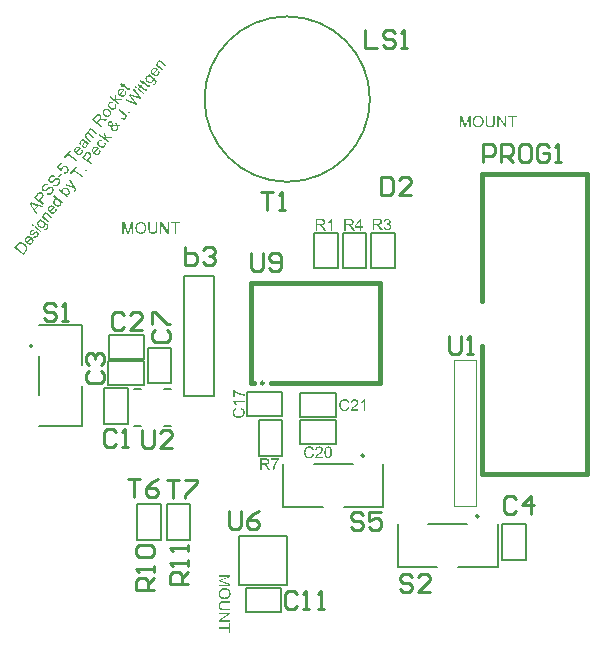
<source format=gto>
G04*
G04 #@! TF.GenerationSoftware,Altium Limited,Altium Designer,22.7.1 (60)*
G04*
G04 Layer_Color=65535*
%FSLAX44Y44*%
%MOMM*%
G71*
G04*
G04 #@! TF.SameCoordinates,C2A282E5-0786-4D7F-951A-2C12EB248FEB*
G04*
G04*
G04 #@! TF.FilePolarity,Positive*
G04*
G01*
G75*
%ADD10C,0.1524*%
%ADD11C,0.1270*%
%ADD12C,0.2500*%
%ADD13C,0.2000*%
%ADD14C,0.1000*%
%ADD15C,0.3810*%
%ADD16C,0.2540*%
G36*
X146040Y502707D02*
X146122Y502699D01*
X146243Y502696D01*
X146390Y502657D01*
X146537Y502618D01*
X146714Y502573D01*
X146886Y502497D01*
X146898Y502489D01*
X146951Y502466D01*
X147027Y502427D01*
X147126Y502370D01*
X147262Y502269D01*
X147428Y502162D01*
X147628Y502030D01*
X147865Y501852D01*
X151342Y499252D01*
X150624Y498292D01*
X147193Y500859D01*
X147182Y500868D01*
X147170Y500876D01*
X147091Y500935D01*
X146990Y501011D01*
X146857Y501093D01*
X146702Y501191D01*
X146538Y501279D01*
X146377Y501346D01*
X146228Y501405D01*
X146217Y501414D01*
X146166Y501416D01*
X146084Y501425D01*
X145991Y501441D01*
X145881Y501436D01*
X145751Y501427D01*
X145605Y501396D01*
X145461Y501345D01*
X145441Y501342D01*
X145393Y501325D01*
X145320Y501274D01*
X145227Y501221D01*
X145126Y501156D01*
X145007Y501068D01*
X144895Y500941D01*
X144782Y500814D01*
X144740Y500758D01*
X144718Y500704D01*
X144644Y500583D01*
X144557Y500419D01*
X144495Y500219D01*
X144428Y499988D01*
X144383Y499739D01*
X144392Y499469D01*
X144398Y499429D01*
X144420Y499342D01*
X144440Y499274D01*
X144471Y499198D01*
X144505Y499102D01*
X144559Y499010D01*
X144615Y498897D01*
X144694Y498767D01*
X144793Y498640D01*
X144903Y498505D01*
X145033Y498373D01*
X145174Y498232D01*
X145349Y498066D01*
X145541Y497922D01*
X148623Y495617D01*
X147905Y494658D01*
X142239Y498897D01*
X142880Y499755D01*
X143693Y499147D01*
X143690Y499166D01*
X143673Y499214D01*
X143653Y499282D01*
X143631Y499369D01*
X143614Y499488D01*
X143594Y499626D01*
X143571Y499784D01*
X143565Y499964D01*
X143571Y500136D01*
X143582Y500339D01*
X143613Y500545D01*
X143663Y500754D01*
X143742Y500976D01*
X143832Y501191D01*
X143950Y501419D01*
X144099Y501642D01*
X144167Y501732D01*
X144245Y501814D01*
X144350Y501930D01*
X144482Y502060D01*
X144634Y502193D01*
X144806Y502328D01*
X144992Y502435D01*
X145020Y502450D01*
X145076Y502478D01*
X145169Y502532D01*
X145293Y502580D01*
X145445Y502642D01*
X145612Y502676D01*
X145778Y502710D01*
X145958Y502716D01*
X145978Y502719D01*
X146040Y502707D01*
D02*
G37*
G36*
X141706Y496514D02*
X141827Y496511D01*
X141959Y496500D01*
X142123Y496483D01*
X142309Y496450D01*
X142507Y496408D01*
X142715Y496357D01*
X142938Y496278D01*
X143172Y496191D01*
X143420Y496076D01*
X143672Y495941D01*
X143926Y495786D01*
X144194Y495603D01*
X144205Y495595D01*
X144250Y495561D01*
X144329Y495502D01*
X144433Y495406D01*
X141267Y491173D01*
X141278Y491165D01*
X141312Y491139D01*
X141365Y491117D01*
X141433Y491066D01*
X141521Y491018D01*
X141628Y490974D01*
X141856Y490855D01*
X142133Y490754D01*
X142449Y490659D01*
X142767Y490614D01*
X143089Y490620D01*
X143097Y490631D01*
X143128Y490626D01*
X143235Y490651D01*
X143390Y490694D01*
X143571Y490770D01*
X143796Y490883D01*
X144027Y491027D01*
X144252Y491211D01*
X144356Y491326D01*
X144469Y491453D01*
X144537Y491544D01*
X144601Y491654D01*
X144672Y491795D01*
X144739Y491955D01*
X144812Y492147D01*
X144854Y492345D01*
X144874Y492559D01*
X144871Y492579D01*
X144868Y492669D01*
X144851Y492787D01*
X144820Y492934D01*
X144763Y493117D01*
X144681Y493337D01*
X144577Y493574D01*
X144430Y493824D01*
X145297Y494725D01*
X145308Y494716D01*
X145322Y494688D01*
X145359Y494643D01*
X145410Y494570D01*
X145452Y494485D01*
X145517Y494384D01*
X145642Y494150D01*
X145772Y493877D01*
X145879Y493550D01*
X145958Y493209D01*
X145993Y492831D01*
X145984Y492820D01*
X145990Y492780D01*
X145987Y492729D01*
X145987Y492659D01*
X145971Y492566D01*
X145954Y492473D01*
X145931Y492349D01*
X145900Y492214D01*
X145861Y492067D01*
X145822Y491920D01*
X145679Y491587D01*
X145499Y491229D01*
X145259Y490862D01*
X145166Y490738D01*
X145096Y490667D01*
X145009Y490574D01*
X144893Y490467D01*
X144769Y490349D01*
X144637Y490219D01*
X144310Y489970D01*
X144116Y489851D01*
X143930Y489744D01*
X143713Y489642D01*
X143493Y489560D01*
X143270Y489498D01*
X143025Y489453D01*
X143006Y489450D01*
X142966Y489444D01*
X142895Y489444D01*
X142794Y489450D01*
X142673Y489452D01*
X142540Y489463D01*
X142377Y489480D01*
X142202Y489505D01*
X142004Y489547D01*
X141796Y489598D01*
X141573Y489677D01*
X141339Y489764D01*
X141102Y489870D01*
X140851Y490005D01*
X140597Y490160D01*
X140340Y490335D01*
X140329Y490343D01*
X140272Y490386D01*
X140205Y490436D01*
X140112Y490523D01*
X139996Y490628D01*
X139869Y490740D01*
X139728Y490881D01*
X139595Y491033D01*
X139301Y491394D01*
X139163Y491585D01*
X139022Y491796D01*
X138909Y492022D01*
X138815Y492250D01*
X138730Y492490D01*
X138665Y492732D01*
X138663Y492752D01*
X138657Y492791D01*
X138657Y492862D01*
X138643Y492961D01*
X138637Y493070D01*
X138637Y493211D01*
X138633Y493372D01*
X138659Y493547D01*
X138673Y493730D01*
X138715Y493928D01*
X138765Y494136D01*
X138835Y494348D01*
X138914Y494571D01*
X139024Y494788D01*
X139153Y495008D01*
X139302Y495231D01*
X139387Y495344D01*
X139457Y495414D01*
X139536Y495496D01*
X139643Y495592D01*
X139759Y495699D01*
X139902Y495821D01*
X140037Y495931D01*
X140212Y496047D01*
X140378Y496151D01*
X140576Y496250D01*
X140784Y496341D01*
X141004Y496423D01*
X141238Y496477D01*
X141475Y496511D01*
X141494Y496513D01*
X141534Y496519D01*
X141604Y496519D01*
X141706Y496514D01*
D02*
G37*
G36*
X141505Y487703D02*
X141516Y487694D01*
X141561Y487661D01*
X141629Y487610D01*
X141719Y487542D01*
X141812Y487455D01*
X141937Y487362D01*
X142064Y487250D01*
X142202Y487128D01*
X142481Y486867D01*
X142764Y486585D01*
X142885Y486441D01*
X142995Y486306D01*
X143085Y486168D01*
X143165Y486039D01*
X143176Y486030D01*
X143179Y486010D01*
X143213Y485915D01*
X143272Y485782D01*
X143329Y485599D01*
X143371Y485373D01*
X143408Y485117D01*
X143420Y484827D01*
X143392Y484530D01*
X143384Y484519D01*
X143386Y484499D01*
X143384Y484449D01*
X143361Y484395D01*
X143353Y484313D01*
X143325Y484229D01*
X143254Y484017D01*
X143170Y483763D01*
X143029Y483481D01*
X142864Y483165D01*
X142647Y482852D01*
X142571Y482750D01*
X142509Y482691D01*
X142441Y482601D01*
X142362Y482519D01*
X142267Y482415D01*
X142151Y482307D01*
X141901Y482090D01*
X141619Y481878D01*
X141303Y481692D01*
X140960Y481562D01*
X140940Y481559D01*
X140920Y481556D01*
X140793Y481527D01*
X140624Y481513D01*
X140393Y481510D01*
X140117Y481541D01*
X139803Y481617D01*
X139643Y481684D01*
X139479Y481771D01*
X139315Y481858D01*
X139146Y481985D01*
X139971Y482829D01*
X139994Y482812D01*
X140047Y482790D01*
X140143Y482753D01*
X140262Y482700D01*
X140397Y482669D01*
X140541Y482649D01*
X140693Y482641D01*
X140840Y482672D01*
X140868Y482686D01*
X140936Y482706D01*
X141040Y482751D01*
X141169Y482831D01*
X141327Y482924D01*
X141499Y483059D01*
X141685Y483237D01*
X141857Y483443D01*
X141941Y483556D01*
X142014Y483677D01*
X142110Y483852D01*
X142194Y484036D01*
X142276Y484239D01*
X142335Y484459D01*
X142354Y484673D01*
X142351Y484693D01*
X142351Y484763D01*
X142334Y484882D01*
X142314Y485020D01*
X142261Y485183D01*
X142196Y485355D01*
X142108Y485544D01*
X141981Y485727D01*
X141969Y485736D01*
X141933Y485780D01*
X141851Y485859D01*
X141747Y485955D01*
X141676Y486026D01*
X141586Y486093D01*
X141493Y486180D01*
X141380Y486265D01*
X141255Y486358D01*
X141117Y486479D01*
X140970Y486589D01*
X140801Y486715D01*
X140804Y486696D01*
X140810Y486656D01*
X140818Y486597D01*
X140829Y486518D01*
X140844Y486419D01*
X140852Y486290D01*
X140852Y486149D01*
X140853Y486008D01*
X140811Y485669D01*
X140741Y485317D01*
X140676Y485136D01*
X140592Y484953D01*
X140488Y484767D01*
X140372Y484589D01*
X140330Y484533D01*
X140276Y484484D01*
X140217Y484406D01*
X140130Y484312D01*
X140023Y484216D01*
X139908Y484109D01*
X139772Y483999D01*
X139618Y483886D01*
X139451Y483782D01*
X139274Y483685D01*
X139076Y483587D01*
X138865Y483516D01*
X138643Y483453D01*
X138417Y483411D01*
X138177Y483396D01*
X138158Y483394D01*
X138127Y483399D01*
X138045Y483408D01*
X137955Y483405D01*
X137830Y483427D01*
X137698Y483438D01*
X137543Y483466D01*
X137365Y483511D01*
X137188Y483556D01*
X136987Y483618D01*
X136787Y483680D01*
X136573Y483770D01*
X136130Y483978D01*
X135907Y484127D01*
X135684Y484276D01*
X135673Y484285D01*
X135650Y484301D01*
X135605Y484335D01*
X135548Y484377D01*
X135478Y484448D01*
X135399Y484507D01*
X135213Y484682D01*
X135012Y484884D01*
X134806Y485126D01*
X134597Y485388D01*
X134413Y485684D01*
X134402Y485693D01*
X134388Y485721D01*
X134371Y485769D01*
X134343Y485825D01*
X134269Y485986D01*
X134179Y486194D01*
X134102Y486445D01*
X134043Y486718D01*
X133989Y487023D01*
X133986Y487325D01*
X133994Y487336D01*
X133991Y487356D01*
X133994Y487406D01*
X134005Y487468D01*
X134022Y487632D01*
X134073Y487841D01*
X134149Y488083D01*
X134250Y488360D01*
X134390Y488642D01*
X134582Y488921D01*
X134658Y489023D01*
X134720Y489082D01*
X134790Y489152D01*
X134889Y489237D01*
X134996Y489333D01*
X135122Y489432D01*
X135260Y489522D01*
X135418Y489616D01*
X135587Y489700D01*
X135776Y489788D01*
X135968Y489856D01*
X136182Y489907D01*
X136407Y489949D01*
X136647Y489964D01*
X135947Y490488D01*
X136606Y491368D01*
X141505Y487703D01*
D02*
G37*
G36*
X131716Y484832D02*
X132443Y485803D01*
X133188Y485246D01*
X132461Y484275D01*
X135791Y481784D01*
X135814Y481767D01*
X135859Y481733D01*
X135927Y481683D01*
X136014Y481635D01*
X136203Y481511D01*
X136291Y481463D01*
X136355Y481432D01*
X136386Y481426D01*
X136457Y481427D01*
X136547Y481429D01*
X136663Y481466D01*
X136691Y481480D01*
X136756Y481520D01*
X136854Y481605D01*
X136975Y481743D01*
X137060Y481856D01*
X137091Y481921D01*
X137150Y482000D01*
X137206Y482098D01*
X137262Y482197D01*
X138202Y481688D01*
X138185Y481665D01*
X138163Y481612D01*
X138115Y481524D01*
X138050Y481414D01*
X137988Y481284D01*
X137907Y481152D01*
X137732Y480895D01*
X137664Y480805D01*
X137586Y480723D01*
X137490Y480619D01*
X137377Y480492D01*
X137242Y480382D01*
X137115Y480283D01*
X136966Y480201D01*
X136946Y480198D01*
X136898Y480181D01*
X136831Y480161D01*
X136724Y480135D01*
X136625Y480121D01*
X136495Y480113D01*
X136366Y480104D01*
X136230Y480135D01*
X136219Y480143D01*
X136157Y480155D01*
X136069Y480202D01*
X135940Y480264D01*
X135776Y480351D01*
X135677Y480408D01*
X135576Y480484D01*
X135443Y480565D01*
X135310Y480647D01*
X135175Y480748D01*
X135017Y480867D01*
X131744Y483316D01*
X131212Y482604D01*
X130467Y483162D01*
X130999Y483873D01*
X129599Y484920D01*
X129741Y486310D01*
X131716Y484832D01*
D02*
G37*
G36*
X126461Y479996D02*
X125743Y479037D01*
X124648Y479856D01*
X125366Y480816D01*
X126461Y479996D01*
D02*
G37*
G36*
X114877Y482431D02*
X115604Y483401D01*
X116348Y482844D01*
X115622Y481873D01*
X118952Y479382D01*
X118975Y479365D01*
X119020Y479331D01*
X119087Y479281D01*
X119175Y479233D01*
X119364Y479109D01*
X119452Y479061D01*
X119516Y479030D01*
X119547Y479025D01*
X119618Y479025D01*
X119708Y479028D01*
X119824Y479064D01*
X119852Y479078D01*
X119917Y479118D01*
X120015Y479203D01*
X120136Y479341D01*
X120221Y479454D01*
X120252Y479519D01*
X120311Y479598D01*
X120367Y479697D01*
X120423Y479795D01*
X121363Y479286D01*
X121346Y479264D01*
X121323Y479210D01*
X121276Y479123D01*
X121211Y479012D01*
X121149Y478883D01*
X121067Y478750D01*
X120893Y478493D01*
X120825Y478403D01*
X120746Y478321D01*
X120651Y478217D01*
X120538Y478090D01*
X120403Y477980D01*
X120276Y477881D01*
X120127Y477799D01*
X120107Y477796D01*
X120059Y477779D01*
X119992Y477759D01*
X119885Y477734D01*
X119786Y477719D01*
X119656Y477711D01*
X119526Y477702D01*
X119391Y477733D01*
X119380Y477742D01*
X119318Y477753D01*
X119230Y477801D01*
X119101Y477863D01*
X118937Y477950D01*
X118838Y478006D01*
X118736Y478082D01*
X118604Y478164D01*
X118471Y478245D01*
X118336Y478346D01*
X118178Y478465D01*
X114904Y480914D01*
X114372Y480203D01*
X113627Y480760D01*
X114159Y481471D01*
X112760Y482518D01*
X112902Y483908D01*
X114877Y482431D01*
D02*
G37*
G36*
X129445Y481796D02*
X130171Y482767D01*
X130916Y482209D01*
X130190Y481239D01*
X133520Y478747D01*
X133542Y478731D01*
X133587Y478697D01*
X133655Y478646D01*
X133743Y478598D01*
X133932Y478474D01*
X134019Y478427D01*
X134084Y478396D01*
X134115Y478390D01*
X134185Y478390D01*
X134276Y478393D01*
X134391Y478430D01*
X134419Y478444D01*
X134484Y478484D01*
X134583Y478568D01*
X134704Y478707D01*
X134788Y478819D01*
X134819Y478884D01*
X134878Y478963D01*
X134935Y479062D01*
X134991Y479161D01*
X135930Y478652D01*
X135913Y478629D01*
X135891Y478575D01*
X135843Y478488D01*
X135778Y478378D01*
X135716Y478248D01*
X135635Y478116D01*
X135460Y477859D01*
X135393Y477769D01*
X135314Y477687D01*
X135218Y477582D01*
X135106Y477455D01*
X134970Y477345D01*
X134844Y477246D01*
X134694Y477164D01*
X134675Y477161D01*
X134627Y477145D01*
X134559Y477125D01*
X134452Y477099D01*
X134353Y477085D01*
X134224Y477076D01*
X134094Y477068D01*
X133959Y477099D01*
X133947Y477107D01*
X133885Y477118D01*
X133798Y477166D01*
X133668Y477228D01*
X133504Y477315D01*
X133406Y477371D01*
X133304Y477447D01*
X133171Y477529D01*
X133039Y477611D01*
X132903Y477712D01*
X132745Y477830D01*
X129472Y480279D01*
X128940Y479568D01*
X128195Y480125D01*
X128727Y480837D01*
X127327Y481884D01*
X127469Y483274D01*
X129445Y481796D01*
D02*
G37*
G36*
X133177Y474972D02*
X132459Y474012D01*
X126793Y478252D01*
X127511Y479211D01*
X133177Y474972D01*
D02*
G37*
G36*
X113508Y478930D02*
X113630Y478927D01*
X113762Y478916D01*
X113926Y478900D01*
X114112Y478866D01*
X114309Y478824D01*
X114518Y478773D01*
X114741Y478695D01*
X114975Y478608D01*
X115223Y478492D01*
X115474Y478357D01*
X115728Y478203D01*
X115996Y478019D01*
X116007Y478011D01*
X116053Y477977D01*
X116132Y477918D01*
X116236Y477822D01*
X113069Y473590D01*
X113081Y473581D01*
X113114Y473556D01*
X113168Y473533D01*
X113236Y473483D01*
X113323Y473435D01*
X113430Y473390D01*
X113659Y473272D01*
X113935Y473171D01*
X114251Y473075D01*
X114570Y473030D01*
X114891Y473036D01*
X114900Y473048D01*
X114931Y473042D01*
X115038Y473068D01*
X115193Y473110D01*
X115373Y473186D01*
X115599Y473299D01*
X115830Y473443D01*
X116055Y473627D01*
X116159Y473743D01*
X116272Y473870D01*
X116339Y473960D01*
X116404Y474070D01*
X116474Y474211D01*
X116542Y474372D01*
X116615Y474564D01*
X116657Y474761D01*
X116676Y474975D01*
X116674Y474995D01*
X116671Y475085D01*
X116654Y475204D01*
X116622Y475350D01*
X116566Y475533D01*
X116484Y475753D01*
X116379Y475990D01*
X116232Y476241D01*
X117100Y477141D01*
X117111Y477133D01*
X117125Y477105D01*
X117162Y477060D01*
X117213Y476986D01*
X117255Y476902D01*
X117320Y476800D01*
X117444Y476566D01*
X117574Y476293D01*
X117682Y475966D01*
X117761Y475625D01*
X117795Y475247D01*
X117787Y475236D01*
X117793Y475197D01*
X117790Y475146D01*
X117790Y475075D01*
X117773Y474982D01*
X117756Y474889D01*
X117734Y474765D01*
X117703Y474630D01*
X117664Y474483D01*
X117625Y474337D01*
X117481Y474004D01*
X117301Y473645D01*
X117062Y473279D01*
X116969Y473154D01*
X116899Y473084D01*
X116811Y472991D01*
X116696Y472883D01*
X116572Y472765D01*
X116440Y472635D01*
X116113Y472387D01*
X115918Y472268D01*
X115732Y472160D01*
X115515Y472059D01*
X115296Y471977D01*
X115073Y471914D01*
X114828Y471869D01*
X114808Y471866D01*
X114769Y471861D01*
X114698Y471860D01*
X114597Y471866D01*
X114475Y471869D01*
X114343Y471880D01*
X114179Y471896D01*
X114004Y471922D01*
X113807Y471964D01*
X113598Y472014D01*
X113376Y472093D01*
X113141Y472180D01*
X112904Y472287D01*
X112653Y472422D01*
X112399Y472577D01*
X112143Y472751D01*
X112131Y472760D01*
X112075Y472802D01*
X112007Y472853D01*
X111914Y472940D01*
X111798Y473044D01*
X111671Y473157D01*
X111530Y473297D01*
X111397Y473449D01*
X111104Y473810D01*
X110965Y474002D01*
X110824Y474213D01*
X110711Y474438D01*
X110618Y474666D01*
X110533Y474906D01*
X110468Y475149D01*
X110465Y475168D01*
X110459Y475208D01*
X110459Y475278D01*
X110445Y475377D01*
X110439Y475487D01*
X110439Y475628D01*
X110436Y475788D01*
X110461Y475963D01*
X110475Y476147D01*
X110517Y476344D01*
X110568Y476553D01*
X110638Y476764D01*
X110717Y476987D01*
X110826Y477204D01*
X110956Y477424D01*
X111105Y477647D01*
X111189Y477760D01*
X111260Y477831D01*
X111339Y477912D01*
X111446Y478008D01*
X111561Y478116D01*
X111705Y478237D01*
X111840Y478347D01*
X112015Y478463D01*
X112181Y478568D01*
X112378Y478666D01*
X112587Y478757D01*
X112807Y478839D01*
X113040Y478893D01*
X113277Y478927D01*
X113297Y478930D01*
X113336Y478936D01*
X113407Y478936D01*
X113508Y478930D01*
D02*
G37*
G36*
X130222Y471021D02*
X129462Y470005D01*
X122289Y472819D01*
X122277Y472827D01*
X122246Y472833D01*
X122204Y472847D01*
X122139Y472878D01*
X121989Y472937D01*
X121817Y473013D01*
X121626Y473086D01*
X121445Y473151D01*
X121296Y473210D01*
X121231Y473241D01*
X121188Y473255D01*
X121200Y473246D01*
X121202Y473227D01*
X121262Y473165D01*
X121347Y473066D01*
X121445Y472939D01*
X121556Y472804D01*
X121680Y472641D01*
X121812Y472489D01*
X121925Y472334D01*
X126641Y466235D01*
X125830Y465152D01*
X116491Y468952D01*
X117293Y470025D01*
X123287Y467353D01*
X123299Y467345D01*
X123330Y467339D01*
X123383Y467317D01*
X123448Y467286D01*
X123536Y467238D01*
X123631Y467201D01*
X123750Y467148D01*
X123880Y467086D01*
X124159Y466965D01*
X124472Y466819D01*
X124808Y466656D01*
X125144Y466493D01*
X125132Y466501D01*
X125096Y466546D01*
X125056Y466611D01*
X124974Y466690D01*
X124901Y466780D01*
X124813Y466898D01*
X124607Y467141D01*
X124410Y467394D01*
X124302Y467510D01*
X124215Y467628D01*
X124130Y467727D01*
X124057Y467817D01*
X124006Y467890D01*
X123969Y467935D01*
X119793Y473366D01*
X120730Y474619D01*
X125520Y472761D01*
X125531Y472752D01*
X125604Y472733D01*
X125700Y472696D01*
X125819Y472643D01*
X125979Y472575D01*
X126160Y472511D01*
X126363Y472429D01*
X126589Y472331D01*
X126845Y472227D01*
X127094Y472111D01*
X127632Y471867D01*
X128194Y471605D01*
X128750Y471313D01*
X128738Y471321D01*
X128724Y471349D01*
X128679Y471383D01*
X128639Y471448D01*
X128580Y471510D01*
X128518Y471591D01*
X128425Y471679D01*
X128337Y471797D01*
X128131Y472039D01*
X127888Y472327D01*
X127623Y472631D01*
X127341Y472983D01*
X123230Y477960D01*
X124015Y479010D01*
X130222Y471021D01*
D02*
G37*
G36*
X109244Y470501D02*
X114590Y470233D01*
X113703Y469048D01*
X109403Y469325D01*
X109549Y468178D01*
X111795Y466497D01*
X111077Y465538D01*
X103266Y471382D01*
X103984Y472341D01*
X108442Y469005D01*
X107826Y473005D01*
X108763Y474258D01*
X109244Y470501D01*
D02*
G37*
G36*
X105359Y467896D02*
X105678Y467852D01*
X106022Y467770D01*
X106386Y467621D01*
X105832Y466575D01*
X105820Y466583D01*
X105801Y466580D01*
X105724Y466620D01*
X105598Y466662D01*
X105431Y466698D01*
X105253Y466743D01*
X105039Y466763D01*
X104828Y466763D01*
X104630Y466734D01*
X104611Y466731D01*
X104543Y466711D01*
X104439Y466666D01*
X104315Y466618D01*
X104165Y466536D01*
X104019Y466435D01*
X103867Y466302D01*
X103729Y466141D01*
X103678Y466073D01*
X103647Y466008D01*
X103566Y465876D01*
X103484Y465673D01*
X103406Y465450D01*
X103344Y465179D01*
X103336Y464886D01*
X103347Y464736D01*
X103370Y464579D01*
X103381Y464570D01*
X103376Y464539D01*
X103393Y464491D01*
X103421Y464435D01*
X103452Y464359D01*
X103486Y464263D01*
X103540Y464170D01*
X103596Y464057D01*
X103675Y463928D01*
X103774Y463801D01*
X103876Y463654D01*
X103997Y463511D01*
X104138Y463370D01*
X104302Y463212D01*
X104477Y463046D01*
X104680Y462894D01*
X104691Y462886D01*
X104725Y462860D01*
X104793Y462810D01*
X104869Y462770D01*
X104971Y462694D01*
X105081Y462630D01*
X105354Y462478D01*
X105659Y462320D01*
X106000Y462188D01*
X106325Y462104D01*
X106500Y462079D01*
X106660Y462082D01*
X106700Y462087D01*
X106798Y462102D01*
X106953Y462144D01*
X107137Y462201D01*
X107365Y462294D01*
X107587Y462427D01*
X107813Y462610D01*
X107917Y462726D01*
X108021Y462842D01*
X108038Y462864D01*
X108077Y462940D01*
X108151Y463062D01*
X108221Y463203D01*
X108297Y463375D01*
X108347Y463584D01*
X108386Y463801D01*
X108384Y464032D01*
X108389Y464063D01*
X108358Y464139D01*
X108330Y464266D01*
X108265Y464438D01*
X108177Y464627D01*
X108064Y464852D01*
X107889Y465089D01*
X107674Y465320D01*
X108508Y466175D01*
X108519Y466166D01*
X108545Y466130D01*
X108581Y466085D01*
X108640Y466023D01*
X108714Y465933D01*
X108787Y465842D01*
X108954Y465594D01*
X109115Y465316D01*
X109265Y464975D01*
X109378Y464608D01*
X109415Y464422D01*
X109443Y464225D01*
X109446Y464205D01*
X109441Y464174D01*
X109438Y464123D01*
X109438Y464053D01*
X109441Y463963D01*
X109427Y463850D01*
X109404Y463726D01*
X109393Y463593D01*
X109326Y463292D01*
X109202Y462962D01*
X109051Y462617D01*
X108935Y462440D01*
X108820Y462262D01*
X108735Y462149D01*
X108665Y462078D01*
X108578Y461985D01*
X108471Y461889D01*
X108355Y461782D01*
X108231Y461663D01*
X107913Y461426D01*
X107735Y461330D01*
X107549Y461223D01*
X107341Y461132D01*
X107129Y461062D01*
X106907Y460999D01*
X106670Y460965D01*
X106650Y460962D01*
X106611Y460957D01*
X106540Y460957D01*
X106450Y460954D01*
X106337Y460968D01*
X106185Y460976D01*
X106030Y461004D01*
X105855Y461029D01*
X105658Y461071D01*
X105446Y461141D01*
X105226Y461200D01*
X104989Y461307D01*
X104752Y461414D01*
X104490Y461558D01*
X104236Y461712D01*
X103968Y461895D01*
X103957Y461904D01*
X103923Y461929D01*
X103878Y461963D01*
X103810Y462013D01*
X103739Y462084D01*
X103649Y462151D01*
X103556Y462239D01*
X103451Y462334D01*
X103229Y462554D01*
X103000Y462813D01*
X102780Y463084D01*
X102585Y463388D01*
X102573Y463396D01*
X102559Y463424D01*
X102542Y463472D01*
X102514Y463529D01*
X102441Y463689D01*
X102370Y463901D01*
X102302Y464163D01*
X102251Y464448D01*
X102225Y464766D01*
X102250Y465082D01*
X102259Y465093D01*
X102264Y465124D01*
X102267Y465175D01*
X102278Y465237D01*
X102298Y465310D01*
X102315Y465403D01*
X102373Y465623D01*
X102461Y465858D01*
X102582Y466137D01*
X102722Y466419D01*
X102914Y466698D01*
X102981Y466788D01*
X103043Y466848D01*
X103094Y466916D01*
X103173Y466997D01*
X103367Y467187D01*
X103601Y467381D01*
X103877Y467562D01*
X104175Y467726D01*
X104511Y467845D01*
X104519Y467856D01*
X104550Y467850D01*
X104669Y467868D01*
X104846Y467893D01*
X105086Y467907D01*
X105359Y467896D01*
D02*
G37*
G36*
X121228Y459000D02*
X120409Y457905D01*
X119314Y458724D01*
X120133Y459819D01*
X121228Y459000D01*
D02*
G37*
G36*
X100906Y461968D02*
X101058Y461959D01*
X101222Y461943D01*
X101397Y461917D01*
X101583Y461884D01*
X101803Y461825D01*
X102023Y461766D01*
X102257Y461679D01*
X102494Y461572D01*
X102734Y461445D01*
X102976Y461299D01*
X103233Y461125D01*
X103244Y461116D01*
X103278Y461091D01*
X103335Y461049D01*
X103414Y460989D01*
X103496Y460911D01*
X103600Y460815D01*
X103713Y460731D01*
X103820Y460615D01*
X104077Y460370D01*
X104309Y460091D01*
X104531Y459801D01*
X104707Y459494D01*
X104718Y459486D01*
X104721Y459466D01*
X104738Y459418D01*
X104766Y459361D01*
X104820Y459198D01*
X104879Y458995D01*
X104936Y458741D01*
X104967Y458454D01*
X104982Y458144D01*
X104960Y457808D01*
X104951Y457797D01*
X104954Y457777D01*
X104951Y457727D01*
X104932Y457653D01*
X104912Y457580D01*
X104884Y457495D01*
X104825Y457275D01*
X104738Y457041D01*
X104617Y456762D01*
X104476Y456480D01*
X104285Y456200D01*
X104200Y456087D01*
X104122Y456006D01*
X104034Y455913D01*
X103927Y455816D01*
X103803Y455698D01*
X103679Y455579D01*
X103361Y455342D01*
X103167Y455224D01*
X102981Y455116D01*
X102772Y455026D01*
X102552Y454944D01*
X102330Y454881D01*
X102085Y454836D01*
X102065Y454833D01*
X102025Y454827D01*
X101955Y454827D01*
X101853Y454833D01*
X101732Y454836D01*
X101600Y454847D01*
X101436Y454863D01*
X101250Y454897D01*
X101053Y454939D01*
X100833Y454998D01*
X100610Y455077D01*
X100376Y455164D01*
X100127Y455279D01*
X99876Y455414D01*
X99611Y455577D01*
X99343Y455760D01*
X99320Y455777D01*
X99275Y455811D01*
X99205Y455881D01*
X99092Y455966D01*
X98976Y456070D01*
X98835Y456211D01*
X98694Y456352D01*
X98547Y456532D01*
X98400Y456712D01*
X98251Y456912D01*
X98098Y457132D01*
X97974Y457366D01*
X97861Y457591D01*
X97773Y457850D01*
X97697Y458101D01*
X97668Y458369D01*
X97665Y458389D01*
X97671Y458420D01*
X97671Y458490D01*
X97668Y458581D01*
X97673Y458682D01*
X97684Y458815D01*
X97696Y458947D01*
X97724Y459102D01*
X97760Y459269D01*
X97805Y459446D01*
X97931Y459827D01*
X98114Y460236D01*
X98238Y460425D01*
X98370Y460625D01*
X98455Y460738D01*
X98525Y460809D01*
X98612Y460902D01*
X98719Y460998D01*
X98835Y461105D01*
X98967Y461235D01*
X99297Y461464D01*
X99471Y461580D01*
X99669Y461679D01*
X99866Y461777D01*
X100097Y461851D01*
X100320Y461913D01*
X100565Y461959D01*
X100585Y461962D01*
X100624Y461967D01*
X100695Y461967D01*
X100785Y461970D01*
X100906Y461968D01*
D02*
G37*
G36*
X116549Y457923D02*
X116560Y457915D01*
X116594Y457889D01*
X116639Y457855D01*
X116707Y457805D01*
X116789Y457726D01*
X116879Y457658D01*
X117077Y457475D01*
X117308Y457267D01*
X117534Y457028D01*
X117720Y456782D01*
X117887Y456535D01*
X117898Y456526D01*
X117901Y456506D01*
X117943Y456422D01*
X117992Y456298D01*
X118057Y456126D01*
X118096Y455920D01*
X118139Y455695D01*
X118156Y455435D01*
X118134Y455170D01*
X118128Y455139D01*
X118111Y455046D01*
X118081Y454911D01*
X118016Y454730D01*
X117937Y454507D01*
X117830Y454271D01*
X117695Y454019D01*
X117521Y453763D01*
X117445Y453661D01*
X117383Y453602D01*
X117304Y453520D01*
X117225Y453438D01*
X117003Y453235D01*
X116749Y453037D01*
X116454Y452854D01*
X116284Y452769D01*
X116112Y452704D01*
X115938Y452658D01*
X115752Y452621D01*
X115732Y452619D01*
X115712Y452616D01*
X115650Y452627D01*
X115580Y452627D01*
X115490Y452624D01*
X115377Y452638D01*
X115253Y452660D01*
X115109Y452680D01*
X114962Y452719D01*
X114793Y452775D01*
X114624Y452832D01*
X114432Y452905D01*
X114246Y453009D01*
X114028Y453119D01*
X113828Y453251D01*
X113614Y453411D01*
X114179Y454449D01*
X114190Y454441D01*
X114213Y454424D01*
X114258Y454390D01*
X114334Y454351D01*
X114410Y454311D01*
X114489Y454252D01*
X114707Y454143D01*
X114935Y454025D01*
X115189Y453940D01*
X115420Y453873D01*
X115533Y453859D01*
X115643Y453865D01*
X115663Y453868D01*
X115730Y453887D01*
X115838Y453913D01*
X115962Y453961D01*
X116122Y454034D01*
X116269Y454136D01*
X116440Y454272D01*
X116587Y454444D01*
X116638Y454511D01*
X116677Y454588D01*
X116742Y454698D01*
X116795Y454816D01*
X116857Y454946D01*
X116896Y455093D01*
X116924Y455248D01*
X116921Y455267D01*
X116924Y455318D01*
X116913Y455397D01*
X116918Y455499D01*
X116882Y455614D01*
X116853Y455741D01*
X116805Y455865D01*
X116726Y455995D01*
X116715Y456003D01*
X116686Y456059D01*
X116616Y456130D01*
X116531Y456228D01*
X116413Y456352D01*
X116252Y456490D01*
X116066Y456665D01*
X115828Y456842D01*
X110444Y460870D01*
X111221Y461909D01*
X116549Y457923D01*
D02*
G37*
G36*
X94238Y457291D02*
X94258Y457294D01*
X94359Y457288D01*
X94506Y457249D01*
X94703Y457207D01*
X94915Y457137D01*
X95160Y457041D01*
X95400Y456914D01*
X95646Y456748D01*
X95657Y456740D01*
X95679Y456723D01*
X95725Y456689D01*
X95773Y456636D01*
X95852Y456577D01*
X95922Y456506D01*
X96080Y456317D01*
X96255Y456081D01*
X96425Y455813D01*
X96561Y455500D01*
X96606Y455326D01*
X96651Y455151D01*
X96654Y455131D01*
X96657Y455112D01*
X96665Y455052D01*
X96665Y454982D01*
X96668Y454892D01*
X96663Y454790D01*
X96652Y454658D01*
X96652Y454517D01*
X96624Y454361D01*
X96587Y454195D01*
X96554Y454009D01*
X96501Y453820D01*
X96419Y453617D01*
X96349Y453405D01*
X96239Y453188D01*
X96121Y452960D01*
X96149Y452974D01*
X96205Y453002D01*
X96301Y453036D01*
X96414Y453092D01*
X96690Y453203D01*
X96845Y453245D01*
X96980Y453285D01*
X97020Y453291D01*
X97119Y453305D01*
X97276Y453327D01*
X97474Y453356D01*
X97725Y453362D01*
X98004Y453382D01*
X98317Y453377D01*
X98661Y453366D01*
X101788Y453121D01*
X100825Y451835D01*
X98431Y452024D01*
X98420Y452032D01*
X98380Y452026D01*
X98330Y452029D01*
X98259Y452029D01*
X98076Y452043D01*
X97842Y452060D01*
X97580Y452062D01*
X97306Y452073D01*
X97044Y452075D01*
X96801Y452081D01*
X96782Y452078D01*
X96711Y452078D01*
X96601Y452072D01*
X96463Y452052D01*
X96167Y452010D01*
X96021Y451978D01*
X95885Y451939D01*
X95866Y451936D01*
X95837Y451922D01*
X95781Y451894D01*
X95696Y451851D01*
X95612Y451809D01*
X95519Y451755D01*
X95327Y451617D01*
X95319Y451605D01*
X95291Y451591D01*
X95257Y451546D01*
X95204Y451498D01*
X95133Y451427D01*
X95066Y451337D01*
X94961Y451222D01*
X93965Y449890D01*
X97430Y447297D01*
X96653Y446259D01*
X88842Y452102D01*
X91553Y455726D01*
X91632Y455808D01*
X91708Y455909D01*
X91896Y456138D01*
X92116Y456361D01*
X92353Y456606D01*
X92595Y456812D01*
X92722Y456911D01*
X92831Y456987D01*
X92840Y456999D01*
X92860Y457002D01*
X92944Y457044D01*
X93065Y457112D01*
X93237Y457177D01*
X93440Y457236D01*
X93686Y457282D01*
X93945Y457299D01*
X94227Y457299D01*
X94238Y457291D01*
D02*
G37*
G36*
X104456Y451407D02*
X104693Y451371D01*
X104963Y451309D01*
X105231Y451197D01*
X105372Y451126D01*
X105497Y451033D01*
X105508Y451025D01*
X105542Y450999D01*
X105590Y450946D01*
X105660Y450876D01*
X105745Y450777D01*
X105833Y450659D01*
X105923Y450521D01*
X106008Y450352D01*
X106095Y450163D01*
X106174Y449963D01*
X106240Y449720D01*
X106299Y449447D01*
X106330Y449159D01*
X106337Y448838D01*
X106317Y448483D01*
X106281Y448105D01*
X109109Y448190D01*
X109095Y448218D01*
X109064Y448294D01*
X108996Y448415D01*
X108903Y448573D01*
X108787Y448748D01*
X108645Y448959D01*
X108484Y449168D01*
X108301Y449393D01*
X109259Y450226D01*
X109270Y450217D01*
X109295Y450181D01*
X109343Y450127D01*
X109394Y450054D01*
X109468Y449964D01*
X109544Y449854D01*
X109623Y449724D01*
X109722Y449598D01*
X109905Y449302D01*
X110103Y448978D01*
X110284Y448631D01*
X110425Y448279D01*
X110445Y448282D01*
X110476Y448276D01*
X110535Y448285D01*
X110606Y448285D01*
X110826Y448296D01*
X111105Y448316D01*
X111432Y448353D01*
X111776Y448413D01*
X112156Y448498D01*
X112534Y448603D01*
X112809Y447394D01*
X112800Y447382D01*
X112769Y447388D01*
X112733Y447363D01*
X112665Y447343D01*
X112490Y447297D01*
X112259Y447224D01*
X111966Y447161D01*
X111634Y447093D01*
X111239Y447037D01*
X110810Y447005D01*
X110822Y446997D01*
X110816Y446966D01*
X110842Y446858D01*
X110856Y446689D01*
X110876Y446481D01*
X110893Y446221D01*
X110891Y445959D01*
X110863Y445663D01*
X110823Y445375D01*
X110815Y445364D01*
X110818Y445344D01*
X110804Y445302D01*
X110793Y445240D01*
X110751Y445113D01*
X110677Y444921D01*
X110607Y444710D01*
X110489Y444481D01*
X110354Y444230D01*
X110188Y443985D01*
X110104Y443872D01*
X110025Y443790D01*
X109937Y443697D01*
X109830Y443601D01*
X109706Y443482D01*
X109571Y443372D01*
X109416Y443259D01*
X109253Y443135D01*
X109067Y443028D01*
X108870Y442929D01*
X108661Y442838D01*
X108430Y442765D01*
X108196Y442711D01*
X107959Y442677D01*
X107940Y442674D01*
X107909Y442679D01*
X107849Y442671D01*
X107779Y442671D01*
X107677Y442676D01*
X107576Y442682D01*
X107308Y442724D01*
X107018Y442783D01*
X106702Y442878D01*
X106369Y443022D01*
X106214Y443120D01*
X106059Y443219D01*
X106047Y443227D01*
X106025Y443244D01*
X105991Y443269D01*
X105943Y443323D01*
X105886Y443365D01*
X105816Y443435D01*
X105672Y443596D01*
X105511Y443804D01*
X105344Y444052D01*
X105214Y444326D01*
X105107Y444652D01*
X105104Y444672D01*
X105101Y444692D01*
X105084Y444740D01*
X105073Y444819D01*
X105036Y445005D01*
X105019Y445264D01*
X105004Y445574D01*
X105012Y445938D01*
X105043Y446355D01*
X105118Y446809D01*
X105098Y446806D01*
X105079Y446804D01*
X105028Y446806D01*
X104949Y446795D01*
X104769Y446789D01*
X104557Y446789D01*
X104306Y446783D01*
X104052Y446797D01*
X103810Y446802D01*
X103604Y446833D01*
X103573Y446839D01*
X103519Y446861D01*
X103426Y446878D01*
X103308Y446931D01*
X103170Y446982D01*
X103020Y447041D01*
X102888Y447122D01*
X102744Y447212D01*
X102732Y447221D01*
X102710Y447238D01*
X102676Y447263D01*
X102639Y447308D01*
X102521Y447432D01*
X102377Y447593D01*
X102236Y447804D01*
X102108Y448058D01*
X102049Y448190D01*
X102007Y448345D01*
X101964Y448500D01*
X101938Y448678D01*
X101936Y448697D01*
X101933Y448717D01*
X101936Y448768D01*
X101936Y448838D01*
X101932Y448929D01*
X101930Y449019D01*
X101955Y449264D01*
X102016Y449535D01*
X102104Y449840D01*
X102250Y450153D01*
X102328Y450305D01*
X102506Y450542D01*
X102559Y450590D01*
X102610Y450658D01*
X102680Y450728D01*
X102849Y450883D01*
X103077Y451047D01*
X103328Y451194D01*
X103602Y451324D01*
X103757Y451367D01*
X103923Y451401D01*
X103931Y451412D01*
X103962Y451406D01*
X104072Y451412D01*
X104242Y451427D01*
X104456Y451407D01*
D02*
G37*
G36*
X87703Y445191D02*
X87864Y445194D01*
X87968Y445168D01*
X88081Y445154D01*
X88216Y445124D01*
X88343Y445081D01*
X88490Y445042D01*
X88651Y444975D01*
X88803Y444896D01*
X88978Y444800D01*
X89153Y444705D01*
X89333Y444570D01*
X93216Y441665D01*
X92498Y440705D01*
X88943Y443365D01*
X88932Y443374D01*
X88920Y443382D01*
X88853Y443433D01*
X88751Y443509D01*
X88618Y443590D01*
X88474Y443680D01*
X88330Y443770D01*
X88178Y443849D01*
X88051Y443891D01*
X88040Y443900D01*
X87989Y443903D01*
X87927Y443914D01*
X87845Y443922D01*
X87744Y443928D01*
X87634Y443922D01*
X87516Y443905D01*
X87380Y443865D01*
X87361Y443862D01*
X87324Y443837D01*
X87268Y443809D01*
X87175Y443755D01*
X87082Y443701D01*
X86983Y443617D01*
X86896Y443523D01*
X86792Y443408D01*
X86749Y443351D01*
X86727Y443298D01*
X86654Y443176D01*
X86575Y443024D01*
X86513Y442824D01*
X86454Y442604D01*
X86429Y442359D01*
X86446Y442099D01*
X86461Y442071D01*
X86483Y441984D01*
X86523Y441848D01*
X86608Y441679D01*
X86729Y441465D01*
X86901Y441248D01*
X87127Y441009D01*
X87415Y440758D01*
X90700Y438301D01*
X89982Y437341D01*
X86313Y440086D01*
X86302Y440094D01*
X86279Y440111D01*
X86257Y440128D01*
X86212Y440162D01*
X86079Y440243D01*
X85927Y440322D01*
X85752Y440418D01*
X85560Y440491D01*
X85371Y440544D01*
X85177Y440567D01*
X85157Y440564D01*
X85086Y440564D01*
X84999Y440541D01*
X84872Y440513D01*
X84740Y440453D01*
X84582Y440360D01*
X84430Y440228D01*
X84275Y440044D01*
X84224Y439976D01*
X84177Y439889D01*
X84120Y439790D01*
X84070Y439652D01*
X84002Y439491D01*
X83966Y439325D01*
X83932Y439139D01*
X83935Y439119D01*
X83935Y439048D01*
X83938Y438958D01*
X83947Y438829D01*
X83978Y438682D01*
X84032Y438518D01*
X84097Y438346D01*
X84193Y438169D01*
X84207Y438141D01*
X84255Y438087D01*
X84328Y437997D01*
X84427Y437870D01*
X84571Y437710D01*
X84757Y437535D01*
X84986Y437347D01*
X85248Y437133D01*
X88183Y434937D01*
X87465Y433978D01*
X81799Y438217D01*
X82441Y439075D01*
X83253Y438467D01*
X83239Y438495D01*
X83219Y438563D01*
X83191Y438689D01*
X83160Y438836D01*
X83123Y439022D01*
X83103Y439231D01*
X83092Y439450D01*
X83108Y439685D01*
X83114Y439716D01*
X83122Y439797D01*
X83156Y439913D01*
X83192Y440079D01*
X83257Y440260D01*
X83350Y440454D01*
X83460Y440672D01*
X83600Y440883D01*
X83676Y440985D01*
X83780Y441101D01*
X83904Y441219D01*
X84065Y441363D01*
X84237Y441499D01*
X84431Y441617D01*
X84640Y441708D01*
X84668Y441722D01*
X84735Y441742D01*
X84843Y441767D01*
X85000Y441790D01*
X85169Y441804D01*
X85370Y441813D01*
X85584Y441794D01*
X85804Y441735D01*
X85801Y441754D01*
X85784Y441802D01*
X85764Y441870D01*
X85739Y441977D01*
X85710Y442104D01*
X85691Y442242D01*
X85668Y442400D01*
X85651Y442589D01*
X85653Y442780D01*
X85656Y442972D01*
X85687Y443178D01*
X85726Y443395D01*
X85785Y443615D01*
X85875Y443829D01*
X85976Y444035D01*
X86117Y444247D01*
X86176Y444326D01*
X86229Y444374D01*
X86288Y444453D01*
X86359Y444524D01*
X86536Y444690D01*
X86745Y444851D01*
X86995Y444998D01*
X87269Y445128D01*
X87562Y445191D01*
X87601Y445196D01*
X87703Y445191D01*
D02*
G37*
G36*
X100208Y438317D02*
X105554Y438050D01*
X104668Y436865D01*
X100368Y437142D01*
X100513Y435994D01*
X102759Y434314D01*
X102041Y433354D01*
X94230Y439198D01*
X94948Y440158D01*
X99407Y436822D01*
X98790Y440822D01*
X99727Y442075D01*
X100208Y438317D01*
D02*
G37*
G36*
X96323Y435713D02*
X96642Y435668D01*
X96986Y435587D01*
X97350Y435438D01*
X96796Y434391D01*
X96785Y434400D01*
X96765Y434397D01*
X96689Y434436D01*
X96562Y434478D01*
X96395Y434515D01*
X96218Y434560D01*
X96004Y434579D01*
X95792Y434579D01*
X95595Y434551D01*
X95575Y434548D01*
X95507Y434528D01*
X95403Y434483D01*
X95279Y434435D01*
X95130Y434353D01*
X94983Y434251D01*
X94831Y434118D01*
X94693Y433957D01*
X94642Y433890D01*
X94612Y433825D01*
X94530Y433692D01*
X94448Y433489D01*
X94370Y433266D01*
X94308Y432996D01*
X94300Y432702D01*
X94311Y432553D01*
X94334Y432395D01*
X94345Y432387D01*
X94340Y432356D01*
X94357Y432308D01*
X94385Y432251D01*
X94416Y432175D01*
X94450Y432079D01*
X94504Y431987D01*
X94560Y431874D01*
X94639Y431744D01*
X94738Y431617D01*
X94840Y431471D01*
X94961Y431327D01*
X95103Y431186D01*
X95266Y431029D01*
X95441Y430863D01*
X95644Y430711D01*
X95656Y430702D01*
X95689Y430677D01*
X95757Y430626D01*
X95833Y430587D01*
X95935Y430511D01*
X96045Y430446D01*
X96319Y430294D01*
X96623Y430137D01*
X96965Y430005D01*
X97289Y429920D01*
X97464Y429895D01*
X97625Y429898D01*
X97664Y429904D01*
X97763Y429918D01*
X97918Y429961D01*
X98101Y430017D01*
X98329Y430110D01*
X98552Y430243D01*
X98777Y430427D01*
X98881Y430542D01*
X98985Y430658D01*
X99002Y430681D01*
X99042Y430757D01*
X99115Y430878D01*
X99185Y431019D01*
X99261Y431191D01*
X99312Y431400D01*
X99351Y431617D01*
X99348Y431848D01*
X99353Y431879D01*
X99322Y431955D01*
X99294Y432082D01*
X99229Y432254D01*
X99141Y432443D01*
X99028Y432668D01*
X98853Y432905D01*
X98638Y433136D01*
X99472Y433991D01*
X99483Y433983D01*
X99509Y433946D01*
X99545Y433901D01*
X99605Y433839D01*
X99678Y433749D01*
X99752Y433659D01*
X99918Y433411D01*
X100079Y433132D01*
X100229Y432791D01*
X100342Y432425D01*
X100379Y432239D01*
X100407Y432041D01*
X100410Y432022D01*
X100405Y431991D01*
X100402Y431940D01*
X100402Y431869D01*
X100405Y431779D01*
X100391Y431666D01*
X100369Y431542D01*
X100358Y431410D01*
X100290Y431108D01*
X100167Y430778D01*
X100015Y430434D01*
X99899Y430256D01*
X99784Y430078D01*
X99699Y429966D01*
X99629Y429895D01*
X99542Y429802D01*
X99435Y429706D01*
X99319Y429599D01*
X99195Y429480D01*
X98877Y429243D01*
X98700Y429147D01*
X98514Y429039D01*
X98305Y428949D01*
X98094Y428878D01*
X97871Y428816D01*
X97634Y428782D01*
X97615Y428779D01*
X97575Y428773D01*
X97505Y428773D01*
X97414Y428770D01*
X97302Y428784D01*
X97149Y428792D01*
X96994Y428820D01*
X96819Y428846D01*
X96622Y428888D01*
X96411Y428958D01*
X96191Y429017D01*
X95954Y429124D01*
X95717Y429230D01*
X95454Y429374D01*
X95200Y429529D01*
X94932Y429712D01*
X94921Y429720D01*
X94887Y429745D01*
X94842Y429779D01*
X94774Y429830D01*
X94704Y429900D01*
X94613Y429968D01*
X94520Y430055D01*
X94416Y430151D01*
X94193Y430371D01*
X93964Y430630D01*
X93744Y430900D01*
X93549Y431204D01*
X93538Y431213D01*
X93524Y431241D01*
X93506Y431289D01*
X93478Y431345D01*
X93405Y431506D01*
X93334Y431717D01*
X93266Y431979D01*
X93215Y432264D01*
X93189Y432583D01*
X93214Y432898D01*
X93223Y432910D01*
X93228Y432941D01*
X93231Y432991D01*
X93242Y433054D01*
X93262Y433127D01*
X93279Y433220D01*
X93338Y433440D01*
X93425Y433674D01*
X93546Y433953D01*
X93686Y434235D01*
X93878Y434515D01*
X93945Y434605D01*
X94007Y434664D01*
X94058Y434732D01*
X94137Y434814D01*
X94331Y435003D01*
X94565Y435198D01*
X94841Y435379D01*
X95140Y435542D01*
X95475Y435661D01*
X95483Y435673D01*
X95514Y435667D01*
X95633Y435684D01*
X95810Y435710D01*
X96050Y435724D01*
X96323Y435713D01*
D02*
G37*
G36*
X80995Y436037D02*
X81077Y436028D01*
X81179Y436023D01*
X81322Y436003D01*
X81458Y435972D01*
X81616Y435924D01*
X81788Y435849D01*
X81799Y435840D01*
X81841Y435826D01*
X81917Y435787D01*
X82016Y435731D01*
X82140Y435638D01*
X82296Y435539D01*
X82496Y435407D01*
X82710Y435246D01*
X83997Y434284D01*
X84008Y434275D01*
X84053Y434241D01*
X84121Y434191D01*
X84212Y434123D01*
X84313Y434047D01*
X84437Y433954D01*
X84717Y433763D01*
X84999Y433552D01*
X85289Y433352D01*
X85422Y433270D01*
X85535Y433186D01*
X85645Y433121D01*
X85732Y433073D01*
X85744Y433065D01*
X85797Y433042D01*
X85873Y433003D01*
X85989Y432969D01*
X86108Y432916D01*
X86254Y432877D01*
X86421Y432840D01*
X86587Y432804D01*
X85836Y431799D01*
X85816Y431796D01*
X85762Y431819D01*
X85689Y431838D01*
X85573Y431872D01*
X85446Y431914D01*
X85305Y431985D01*
X85153Y432063D01*
X84989Y432150D01*
X84981Y432139D01*
X84995Y432111D01*
X85001Y432001D01*
X85004Y431840D01*
X85004Y431629D01*
X84979Y431384D01*
X84965Y431130D01*
X84932Y430873D01*
X84867Y430622D01*
X84861Y430591D01*
X84822Y430515D01*
X84780Y430388D01*
X84721Y430239D01*
X84636Y430055D01*
X84524Y429858D01*
X84395Y429638D01*
X84254Y429426D01*
X84186Y429336D01*
X84124Y429277D01*
X84065Y429198D01*
X83986Y429116D01*
X83800Y428938D01*
X83575Y428754D01*
X83310Y428565D01*
X83028Y428424D01*
X82730Y428330D01*
X82690Y428325D01*
X82592Y428311D01*
X82431Y428307D01*
X82228Y428318D01*
X81991Y428355D01*
X81740Y428419D01*
X81461Y428540D01*
X81340Y428614D01*
X81196Y428703D01*
X81173Y428720D01*
X81128Y428754D01*
X81057Y428825D01*
X80964Y428912D01*
X80857Y429027D01*
X80758Y429154D01*
X80656Y429301D01*
X80574Y429450D01*
X80572Y429470D01*
X80543Y429526D01*
X80509Y429622D01*
X80473Y429737D01*
X80433Y429873D01*
X80410Y430031D01*
X80387Y430188D01*
X80393Y430360D01*
X80390Y430380D01*
X80401Y430442D01*
X80398Y430532D01*
X80421Y430657D01*
X80452Y430792D01*
X80488Y430958D01*
X80536Y431116D01*
X80600Y431297D01*
X80609Y431308D01*
X80631Y431362D01*
X80660Y431446D01*
X80716Y431545D01*
X80778Y431675D01*
X80865Y431838D01*
X80958Y432033D01*
X81087Y432253D01*
X81096Y432264D01*
X81118Y432318D01*
X81160Y432374D01*
X81208Y432462D01*
X81264Y432561D01*
X81326Y432690D01*
X81408Y432823D01*
X81487Y432975D01*
X81633Y433288D01*
X81796Y433624D01*
X81922Y433934D01*
X81981Y434084D01*
X82032Y434222D01*
X82021Y434231D01*
X81998Y434247D01*
X81939Y434309D01*
X81860Y434369D01*
X81815Y434402D01*
X81792Y434419D01*
X81781Y434428D01*
X81770Y434436D01*
X81702Y434487D01*
X81580Y434560D01*
X81440Y434630D01*
X81279Y434698D01*
X81101Y434743D01*
X80926Y434768D01*
X80757Y434753D01*
X80737Y434751D01*
X80650Y434728D01*
X80537Y434671D01*
X80385Y434609D01*
X80210Y434493D01*
X80019Y434355D01*
X79816Y434155D01*
X79611Y433904D01*
X79526Y433791D01*
X79453Y433669D01*
X79357Y433494D01*
X79262Y433319D01*
X79180Y433116D01*
X79118Y432916D01*
X79096Y432721D01*
X79099Y432702D01*
X79099Y432631D01*
X79113Y432533D01*
X79153Y432397D01*
X79215Y432245D01*
X79303Y432056D01*
X79433Y431853D01*
X79585Y431634D01*
X78760Y430790D01*
X78749Y430798D01*
X78746Y430818D01*
X78712Y430843D01*
X78675Y430888D01*
X78599Y430998D01*
X78486Y431153D01*
X78382Y431319D01*
X78274Y431505D01*
X78184Y431714D01*
X78113Y431925D01*
X78110Y431945D01*
X78099Y432024D01*
X78082Y432142D01*
X78059Y432300D01*
X78062Y432492D01*
X78081Y432706D01*
X78106Y432952D01*
X78171Y433203D01*
X78179Y433214D01*
X78176Y433234D01*
X78190Y433276D01*
X78213Y433330D01*
X78263Y433468D01*
X78348Y433651D01*
X78449Y433857D01*
X78584Y434108D01*
X78739Y434362D01*
X78930Y434641D01*
X79023Y434766D01*
X79127Y434881D01*
X79265Y435042D01*
X79431Y435217D01*
X79609Y435384D01*
X79798Y435542D01*
X79989Y435680D01*
X80017Y435694D01*
X80082Y435734D01*
X80175Y435788D01*
X80296Y435855D01*
X80448Y435918D01*
X80601Y435980D01*
X80767Y436014D01*
X80925Y436036D01*
X80944Y436039D01*
X80995Y436037D01*
D02*
G37*
G36*
X76731Y429772D02*
X76852Y429770D01*
X76985Y429759D01*
X77148Y429742D01*
X77335Y429708D01*
X77532Y429666D01*
X77741Y429616D01*
X77964Y429537D01*
X78198Y429450D01*
X78446Y429335D01*
X78697Y429200D01*
X78951Y429045D01*
X79219Y428862D01*
X79230Y428853D01*
X79275Y428820D01*
X79355Y428761D01*
X79459Y428665D01*
X76292Y424432D01*
X76303Y424423D01*
X76337Y424398D01*
X76391Y424376D01*
X76459Y424325D01*
X76546Y424277D01*
X76653Y424232D01*
X76882Y424114D01*
X77158Y424013D01*
X77474Y423917D01*
X77793Y423873D01*
X78114Y423879D01*
X78123Y423890D01*
X78154Y423884D01*
X78261Y423910D01*
X78416Y423952D01*
X78596Y424029D01*
X78821Y424142D01*
X79052Y424286D01*
X79278Y424469D01*
X79382Y424585D01*
X79495Y424712D01*
X79562Y424802D01*
X79627Y424912D01*
X79697Y425053D01*
X79765Y425214D01*
X79838Y425406D01*
X79880Y425603D01*
X79899Y425818D01*
X79896Y425838D01*
X79893Y425928D01*
X79876Y426046D01*
X79845Y426193D01*
X79789Y426376D01*
X79707Y426596D01*
X79602Y426832D01*
X79455Y427083D01*
X80322Y427984D01*
X80334Y427975D01*
X80348Y427947D01*
X80385Y427902D01*
X80435Y427829D01*
X80478Y427744D01*
X80543Y427643D01*
X80667Y427409D01*
X80797Y427136D01*
X80905Y426809D01*
X80984Y426468D01*
X81018Y426090D01*
X81010Y426078D01*
X81016Y426039D01*
X81013Y425988D01*
X81013Y425918D01*
X80996Y425825D01*
X80979Y425732D01*
X80957Y425608D01*
X80926Y425472D01*
X80887Y425326D01*
X80847Y425179D01*
X80704Y424846D01*
X80524Y424488D01*
X80285Y424121D01*
X80192Y423997D01*
X80121Y423926D01*
X80034Y423833D01*
X79919Y423726D01*
X79795Y423607D01*
X79662Y423477D01*
X79336Y423229D01*
X79141Y423110D01*
X78955Y423003D01*
X78738Y422901D01*
X78519Y422819D01*
X78296Y422757D01*
X78051Y422711D01*
X78031Y422709D01*
X77991Y422703D01*
X77921Y422703D01*
X77819Y422708D01*
X77698Y422711D01*
X77566Y422722D01*
X77402Y422739D01*
X77227Y422764D01*
X77030Y422806D01*
X76821Y422857D01*
X76598Y422935D01*
X76364Y423022D01*
X76127Y423129D01*
X75876Y423264D01*
X75622Y423419D01*
X75366Y423593D01*
X75354Y423602D01*
X75298Y423644D01*
X75230Y423695D01*
X75137Y423782D01*
X75021Y423886D01*
X74894Y423999D01*
X74753Y424140D01*
X74620Y424292D01*
X74327Y424652D01*
X74188Y424844D01*
X74047Y425055D01*
X73934Y425281D01*
X73841Y425509D01*
X73756Y425748D01*
X73691Y425991D01*
X73688Y426011D01*
X73682Y426050D01*
X73682Y426120D01*
X73668Y426219D01*
X73662Y426329D01*
X73662Y426470D01*
X73659Y426631D01*
X73684Y426806D01*
X73698Y426989D01*
X73740Y427186D01*
X73791Y427395D01*
X73861Y427607D01*
X73939Y427829D01*
X74049Y428047D01*
X74179Y428267D01*
X74328Y428490D01*
X74412Y428602D01*
X74483Y428673D01*
X74562Y428755D01*
X74668Y428851D01*
X74784Y428958D01*
X74928Y429080D01*
X75063Y429190D01*
X75237Y429305D01*
X75404Y429410D01*
X75601Y429509D01*
X75809Y429599D01*
X76029Y429681D01*
X76263Y429735D01*
X76500Y429769D01*
X76520Y429772D01*
X76559Y429778D01*
X76630Y429778D01*
X76731Y429772D01*
D02*
G37*
G36*
X91755Y429747D02*
X91876Y429745D01*
X92008Y429734D01*
X92172Y429717D01*
X92358Y429683D01*
X92556Y429641D01*
X92764Y429591D01*
X92987Y429512D01*
X93221Y429425D01*
X93469Y429310D01*
X93721Y429175D01*
X93974Y429020D01*
X94242Y428837D01*
X94254Y428828D01*
X94299Y428795D01*
X94378Y428736D01*
X94482Y428640D01*
X91316Y424407D01*
X91327Y424398D01*
X91361Y424373D01*
X91414Y424351D01*
X91482Y424300D01*
X91569Y424252D01*
X91677Y424207D01*
X91905Y424089D01*
X92182Y423988D01*
X92498Y423892D01*
X92816Y423848D01*
X93138Y423854D01*
X93146Y423865D01*
X93177Y423859D01*
X93284Y423885D01*
X93439Y423927D01*
X93619Y424004D01*
X93845Y424117D01*
X94076Y424261D01*
X94301Y424444D01*
X94405Y424560D01*
X94518Y424687D01*
X94586Y424777D01*
X94650Y424887D01*
X94721Y425028D01*
X94788Y425189D01*
X94861Y425381D01*
X94903Y425578D01*
X94923Y425793D01*
X94920Y425812D01*
X94917Y425903D01*
X94900Y426021D01*
X94869Y426168D01*
X94812Y426351D01*
X94730Y426571D01*
X94626Y426807D01*
X94479Y427058D01*
X95346Y427958D01*
X95357Y427950D01*
X95371Y427922D01*
X95408Y427877D01*
X95459Y427804D01*
X95501Y427719D01*
X95566Y427618D01*
X95691Y427384D01*
X95821Y427110D01*
X95928Y426783D01*
X96007Y426442D01*
X96042Y426065D01*
X96033Y426053D01*
X96039Y426014D01*
X96036Y425963D01*
X96036Y425893D01*
X96019Y425800D01*
X96003Y425707D01*
X95980Y425583D01*
X95949Y425447D01*
X95910Y425300D01*
X95871Y425154D01*
X95727Y424821D01*
X95547Y424463D01*
X95308Y424096D01*
X95215Y423972D01*
X95145Y423901D01*
X95058Y423808D01*
X94942Y423701D01*
X94818Y423582D01*
X94686Y423452D01*
X94359Y423204D01*
X94165Y423085D01*
X93979Y422978D01*
X93762Y422876D01*
X93542Y422794D01*
X93319Y422732D01*
X93074Y422686D01*
X93054Y422683D01*
X93015Y422678D01*
X92944Y422678D01*
X92843Y422683D01*
X92722Y422686D01*
X92589Y422697D01*
X92426Y422714D01*
X92251Y422739D01*
X92053Y422781D01*
X91845Y422831D01*
X91622Y422910D01*
X91388Y422997D01*
X91151Y423104D01*
X90900Y423239D01*
X90646Y423394D01*
X90389Y423568D01*
X90378Y423577D01*
X90321Y423619D01*
X90253Y423670D01*
X90160Y423757D01*
X90045Y423861D01*
X89918Y423974D01*
X89776Y424115D01*
X89644Y424267D01*
X89350Y424627D01*
X89212Y424819D01*
X89071Y425030D01*
X88958Y425256D01*
X88864Y425484D01*
X88779Y425723D01*
X88714Y425966D01*
X88711Y425985D01*
X88706Y426025D01*
X88706Y426096D01*
X88691Y426194D01*
X88686Y426304D01*
X88686Y426445D01*
X88682Y426606D01*
X88708Y426781D01*
X88722Y426964D01*
X88764Y427161D01*
X88814Y427370D01*
X88884Y427581D01*
X88963Y427804D01*
X89073Y428022D01*
X89202Y428242D01*
X89351Y428465D01*
X89436Y428577D01*
X89506Y428648D01*
X89585Y428730D01*
X89692Y428826D01*
X89808Y428933D01*
X89951Y429054D01*
X90086Y429165D01*
X90261Y429280D01*
X90427Y429385D01*
X90624Y429484D01*
X90833Y429574D01*
X91053Y429656D01*
X91287Y429710D01*
X91524Y429744D01*
X91543Y429747D01*
X91583Y429753D01*
X91653Y429753D01*
X91755Y429747D01*
D02*
G37*
G36*
X70792Y426047D02*
X68867Y423473D01*
X75752Y418322D01*
X74975Y417283D01*
X68090Y422435D01*
X66165Y419861D01*
X65239Y420554D01*
X69867Y426739D01*
X70792Y426047D01*
D02*
G37*
G36*
X85724Y425334D02*
X85755Y425328D01*
X85828Y425308D01*
X85963Y425277D01*
X86132Y425221D01*
X86316Y425137D01*
X86530Y425047D01*
X86750Y424917D01*
X86973Y424768D01*
X86985Y424760D01*
X87018Y424734D01*
X87064Y424701D01*
X87134Y424630D01*
X87205Y424560D01*
X87298Y424473D01*
X87394Y424366D01*
X87501Y424250D01*
X87702Y423977D01*
X87803Y423830D01*
X87899Y423653D01*
X87987Y423464D01*
X88063Y423284D01*
X88123Y423081D01*
X88174Y422867D01*
X88177Y422847D01*
X88182Y422807D01*
X88191Y422748D01*
X88182Y422667D01*
X88188Y422556D01*
X88177Y422424D01*
X88160Y422260D01*
X88124Y422094D01*
X88082Y421897D01*
X88023Y421677D01*
X87944Y421454D01*
X87829Y421206D01*
X87705Y420946D01*
X87553Y420672D01*
X87365Y420373D01*
X87156Y420071D01*
X85662Y418074D01*
X88834Y415700D01*
X88057Y414662D01*
X80246Y420506D01*
X82644Y423712D01*
X82782Y423872D01*
X82937Y424056D01*
X83100Y424251D01*
X83266Y424426D01*
X83415Y424578D01*
X83432Y424601D01*
X83514Y424663D01*
X83613Y424747D01*
X83748Y424857D01*
X83914Y424962D01*
X84100Y425069D01*
X84306Y425180D01*
X84506Y425259D01*
X84534Y425273D01*
X84601Y425293D01*
X84720Y425310D01*
X84867Y425341D01*
X85044Y425367D01*
X85256Y425367D01*
X85487Y425370D01*
X85724Y425334D01*
D02*
G37*
G36*
X84442Y409831D02*
X83623Y408736D01*
X82528Y409555D01*
X83347Y410650D01*
X84442Y409831D01*
D02*
G37*
G36*
X63181Y415685D02*
X60842Y412558D01*
X62640Y410561D01*
X62637Y410581D01*
X62643Y410612D01*
X62646Y410663D01*
X62654Y410745D01*
X62671Y410838D01*
X62685Y410950D01*
X62730Y411199D01*
X62808Y411492D01*
X62915Y411799D01*
X63061Y412112D01*
X63140Y412265D01*
X63326Y412513D01*
X63388Y412572D01*
X63467Y412654D01*
X63554Y412747D01*
X63661Y412843D01*
X63788Y412942D01*
X64069Y413154D01*
X64236Y413259D01*
X64424Y413346D01*
X64613Y413434D01*
X64813Y413513D01*
X65027Y413564D01*
X65253Y413606D01*
X65273Y413609D01*
X65312Y413615D01*
X65371Y413624D01*
X65462Y413627D01*
X65583Y413624D01*
X65704Y413621D01*
X65856Y413613D01*
X66020Y413596D01*
X66186Y413560D01*
X66372Y413526D01*
X66572Y413464D01*
X66773Y413402D01*
X66976Y413321D01*
X67193Y413211D01*
X67402Y413090D01*
X67614Y412949D01*
X67625Y412941D01*
X67659Y412916D01*
X67715Y412873D01*
X67786Y412803D01*
X67867Y412724D01*
X67961Y412637D01*
X68068Y412522D01*
X68175Y412406D01*
X68418Y412119D01*
X68638Y411778D01*
X68746Y411592D01*
X68825Y411392D01*
X68915Y411183D01*
X68978Y410961D01*
X68980Y410941D01*
X68997Y410893D01*
X69009Y410814D01*
X69023Y410715D01*
X69032Y410586D01*
X69054Y410428D01*
X69049Y410256D01*
X69046Y410064D01*
X69035Y409861D01*
X68996Y409644D01*
X68948Y409416D01*
X68892Y409176D01*
X68805Y408942D01*
X68690Y408694D01*
X68555Y408442D01*
X68389Y408197D01*
X68313Y408095D01*
X68242Y408025D01*
X68164Y407943D01*
X68076Y407850D01*
X67972Y407734D01*
X67845Y407635D01*
X67566Y407404D01*
X67254Y407197D01*
X67076Y407101D01*
X66887Y407014D01*
X66696Y406946D01*
X66493Y406886D01*
X66473Y406884D01*
X66445Y406870D01*
X66383Y406881D01*
X66304Y406869D01*
X66205Y406855D01*
X66095Y406849D01*
X65954Y406849D01*
X65811Y406869D01*
X65658Y406877D01*
X65484Y406902D01*
X65120Y406981D01*
X64728Y407116D01*
X64533Y407208D01*
X64336Y407321D01*
X65008Y408385D01*
X65019Y408376D01*
X65042Y408359D01*
X65084Y408345D01*
X65149Y408314D01*
X65299Y408255D01*
X65502Y408174D01*
X65722Y408115D01*
X65981Y408062D01*
X66235Y408048D01*
X66494Y408065D01*
X66522Y408079D01*
X66601Y408091D01*
X66725Y408139D01*
X66886Y408212D01*
X67055Y408297D01*
X67238Y408424D01*
X67427Y408582D01*
X67599Y408788D01*
X67649Y408856D01*
X67672Y408909D01*
X67762Y409053D01*
X67835Y409245D01*
X67922Y409479D01*
X67975Y409739D01*
X67992Y410043D01*
X67980Y410193D01*
X67958Y410350D01*
X67955Y410370D01*
X67952Y410390D01*
X67935Y410438D01*
X67927Y410497D01*
X67861Y410669D01*
X67771Y410877D01*
X67638Y411100D01*
X67460Y411356D01*
X67220Y411624D01*
X67091Y411756D01*
X66933Y411875D01*
X66921Y411883D01*
X66899Y411900D01*
X66853Y411934D01*
X66789Y411965D01*
X66721Y412015D01*
X66633Y412063D01*
X66427Y412164D01*
X66171Y412268D01*
X65897Y412350D01*
X65610Y412389D01*
X65299Y412374D01*
X65288Y412383D01*
X65260Y412369D01*
X65161Y412355D01*
X65006Y412312D01*
X64815Y412244D01*
X64601Y412123D01*
X64370Y411979D01*
X64136Y411784D01*
X64012Y411665D01*
X63851Y411451D01*
X63795Y411352D01*
X63722Y411231D01*
X63654Y411070D01*
X63587Y410909D01*
X63534Y410720D01*
X63492Y410523D01*
X63494Y410503D01*
X63483Y410441D01*
X63489Y410331D01*
X63478Y410199D01*
X63489Y410049D01*
X63523Y409883D01*
X63549Y409705D01*
X63614Y409533D01*
X62814Y408723D01*
X59362Y412486D01*
X62267Y416369D01*
X63181Y415685D01*
D02*
G37*
G36*
X55600Y405599D02*
X55620Y405602D01*
X55671Y405599D01*
X55722Y405597D01*
X55877Y405569D01*
X56074Y405526D01*
X56314Y405470D01*
X56570Y405366D01*
X56838Y405254D01*
X57104Y405091D01*
X56439Y404038D01*
X56428Y404047D01*
X56406Y404064D01*
X56363Y404078D01*
X56298Y404109D01*
X56149Y404168D01*
X55946Y404249D01*
X55715Y404316D01*
X55458Y404350D01*
X55196Y404352D01*
X54920Y404313D01*
X54891Y404299D01*
X54804Y404276D01*
X54652Y404214D01*
X54474Y404118D01*
X54263Y403977D01*
X54026Y403801D01*
X53770Y403553D01*
X53522Y403245D01*
X53404Y403087D01*
X53365Y403011D01*
X53309Y402912D01*
X53179Y402692D01*
X53055Y402433D01*
X52943Y402165D01*
X52873Y401883D01*
X52862Y401750D01*
X52850Y401618D01*
X52845Y401587D01*
X52856Y401508D01*
X52885Y401381D01*
X52924Y401246D01*
X52989Y401074D01*
X53074Y400905D01*
X53198Y400741D01*
X53362Y400584D01*
X53385Y400567D01*
X53430Y400533D01*
X53517Y400485D01*
X53624Y400440D01*
X53763Y400390D01*
X53918Y400362D01*
X54081Y400345D01*
X54270Y400362D01*
X54290Y400365D01*
X54366Y400396D01*
X54434Y400416D01*
X54490Y400444D01*
X54574Y400486D01*
X54679Y400532D01*
X54789Y400608D01*
X54918Y400687D01*
X55056Y400777D01*
X55222Y400882D01*
X55386Y401006D01*
X55577Y401144D01*
X55774Y401314D01*
X56000Y401497D01*
X56008Y401509D01*
X56053Y401545D01*
X56115Y401605D01*
X56197Y401667D01*
X56296Y401752D01*
X56422Y401850D01*
X56549Y401949D01*
X56684Y402059D01*
X56983Y402294D01*
X57273Y402517D01*
X57420Y402618D01*
X57558Y402709D01*
X57676Y402796D01*
X57789Y402853D01*
X57797Y402864D01*
X57825Y402878D01*
X57873Y402895D01*
X57929Y402924D01*
X58090Y402997D01*
X58290Y403076D01*
X58541Y403153D01*
X58803Y403221D01*
X59079Y403260D01*
X59350Y403269D01*
X59381Y403264D01*
X59471Y403266D01*
X59607Y403236D01*
X59793Y403202D01*
X59993Y403140D01*
X60227Y403053D01*
X60467Y402926D01*
X60701Y402769D01*
X60712Y402761D01*
X60724Y402752D01*
X60758Y402727D01*
X60803Y402693D01*
X60910Y402578D01*
X61051Y402437D01*
X61198Y402256D01*
X61348Y402056D01*
X61483Y401814D01*
X61605Y401529D01*
X61616Y401521D01*
X61619Y401501D01*
X61644Y401394D01*
X61687Y401239D01*
X61715Y401042D01*
X61741Y400794D01*
X61753Y400503D01*
X61736Y400199D01*
X61683Y399869D01*
X61674Y399858D01*
X61669Y399827D01*
X61655Y399784D01*
X61644Y399722D01*
X61616Y399638D01*
X61590Y399533D01*
X61500Y399319D01*
X61396Y399062D01*
X61259Y398760D01*
X61081Y398453D01*
X60865Y398140D01*
X60729Y397959D01*
X60651Y397877D01*
X60574Y397776D01*
X60479Y397671D01*
X60366Y397544D01*
X60110Y397296D01*
X59845Y397036D01*
X59547Y396802D01*
X59234Y396595D01*
X59226Y396584D01*
X59197Y396570D01*
X59149Y396553D01*
X59093Y396525D01*
X58924Y396440D01*
X58704Y396358D01*
X58434Y396279D01*
X58132Y396205D01*
X57805Y396168D01*
X57464Y396159D01*
X57453Y396168D01*
X57413Y396162D01*
X57371Y396176D01*
X57300Y396176D01*
X57227Y396196D01*
X57134Y396212D01*
X56905Y396260D01*
X56632Y396342D01*
X56344Y396451D01*
X56040Y396609D01*
X55740Y396797D01*
X56376Y397836D01*
X56388Y397827D01*
X56399Y397819D01*
X56441Y397804D01*
X56486Y397771D01*
X56605Y397717D01*
X56777Y397641D01*
X56958Y397577D01*
X57161Y397495D01*
X57378Y397456D01*
X57584Y397425D01*
X57603Y397428D01*
X57674Y397428D01*
X57795Y397425D01*
X57942Y397457D01*
X58128Y397494D01*
X58322Y397542D01*
X58550Y397635D01*
X58776Y397748D01*
X58784Y397759D01*
X58804Y397762D01*
X58841Y397788D01*
X58877Y397813D01*
X58995Y397901D01*
X59151Y398014D01*
X59331Y398160D01*
X59517Y398338D01*
X59708Y398547D01*
X59905Y398787D01*
X59981Y398889D01*
X60054Y399010D01*
X60144Y399154D01*
X60240Y399329D01*
X60353Y399526D01*
X60443Y399741D01*
X60513Y399952D01*
X60518Y399983D01*
X60538Y400056D01*
X60552Y400169D01*
X60583Y400305D01*
X60580Y400465D01*
X60585Y400637D01*
X60579Y400818D01*
X60534Y400993D01*
X60531Y401012D01*
X60503Y401069D01*
X60472Y401145D01*
X60415Y401257D01*
X60359Y401370D01*
X60271Y401488D01*
X60164Y401604D01*
X60037Y401716D01*
X60026Y401725D01*
X59969Y401767D01*
X59893Y401806D01*
X59794Y401863D01*
X59679Y401897D01*
X59541Y401947D01*
X59385Y401975D01*
X59225Y401972D01*
X59205Y401969D01*
X59146Y401961D01*
X59067Y401949D01*
X58940Y401921D01*
X58805Y401881D01*
X58633Y401816D01*
X58444Y401729D01*
X58250Y401610D01*
X58230Y401607D01*
X58176Y401559D01*
X58075Y401494D01*
X58021Y401446D01*
X57940Y401384D01*
X57847Y401330D01*
X57748Y401246D01*
X57630Y401158D01*
X57495Y401048D01*
X57359Y400938D01*
X57196Y400814D01*
X57016Y400667D01*
X56827Y400509D01*
X56819Y400498D01*
X56782Y400472D01*
X56729Y400424D01*
X56655Y400373D01*
X56565Y400300D01*
X56467Y400215D01*
X56230Y400040D01*
X55965Y399851D01*
X55692Y399650D01*
X55444Y399484D01*
X55323Y399416D01*
X55210Y399359D01*
X55202Y399348D01*
X55182Y399345D01*
X55086Y399311D01*
X54954Y399252D01*
X54779Y399207D01*
X54576Y399147D01*
X54351Y399105D01*
X54103Y399079D01*
X53860Y399084D01*
X53829Y399090D01*
X53747Y399098D01*
X53623Y399121D01*
X53476Y399160D01*
X53296Y399225D01*
X53093Y399306D01*
X52887Y399407D01*
X52687Y399540D01*
X52675Y399548D01*
X52664Y399557D01*
X52630Y399582D01*
X52585Y399616D01*
X52489Y399723D01*
X52359Y399855D01*
X52215Y400016D01*
X52066Y400216D01*
X51933Y400438D01*
X51825Y400695D01*
X51814Y400703D01*
X51811Y400723D01*
X51786Y400830D01*
X51754Y400976D01*
X51718Y401162D01*
X51695Y401391D01*
X51686Y401661D01*
X51714Y401958D01*
X51770Y402268D01*
X51778Y402279D01*
X51784Y402310D01*
X51798Y402352D01*
X51809Y402414D01*
X51829Y402488D01*
X51865Y402584D01*
X51947Y402787D01*
X52062Y403035D01*
X52203Y403317D01*
X52363Y403602D01*
X52571Y403904D01*
X52681Y404051D01*
X52752Y404121D01*
X52811Y404200D01*
X52994Y404398D01*
X53205Y404610D01*
X53447Y404816D01*
X53718Y405036D01*
X53994Y405217D01*
X54002Y405228D01*
X54030Y405242D01*
X54078Y405259D01*
X54135Y405287D01*
X54275Y405358D01*
X54487Y405429D01*
X54726Y405514D01*
X55000Y405573D01*
X55287Y405604D01*
X55589Y405608D01*
X55600Y405599D01*
D02*
G37*
G36*
X75826Y412668D02*
X73900Y410095D01*
X80786Y404943D01*
X80009Y403905D01*
X73123Y409056D01*
X71198Y406483D01*
X70272Y407175D01*
X74900Y413361D01*
X75826Y412668D01*
D02*
G37*
G36*
X63448Y406770D02*
X61227Y403801D01*
X60268Y404519D01*
X62489Y407488D01*
X63448Y406770D01*
D02*
G37*
G36*
X50153Y398319D02*
X50173Y398321D01*
X50224Y398319D01*
X50275Y398316D01*
X50430Y398288D01*
X50627Y398246D01*
X50867Y398190D01*
X51123Y398086D01*
X51392Y397973D01*
X51657Y397810D01*
X50993Y396758D01*
X50981Y396766D01*
X50959Y396783D01*
X50916Y396797D01*
X50851Y396828D01*
X50702Y396887D01*
X50499Y396969D01*
X50268Y397036D01*
X50011Y397070D01*
X49749Y397072D01*
X49473Y397032D01*
X49444Y397018D01*
X49357Y396995D01*
X49205Y396933D01*
X49027Y396837D01*
X48816Y396696D01*
X48580Y396521D01*
X48323Y396272D01*
X48075Y395965D01*
X47957Y395807D01*
X47918Y395731D01*
X47862Y395632D01*
X47732Y395412D01*
X47608Y395152D01*
X47496Y394884D01*
X47426Y394602D01*
X47415Y394470D01*
X47403Y394337D01*
X47398Y394306D01*
X47409Y394227D01*
X47438Y394100D01*
X47477Y393965D01*
X47542Y393793D01*
X47627Y393624D01*
X47751Y393461D01*
X47915Y393303D01*
X47938Y393286D01*
X47983Y393252D01*
X48070Y393205D01*
X48177Y393160D01*
X48316Y393109D01*
X48471Y393081D01*
X48634Y393064D01*
X48823Y393082D01*
X48843Y393084D01*
X48919Y393115D01*
X48987Y393135D01*
X49043Y393163D01*
X49127Y393206D01*
X49232Y393251D01*
X49342Y393327D01*
X49471Y393406D01*
X49609Y393497D01*
X49776Y393601D01*
X49939Y393726D01*
X50131Y393864D01*
X50328Y394033D01*
X50553Y394217D01*
X50561Y394228D01*
X50606Y394265D01*
X50668Y394324D01*
X50750Y394386D01*
X50849Y394471D01*
X50975Y394570D01*
X51102Y394669D01*
X51237Y394779D01*
X51536Y395013D01*
X51826Y395236D01*
X51973Y395338D01*
X52111Y395428D01*
X52229Y395516D01*
X52342Y395572D01*
X52350Y395584D01*
X52378Y395598D01*
X52426Y395615D01*
X52483Y395643D01*
X52643Y395717D01*
X52843Y395796D01*
X53094Y395872D01*
X53356Y395940D01*
X53632Y395980D01*
X53903Y395989D01*
X53934Y395983D01*
X54024Y395986D01*
X54160Y395955D01*
X54346Y395922D01*
X54546Y395860D01*
X54780Y395773D01*
X55020Y395646D01*
X55254Y395488D01*
X55265Y395480D01*
X55277Y395471D01*
X55311Y395446D01*
X55356Y395412D01*
X55463Y395297D01*
X55604Y395156D01*
X55751Y394976D01*
X55901Y394776D01*
X56036Y394534D01*
X56158Y394249D01*
X56169Y394240D01*
X56172Y394221D01*
X56198Y394114D01*
X56240Y393959D01*
X56268Y393761D01*
X56294Y393513D01*
X56306Y393223D01*
X56289Y392918D01*
X56236Y392588D01*
X56227Y392577D01*
X56222Y392546D01*
X56208Y392504D01*
X56197Y392442D01*
X56169Y392357D01*
X56143Y392253D01*
X56053Y392038D01*
X55949Y391782D01*
X55812Y391480D01*
X55634Y391172D01*
X55418Y390859D01*
X55283Y390678D01*
X55204Y390597D01*
X55128Y390495D01*
X55032Y390391D01*
X54919Y390264D01*
X54663Y390015D01*
X54398Y389756D01*
X54100Y389521D01*
X53787Y389315D01*
X53779Y389304D01*
X53750Y389290D01*
X53703Y389273D01*
X53646Y389244D01*
X53477Y389160D01*
X53257Y389077D01*
X52987Y388998D01*
X52685Y388925D01*
X52358Y388888D01*
X52017Y388879D01*
X52006Y388887D01*
X51966Y388881D01*
X51924Y388895D01*
X51853Y388895D01*
X51780Y388915D01*
X51687Y388932D01*
X51459Y388979D01*
X51185Y389061D01*
X50897Y389171D01*
X50593Y389328D01*
X50293Y389517D01*
X50929Y390555D01*
X50941Y390546D01*
X50952Y390538D01*
X50994Y390524D01*
X51040Y390490D01*
X51158Y390437D01*
X51330Y390361D01*
X51511Y390296D01*
X51714Y390215D01*
X51931Y390176D01*
X52137Y390145D01*
X52156Y390148D01*
X52227Y390148D01*
X52348Y390145D01*
X52495Y390176D01*
X52681Y390213D01*
X52875Y390261D01*
X53103Y390354D01*
X53329Y390468D01*
X53337Y390479D01*
X53357Y390482D01*
X53394Y390507D01*
X53430Y390532D01*
X53549Y390620D01*
X53704Y390733D01*
X53884Y390880D01*
X54070Y391058D01*
X54261Y391267D01*
X54458Y391507D01*
X54534Y391608D01*
X54607Y391729D01*
X54697Y391873D01*
X54793Y392048D01*
X54906Y392246D01*
X54996Y392460D01*
X55066Y392672D01*
X55071Y392703D01*
X55091Y392776D01*
X55105Y392889D01*
X55136Y393024D01*
X55133Y393185D01*
X55138Y393357D01*
X55132Y393537D01*
X55087Y393712D01*
X55084Y393732D01*
X55056Y393788D01*
X55025Y393864D01*
X54968Y393977D01*
X54912Y394090D01*
X54824Y394208D01*
X54717Y394323D01*
X54590Y394436D01*
X54579Y394444D01*
X54522Y394487D01*
X54446Y394526D01*
X54347Y394582D01*
X54232Y394616D01*
X54094Y394667D01*
X53938Y394695D01*
X53778Y394692D01*
X53758Y394689D01*
X53699Y394680D01*
X53620Y394669D01*
X53493Y394641D01*
X53358Y394601D01*
X53186Y394536D01*
X52997Y394448D01*
X52803Y394329D01*
X52783Y394327D01*
X52730Y394279D01*
X52628Y394214D01*
X52575Y394166D01*
X52493Y394104D01*
X52400Y394050D01*
X52301Y393965D01*
X52183Y393878D01*
X52048Y393768D01*
X51913Y393657D01*
X51749Y393533D01*
X51569Y393386D01*
X51380Y393228D01*
X51372Y393217D01*
X51335Y393192D01*
X51282Y393144D01*
X51208Y393093D01*
X51118Y393019D01*
X51020Y392935D01*
X50783Y392760D01*
X50518Y392570D01*
X50245Y392370D01*
X49997Y392203D01*
X49876Y392135D01*
X49763Y392079D01*
X49755Y392068D01*
X49735Y392065D01*
X49639Y392031D01*
X49507Y391971D01*
X49332Y391926D01*
X49129Y391867D01*
X48904Y391824D01*
X48656Y391798D01*
X48413Y391804D01*
X48382Y391809D01*
X48300Y391818D01*
X48176Y391840D01*
X48029Y391880D01*
X47849Y391944D01*
X47646Y392026D01*
X47440Y392127D01*
X47240Y392259D01*
X47228Y392268D01*
X47217Y392276D01*
X47183Y392301D01*
X47138Y392335D01*
X47042Y392442D01*
X46912Y392575D01*
X46768Y392735D01*
X46619Y392935D01*
X46486Y393158D01*
X46378Y393414D01*
X46367Y393423D01*
X46364Y393442D01*
X46339Y393549D01*
X46308Y393696D01*
X46271Y393882D01*
X46248Y394110D01*
X46239Y394381D01*
X46267Y394677D01*
X46323Y394987D01*
X46331Y394999D01*
X46337Y395029D01*
X46351Y395072D01*
X46362Y395134D01*
X46382Y395207D01*
X46418Y395303D01*
X46500Y395506D01*
X46615Y395755D01*
X46756Y396037D01*
X46916Y396321D01*
X47125Y396623D01*
X47234Y396770D01*
X47305Y396841D01*
X47364Y396920D01*
X47547Y397117D01*
X47758Y397329D01*
X48000Y397535D01*
X48271Y397755D01*
X48547Y397936D01*
X48555Y397947D01*
X48583Y397962D01*
X48631Y397979D01*
X48688Y398007D01*
X48829Y398078D01*
X49040Y398148D01*
X49279Y398233D01*
X49553Y398293D01*
X49840Y398324D01*
X50142Y398327D01*
X50153Y398319D01*
D02*
G37*
G36*
X74019Y395710D02*
X74030Y395702D01*
X74056Y395665D01*
X74084Y395609D01*
X74123Y395544D01*
X74177Y395451D01*
X74242Y395350D01*
X74375Y395127D01*
X74530Y394888D01*
X74677Y394637D01*
X74801Y394403D01*
X74847Y394299D01*
X74900Y394206D01*
X74914Y394178D01*
X74945Y394101D01*
X74982Y393986D01*
X75033Y393842D01*
X75079Y393667D01*
X75115Y393481D01*
X75152Y393295D01*
X75150Y393104D01*
X75153Y393084D01*
X75141Y393022D01*
X75125Y392929D01*
X75094Y392794D01*
X75054Y392647D01*
X74987Y392486D01*
X74900Y392322D01*
X74784Y392145D01*
X74750Y392099D01*
X74697Y392052D01*
X74638Y391973D01*
X74548Y391899D01*
X74449Y391814D01*
X74342Y391718D01*
X74204Y391628D01*
X73236Y392194D01*
X73245Y392205D01*
X73290Y392242D01*
X73343Y392290D01*
X73417Y392340D01*
X73586Y392496D01*
X73732Y392668D01*
X73774Y392724D01*
X73805Y392789D01*
X73856Y392857D01*
X73949Y393051D01*
X73974Y393156D01*
X73999Y393260D01*
X74008Y393271D01*
X74002Y393311D01*
X74005Y393362D01*
X74005Y393432D01*
X73990Y393601D01*
X73934Y393784D01*
X73922Y393793D01*
X73917Y393832D01*
X73888Y393889D01*
X73838Y393962D01*
X73781Y394075D01*
X73679Y394221D01*
X73572Y394407D01*
X73431Y394618D01*
X73419Y394627D01*
X73391Y394683D01*
X73329Y394765D01*
X73261Y394886D01*
X65990Y396981D01*
X66750Y397997D01*
X70922Y396724D01*
X70933Y396716D01*
X70953Y396719D01*
X70995Y396705D01*
X71060Y396674D01*
X71133Y396654D01*
X71218Y396626D01*
X71418Y396564D01*
X71661Y396488D01*
X71937Y396387D01*
X72225Y396278D01*
X72535Y396151D01*
X72524Y396160D01*
X72510Y396188D01*
X72484Y396224D01*
X72448Y396269D01*
X72400Y396323D01*
X72349Y396396D01*
X72213Y396568D01*
X72064Y396768D01*
X71897Y397016D01*
X71722Y397253D01*
X71553Y397520D01*
X69157Y401214D01*
X69875Y402173D01*
X74019Y395710D01*
D02*
G37*
G36*
X65818Y395173D02*
X65939Y395171D01*
X66091Y395162D01*
X66286Y395140D01*
X66503Y395101D01*
X66743Y395045D01*
X66985Y394969D01*
X66996Y394960D01*
X67016Y394963D01*
X67059Y394949D01*
X67101Y394935D01*
X67231Y394873D01*
X67403Y394797D01*
X67597Y394705D01*
X67815Y394595D01*
X68038Y394446D01*
X68272Y394288D01*
X68283Y394280D01*
X68339Y394238D01*
X68407Y394187D01*
X68500Y394100D01*
X68616Y393995D01*
X68743Y393883D01*
X68884Y393742D01*
X69028Y393581D01*
X69322Y393221D01*
X69471Y393021D01*
X69601Y392818D01*
X69734Y392595D01*
X69827Y392367D01*
X69912Y392128D01*
X69977Y391885D01*
X69980Y391866D01*
X69986Y391826D01*
X69995Y391767D01*
X70009Y391668D01*
X70006Y391547D01*
X70015Y391417D01*
X70015Y391276D01*
X70009Y391104D01*
X69984Y390929D01*
X69970Y390746D01*
X69866Y390349D01*
X69805Y390148D01*
X69712Y389954D01*
X69599Y389756D01*
X69475Y389567D01*
X69442Y389522D01*
X69388Y389474D01*
X69338Y389406D01*
X69267Y389336D01*
X69169Y389251D01*
X68943Y389067D01*
X68805Y388977D01*
X68656Y388895D01*
X68487Y388810D01*
X68315Y388745D01*
X68112Y388686D01*
X67906Y388646D01*
X67698Y388626D01*
X67466Y388623D01*
X68177Y388091D01*
X67510Y387199D01*
X59699Y393043D01*
X60417Y394002D01*
X63205Y391917D01*
X63202Y391936D01*
X63188Y391964D01*
X63180Y392024D01*
X63165Y392122D01*
X63151Y392221D01*
X63134Y392339D01*
X63134Y392480D01*
X63134Y392621D01*
X63156Y392957D01*
X63237Y393301D01*
X63291Y393490D01*
X63375Y393673D01*
X63479Y393859D01*
X63595Y394037D01*
X63662Y394128D01*
X63749Y394221D01*
X63854Y394336D01*
X63997Y394458D01*
X64158Y394602D01*
X64349Y394740D01*
X64544Y394859D01*
X64572Y394873D01*
X64637Y394912D01*
X64761Y394961D01*
X64904Y395011D01*
X65076Y395077D01*
X65271Y395125D01*
X65496Y395167D01*
X65716Y395179D01*
X65736Y395182D01*
X65818Y395173D01*
D02*
G37*
G36*
X64116Y382662D02*
X63448Y381770D01*
X62737Y382302D01*
X62740Y382282D01*
X62754Y382254D01*
X62774Y382186D01*
X62797Y382099D01*
X62811Y382000D01*
X62828Y381882D01*
X62848Y381744D01*
X62851Y381583D01*
X62854Y381422D01*
X62849Y381250D01*
X62815Y381064D01*
X62762Y380875D01*
X62708Y380686D01*
X62627Y380483D01*
X62514Y380286D01*
X62382Y380085D01*
X62331Y380018D01*
X62286Y379981D01*
X62174Y379854D01*
X62033Y379713D01*
X61844Y379555D01*
X61616Y379391D01*
X61365Y379244D01*
X61080Y379123D01*
X61072Y379111D01*
X61041Y379117D01*
X60945Y379083D01*
X60779Y379049D01*
X60573Y379009D01*
X60317Y378972D01*
X60026Y378960D01*
X59713Y378966D01*
X59383Y379019D01*
X59372Y379027D01*
X59341Y379033D01*
X59299Y379047D01*
X59237Y379058D01*
X59152Y379086D01*
X59048Y379112D01*
X58952Y379148D01*
X58833Y379202D01*
X58565Y379314D01*
X58264Y379452D01*
X57945Y379637D01*
X57620Y379863D01*
X57609Y379871D01*
X57586Y379888D01*
X57541Y379922D01*
X57473Y379972D01*
X57414Y380034D01*
X57324Y380102D01*
X57138Y380277D01*
X56926Y380488D01*
X56708Y380738D01*
X56488Y381009D01*
X56296Y381293D01*
X56285Y381302D01*
X56271Y381330D01*
X56254Y381378D01*
X56226Y381434D01*
X56152Y381595D01*
X56062Y381803D01*
X55977Y382043D01*
X55917Y382316D01*
X55863Y382621D01*
X55869Y382934D01*
X55877Y382945D01*
X55874Y382965D01*
X55877Y383016D01*
X55888Y383078D01*
X55916Y383233D01*
X55955Y383450D01*
X56023Y383681D01*
X56127Y383938D01*
X56259Y384209D01*
X56433Y384465D01*
X56501Y384556D01*
X56580Y384637D01*
X56684Y384753D01*
X56828Y384875D01*
X56980Y385007D01*
X57154Y385123D01*
X57343Y385211D01*
X57371Y385225D01*
X57428Y385253D01*
X57535Y385279D01*
X57659Y385327D01*
X57822Y385381D01*
X58000Y385406D01*
X58186Y385443D01*
X58386Y385452D01*
X55587Y387546D01*
X56305Y388505D01*
X64116Y382662D01*
D02*
G37*
G36*
X45281Y391383D02*
X45312Y391377D01*
X45386Y391358D01*
X45521Y391327D01*
X45690Y391270D01*
X45873Y391186D01*
X46088Y391096D01*
X46308Y390967D01*
X46531Y390818D01*
X46542Y390809D01*
X46576Y390784D01*
X46621Y390750D01*
X46692Y390680D01*
X46762Y390609D01*
X46856Y390522D01*
X46951Y390415D01*
X47059Y390299D01*
X47259Y390026D01*
X47361Y389880D01*
X47457Y389702D01*
X47545Y389513D01*
X47621Y389333D01*
X47680Y389130D01*
X47731Y388916D01*
X47734Y388896D01*
X47740Y388857D01*
X47748Y388797D01*
X47740Y388716D01*
X47746Y388606D01*
X47735Y388473D01*
X47718Y388310D01*
X47682Y388143D01*
X47639Y387946D01*
X47580Y387726D01*
X47502Y387503D01*
X47387Y387255D01*
X47263Y386995D01*
X47111Y386722D01*
X46922Y386423D01*
X46714Y386121D01*
X45219Y384123D01*
X48391Y381750D01*
X47614Y380711D01*
X39803Y386555D01*
X42201Y389761D01*
X42340Y389922D01*
X42494Y390105D01*
X42658Y390300D01*
X42824Y390475D01*
X42973Y390627D01*
X42990Y390650D01*
X43072Y390712D01*
X43170Y390797D01*
X43305Y390907D01*
X43472Y391011D01*
X43658Y391119D01*
X43863Y391229D01*
X44063Y391308D01*
X44092Y391322D01*
X44159Y391342D01*
X44278Y391359D01*
X44424Y391390D01*
X44602Y391416D01*
X44813Y391416D01*
X45044Y391419D01*
X45281Y391383D01*
D02*
G37*
G36*
X46989Y379876D02*
X46111Y378702D01*
X43057Y379561D01*
X40608Y376288D01*
X42345Y373668D01*
X41526Y372573D01*
X35944Y381397D01*
X36788Y382525D01*
X46989Y379876D01*
D02*
G37*
G36*
X54513Y379969D02*
X54634Y379966D01*
X54767Y379955D01*
X54930Y379939D01*
X55117Y379905D01*
X55314Y379863D01*
X55523Y379812D01*
X55745Y379734D01*
X55979Y379646D01*
X56228Y379531D01*
X56479Y379396D01*
X56733Y379241D01*
X57001Y379058D01*
X57012Y379050D01*
X57057Y379016D01*
X57136Y378957D01*
X57241Y378861D01*
X54074Y374628D01*
X54085Y374620D01*
X54119Y374595D01*
X54173Y374572D01*
X54240Y374522D01*
X54328Y374474D01*
X54435Y374429D01*
X54664Y374311D01*
X54940Y374209D01*
X55256Y374114D01*
X55574Y374069D01*
X55896Y374075D01*
X55904Y374086D01*
X55935Y374081D01*
X56042Y374106D01*
X56198Y374149D01*
X56378Y374225D01*
X56603Y374338D01*
X56834Y374482D01*
X57060Y374666D01*
X57164Y374782D01*
X57277Y374909D01*
X57344Y374999D01*
X57409Y375109D01*
X57479Y375250D01*
X57547Y375411D01*
X57620Y375603D01*
X57662Y375800D01*
X57681Y376014D01*
X57678Y376034D01*
X57675Y376124D01*
X57658Y376243D01*
X57627Y376389D01*
X57571Y376572D01*
X57488Y376792D01*
X57384Y377029D01*
X57237Y377280D01*
X58104Y378180D01*
X58116Y378172D01*
X58130Y378144D01*
X58166Y378098D01*
X58217Y378025D01*
X58260Y377941D01*
X58325Y377839D01*
X58449Y377605D01*
X58579Y377332D01*
X58686Y377005D01*
X58766Y376664D01*
X58800Y376286D01*
X58792Y376275D01*
X58797Y376236D01*
X58795Y376185D01*
X58795Y376114D01*
X58778Y376021D01*
X58761Y375928D01*
X58739Y375804D01*
X58708Y375669D01*
X58668Y375522D01*
X58629Y375375D01*
X58486Y375043D01*
X58306Y374684D01*
X58067Y374318D01*
X57974Y374193D01*
X57903Y374123D01*
X57816Y374030D01*
X57701Y373922D01*
X57577Y373804D01*
X57444Y373674D01*
X57118Y373425D01*
X56923Y373307D01*
X56737Y373199D01*
X56520Y373098D01*
X56300Y373016D01*
X56078Y372953D01*
X55833Y372908D01*
X55813Y372905D01*
X55773Y372899D01*
X55703Y372899D01*
X55601Y372905D01*
X55480Y372907D01*
X55347Y372919D01*
X55184Y372935D01*
X55009Y372961D01*
X54812Y373003D01*
X54603Y373053D01*
X54380Y373132D01*
X54146Y373219D01*
X53909Y373326D01*
X53658Y373461D01*
X53404Y373615D01*
X53147Y373790D01*
X53136Y373798D01*
X53080Y373841D01*
X53012Y373891D01*
X52919Y373979D01*
X52803Y374083D01*
X52676Y374196D01*
X52535Y374336D01*
X52402Y374488D01*
X52109Y374849D01*
X51970Y375040D01*
X51829Y375252D01*
X51716Y375477D01*
X51623Y375705D01*
X51538Y375945D01*
X51473Y376187D01*
X51470Y376207D01*
X51464Y376247D01*
X51464Y376317D01*
X51450Y376416D01*
X51444Y376526D01*
X51444Y376667D01*
X51441Y376827D01*
X51466Y377002D01*
X51480Y377186D01*
X51522Y377383D01*
X51572Y377592D01*
X51643Y377803D01*
X51721Y378026D01*
X51831Y378243D01*
X51961Y378463D01*
X52110Y378686D01*
X52194Y378799D01*
X52264Y378870D01*
X52343Y378951D01*
X52450Y379047D01*
X52566Y379155D01*
X52709Y379276D01*
X52845Y379386D01*
X53019Y379502D01*
X53186Y379607D01*
X53383Y379705D01*
X53591Y379796D01*
X53811Y379878D01*
X54045Y379932D01*
X54282Y379966D01*
X54302Y379969D01*
X54341Y379974D01*
X54412Y379975D01*
X54513Y379969D01*
D02*
G37*
G36*
X49761Y374017D02*
X49843Y374009D01*
X49964Y374006D01*
X50111Y373967D01*
X50257Y373928D01*
X50435Y373883D01*
X50607Y373807D01*
X50618Y373798D01*
X50672Y373776D01*
X50748Y373736D01*
X50847Y373680D01*
X50982Y373579D01*
X51149Y373472D01*
X51349Y373340D01*
X51586Y373162D01*
X55063Y370561D01*
X54345Y369602D01*
X50914Y372169D01*
X50902Y372178D01*
X50891Y372186D01*
X50812Y372245D01*
X50710Y372321D01*
X50578Y372403D01*
X50423Y372501D01*
X50259Y372588D01*
X50098Y372656D01*
X49949Y372715D01*
X49937Y372723D01*
X49887Y372726D01*
X49805Y372734D01*
X49712Y372751D01*
X49602Y372746D01*
X49472Y372737D01*
X49325Y372706D01*
X49182Y372655D01*
X49162Y372652D01*
X49114Y372635D01*
X49041Y372584D01*
X48948Y372530D01*
X48847Y372465D01*
X48728Y372378D01*
X48616Y372251D01*
X48503Y372124D01*
X48461Y372067D01*
X48438Y372014D01*
X48365Y371893D01*
X48278Y371729D01*
X48216Y371529D01*
X48149Y371297D01*
X48104Y371049D01*
X48113Y370779D01*
X48118Y370739D01*
X48141Y370652D01*
X48161Y370584D01*
X48192Y370508D01*
X48226Y370412D01*
X48280Y370319D01*
X48336Y370206D01*
X48415Y370077D01*
X48514Y369950D01*
X48624Y369815D01*
X48754Y369683D01*
X48895Y369542D01*
X49070Y369376D01*
X49262Y369232D01*
X52344Y366927D01*
X51626Y365967D01*
X45959Y370206D01*
X46601Y371064D01*
X47414Y370456D01*
X47411Y370476D01*
X47394Y370524D01*
X47374Y370592D01*
X47351Y370679D01*
X47334Y370797D01*
X47315Y370936D01*
X47292Y371093D01*
X47286Y371274D01*
X47291Y371446D01*
X47302Y371649D01*
X47333Y371855D01*
X47384Y372063D01*
X47462Y372286D01*
X47552Y372501D01*
X47670Y372729D01*
X47820Y372952D01*
X47887Y373042D01*
X47966Y373124D01*
X48070Y373240D01*
X48203Y373370D01*
X48355Y373502D01*
X48527Y373638D01*
X48713Y373745D01*
X48741Y373759D01*
X48797Y373788D01*
X48890Y373841D01*
X49014Y373889D01*
X49166Y373952D01*
X49332Y373986D01*
X49499Y374020D01*
X49679Y374026D01*
X49699Y374028D01*
X49761Y374017D01*
D02*
G37*
G36*
X39268Y363452D02*
X38551Y362492D01*
X37456Y363311D01*
X38173Y364271D01*
X39268Y363452D01*
D02*
G37*
G36*
X49769Y365085D02*
X49780Y365077D01*
X49825Y365043D01*
X49893Y364992D01*
X49983Y364925D01*
X50076Y364838D01*
X50201Y364745D01*
X50328Y364632D01*
X50466Y364511D01*
X50745Y364249D01*
X51028Y363968D01*
X51149Y363824D01*
X51259Y363689D01*
X51350Y363551D01*
X51428Y363421D01*
X51440Y363413D01*
X51443Y363393D01*
X51477Y363297D01*
X51536Y363165D01*
X51593Y362981D01*
X51635Y362756D01*
X51672Y362499D01*
X51684Y362209D01*
X51656Y361913D01*
X51647Y361902D01*
X51650Y361882D01*
X51648Y361831D01*
X51625Y361778D01*
X51617Y361696D01*
X51589Y361611D01*
X51518Y361400D01*
X51434Y361146D01*
X51293Y360864D01*
X51128Y360548D01*
X50911Y360234D01*
X50835Y360133D01*
X50773Y360074D01*
X50705Y359983D01*
X50626Y359902D01*
X50531Y359797D01*
X50415Y359690D01*
X50164Y359472D01*
X49883Y359261D01*
X49567Y359074D01*
X49223Y358944D01*
X49204Y358941D01*
X49184Y358938D01*
X49057Y358910D01*
X48888Y358896D01*
X48657Y358893D01*
X48380Y358923D01*
X48067Y358999D01*
X47907Y359067D01*
X47743Y359154D01*
X47579Y359241D01*
X47410Y359368D01*
X48235Y360212D01*
X48258Y360195D01*
X48311Y360172D01*
X48407Y360136D01*
X48526Y360082D01*
X48661Y360051D01*
X48805Y360032D01*
X48957Y360024D01*
X49104Y360055D01*
X49132Y360069D01*
X49200Y360089D01*
X49304Y360134D01*
X49433Y360213D01*
X49591Y360306D01*
X49763Y360442D01*
X49949Y360620D01*
X50121Y360826D01*
X50205Y360938D01*
X50278Y361060D01*
X50374Y361235D01*
X50458Y361418D01*
X50540Y361621D01*
X50599Y361841D01*
X50618Y362056D01*
X50615Y362075D01*
X50615Y362146D01*
X50598Y362264D01*
X50578Y362402D01*
X50525Y362566D01*
X50459Y362738D01*
X50372Y362926D01*
X50245Y363110D01*
X50233Y363118D01*
X50197Y363163D01*
X50115Y363242D01*
X50010Y363338D01*
X49940Y363408D01*
X49850Y363476D01*
X49756Y363563D01*
X49644Y363647D01*
X49519Y363740D01*
X49381Y363861D01*
X49234Y363971D01*
X49065Y364098D01*
X49068Y364078D01*
X49074Y364039D01*
X49082Y363979D01*
X49093Y363900D01*
X49108Y363802D01*
X49116Y363672D01*
X49117Y363531D01*
X49117Y363390D01*
X49075Y363052D01*
X49005Y362699D01*
X48940Y362519D01*
X48856Y362335D01*
X48752Y362149D01*
X48636Y361971D01*
X48594Y361915D01*
X48541Y361867D01*
X48481Y361788D01*
X48394Y361695D01*
X48287Y361599D01*
X48172Y361492D01*
X48036Y361381D01*
X47881Y361269D01*
X47715Y361164D01*
X47538Y361068D01*
X47340Y360969D01*
X47129Y360898D01*
X46906Y360836D01*
X46681Y360793D01*
X46441Y360779D01*
X46422Y360776D01*
X46391Y360782D01*
X46309Y360790D01*
X46219Y360787D01*
X46094Y360810D01*
X45962Y360821D01*
X45807Y360849D01*
X45629Y360894D01*
X45451Y360938D01*
X45251Y361000D01*
X45051Y361062D01*
X44837Y361152D01*
X44394Y361360D01*
X44171Y361509D01*
X43948Y361659D01*
X43937Y361667D01*
X43914Y361684D01*
X43869Y361718D01*
X43812Y361760D01*
X43742Y361830D01*
X43663Y361889D01*
X43477Y362064D01*
X43276Y362267D01*
X43070Y362509D01*
X42861Y362771D01*
X42678Y363067D01*
X42666Y363075D01*
X42652Y363103D01*
X42635Y363151D01*
X42607Y363208D01*
X42533Y363368D01*
X42443Y363577D01*
X42366Y363828D01*
X42307Y364101D01*
X42253Y364405D01*
X42250Y364707D01*
X42258Y364718D01*
X42256Y364738D01*
X42258Y364789D01*
X42269Y364851D01*
X42286Y365014D01*
X42337Y365223D01*
X42413Y365466D01*
X42514Y365742D01*
X42654Y366024D01*
X42846Y366304D01*
X42922Y366405D01*
X42984Y366464D01*
X43054Y366535D01*
X43153Y366620D01*
X43260Y366716D01*
X43386Y366814D01*
X43524Y366905D01*
X43682Y366998D01*
X43851Y367083D01*
X44040Y367171D01*
X44232Y367239D01*
X44446Y367290D01*
X44671Y367332D01*
X44911Y367346D01*
X44211Y367870D01*
X44870Y368750D01*
X49769Y365085D01*
D02*
G37*
G36*
X39014Y359558D02*
X39127Y359544D01*
X39259Y359533D01*
X39437Y359488D01*
X39626Y359435D01*
X39829Y359353D01*
X40054Y359255D01*
X39478Y358225D01*
X39455Y358242D01*
X39402Y358264D01*
X39306Y358301D01*
X39179Y358343D01*
X39035Y358363D01*
X38871Y358379D01*
X38699Y358385D01*
X38513Y358348D01*
X38493Y358345D01*
X38437Y358317D01*
X38341Y358283D01*
X38220Y358215D01*
X38091Y358136D01*
X37936Y358023D01*
X37778Y357859D01*
X37623Y357676D01*
X37539Y357563D01*
X37466Y357441D01*
X37367Y357286D01*
X37291Y357114D01*
X37207Y356931D01*
X37153Y356742D01*
X37139Y356559D01*
X37142Y356539D01*
X37140Y356488D01*
X37151Y356409D01*
X37185Y356313D01*
X37210Y356206D01*
X37267Y356093D01*
X37343Y355984D01*
X37436Y355896D01*
X37448Y355888D01*
X37470Y355871D01*
X37513Y355857D01*
X37558Y355823D01*
X37696Y355773D01*
X37859Y355756D01*
X37879Y355759D01*
X37899Y355762D01*
X37950Y355759D01*
X38017Y355779D01*
X38085Y355798D01*
X38181Y355832D01*
X38274Y355886D01*
X38386Y355943D01*
X38395Y355954D01*
X38423Y355968D01*
X38468Y356005D01*
X38561Y356058D01*
X38679Y356146D01*
X38823Y356267D01*
X38925Y356332D01*
X39023Y356417D01*
X39141Y356505D01*
X39268Y356603D01*
X39277Y356615D01*
X39313Y356640D01*
X39367Y356688D01*
X39440Y356739D01*
X39522Y356801D01*
X39620Y356886D01*
X39848Y357050D01*
X40093Y357236D01*
X40350Y357414D01*
X40589Y357569D01*
X40691Y357634D01*
X40784Y357688D01*
X40812Y357702D01*
X40868Y357730D01*
X40953Y357773D01*
X41085Y357832D01*
X41229Y357883D01*
X41395Y357917D01*
X41573Y357943D01*
X41753Y357948D01*
X41773Y357951D01*
X41835Y357940D01*
X41936Y357934D01*
X42072Y357904D01*
X42221Y357845D01*
X42391Y357788D01*
X42565Y357693D01*
X42755Y357569D01*
X42777Y357552D01*
X42834Y357510D01*
X42915Y357431D01*
X43023Y357315D01*
X43133Y357180D01*
X43237Y357014D01*
X43356Y356820D01*
X43446Y356611D01*
X43461Y356583D01*
X43472Y356504D01*
X43509Y356389D01*
X43531Y356231D01*
X43540Y356031D01*
X43552Y355811D01*
X43535Y355577D01*
X43493Y355309D01*
X43485Y355297D01*
X43488Y355278D01*
X43459Y355193D01*
X43409Y355055D01*
X43344Y354874D01*
X43254Y354660D01*
X43136Y354431D01*
X42998Y354200D01*
X42824Y353943D01*
X42748Y353842D01*
X42677Y353771D01*
X42610Y353681D01*
X42514Y353576D01*
X42418Y353472D01*
X42303Y353365D01*
X42044Y353136D01*
X41754Y352913D01*
X41438Y352727D01*
X41277Y352653D01*
X41114Y352599D01*
X41094Y352596D01*
X41075Y352594D01*
X40956Y352576D01*
X40778Y352551D01*
X40536Y352556D01*
X40251Y352576D01*
X39933Y352620D01*
X39574Y352730D01*
X39199Y352887D01*
X39762Y353945D01*
X39773Y353937D01*
X39784Y353928D01*
X39869Y353900D01*
X39999Y353839D01*
X40157Y353791D01*
X40334Y353746D01*
X40532Y353704D01*
X40755Y353696D01*
X40972Y353727D01*
X41000Y353741D01*
X41067Y353761D01*
X41180Y353817D01*
X41321Y353888D01*
X41487Y353993D01*
X41659Y354128D01*
X41845Y354306D01*
X42034Y354534D01*
X42118Y354647D01*
X42191Y354769D01*
X42278Y354932D01*
X42363Y355116D01*
X42444Y355319D01*
X42498Y355508D01*
X42509Y355711D01*
X42506Y355730D01*
X42506Y355801D01*
X42483Y355888D01*
X42455Y356015D01*
X42407Y356139D01*
X42336Y356280D01*
X42249Y356398D01*
X42122Y356511D01*
X42110Y356519D01*
X42065Y356553D01*
X42000Y356584D01*
X41904Y356621D01*
X41800Y356646D01*
X41679Y356649D01*
X41538Y356648D01*
X41394Y356598D01*
X41374Y356595D01*
X41338Y356569D01*
X41262Y356538D01*
X41160Y356473D01*
X41014Y356371D01*
X40921Y356318D01*
X40830Y356244D01*
X40721Y356168D01*
X40602Y356081D01*
X40476Y355982D01*
X40332Y355860D01*
X40324Y355849D01*
X40287Y355824D01*
X40233Y355776D01*
X40160Y355725D01*
X40070Y355651D01*
X39960Y355575D01*
X39743Y355403D01*
X39478Y355214D01*
X39233Y355027D01*
X38985Y354861D01*
X38864Y354793D01*
X38771Y354739D01*
X38743Y354725D01*
X38687Y354697D01*
X38591Y354663D01*
X38467Y354615D01*
X38312Y354572D01*
X38146Y354538D01*
X37968Y354513D01*
X37776Y354515D01*
X37757Y354512D01*
X37694Y354524D01*
X37590Y354549D01*
X37475Y354583D01*
X37336Y354633D01*
X37176Y354701D01*
X37023Y354779D01*
X36857Y354886D01*
X36834Y354903D01*
X36789Y354937D01*
X36730Y354999D01*
X36637Y355086D01*
X36552Y355185D01*
X36445Y355300D01*
X36365Y355430D01*
X36284Y355579D01*
X36281Y355599D01*
X36253Y355655D01*
X36221Y355731D01*
X36185Y355847D01*
X36156Y355974D01*
X36114Y356129D01*
X36091Y356287D01*
X36096Y356459D01*
X36094Y356478D01*
X36108Y356521D01*
X36108Y356591D01*
X36124Y356684D01*
X36147Y356808D01*
X36178Y356944D01*
X36225Y357102D01*
X36282Y357271D01*
X36287Y357302D01*
X36310Y357355D01*
X36346Y357451D01*
X36400Y357570D01*
X36470Y357711D01*
X36560Y357855D01*
X36656Y358030D01*
X36858Y358301D01*
X36962Y358416D01*
X37101Y358577D01*
X37258Y358741D01*
X37447Y358899D01*
X37644Y359068D01*
X37855Y359210D01*
X37864Y359221D01*
X37884Y359224D01*
X37948Y359263D01*
X38061Y359320D01*
X38202Y359390D01*
X38374Y359456D01*
X38557Y359512D01*
X38743Y359549D01*
X38932Y359566D01*
X38952Y359569D01*
X39014Y359558D01*
D02*
G37*
G36*
X45985Y358427D02*
X45267Y357468D01*
X39600Y361707D01*
X40318Y362666D01*
X45985Y358427D01*
D02*
G37*
G36*
X34980Y353861D02*
X35101Y353858D01*
X35234Y353847D01*
X35398Y353830D01*
X35584Y353797D01*
X35781Y353755D01*
X35990Y353704D01*
X36213Y353625D01*
X36447Y353538D01*
X36695Y353423D01*
X36946Y353288D01*
X37200Y353133D01*
X37468Y352950D01*
X37479Y352942D01*
X37524Y352908D01*
X37603Y352849D01*
X37708Y352753D01*
X34541Y348520D01*
X34552Y348512D01*
X34586Y348487D01*
X34640Y348464D01*
X34708Y348413D01*
X34795Y348365D01*
X34902Y348321D01*
X35131Y348202D01*
X35407Y348101D01*
X35723Y348006D01*
X36042Y347961D01*
X36363Y347967D01*
X36372Y347978D01*
X36402Y347973D01*
X36510Y347998D01*
X36665Y348041D01*
X36845Y348117D01*
X37070Y348230D01*
X37301Y348374D01*
X37527Y348558D01*
X37631Y348673D01*
X37744Y348800D01*
X37811Y348891D01*
X37876Y349001D01*
X37946Y349142D01*
X38014Y349302D01*
X38087Y349494D01*
X38129Y349692D01*
X38148Y349906D01*
X38145Y349926D01*
X38142Y350016D01*
X38126Y350134D01*
X38094Y350281D01*
X38038Y350464D01*
X37956Y350684D01*
X37851Y350921D01*
X37704Y351171D01*
X38571Y352072D01*
X38583Y352063D01*
X38597Y352035D01*
X38634Y351990D01*
X38684Y351917D01*
X38727Y351832D01*
X38792Y351731D01*
X38916Y351497D01*
X39046Y351224D01*
X39154Y350897D01*
X39233Y350556D01*
X39267Y350178D01*
X39259Y350167D01*
X39265Y350127D01*
X39262Y350076D01*
X39262Y350006D01*
X39245Y349913D01*
X39228Y349820D01*
X39206Y349696D01*
X39175Y349560D01*
X39136Y349414D01*
X39096Y349267D01*
X38953Y348934D01*
X38773Y348576D01*
X38534Y348209D01*
X38441Y348085D01*
X38370Y348014D01*
X38283Y347921D01*
X38168Y347814D01*
X38044Y347696D01*
X37911Y347566D01*
X37585Y347317D01*
X37390Y347198D01*
X37204Y347091D01*
X36987Y346989D01*
X36767Y346907D01*
X36545Y346845D01*
X36300Y346800D01*
X36280Y346797D01*
X36240Y346791D01*
X36170Y346791D01*
X36068Y346797D01*
X35947Y346799D01*
X35815Y346810D01*
X35651Y346827D01*
X35476Y346852D01*
X35279Y346894D01*
X35070Y346945D01*
X34847Y347024D01*
X34613Y347111D01*
X34376Y347217D01*
X34125Y347352D01*
X33871Y347507D01*
X33614Y347682D01*
X33603Y347690D01*
X33547Y347732D01*
X33479Y347783D01*
X33386Y347870D01*
X33270Y347975D01*
X33143Y348087D01*
X33002Y348228D01*
X32869Y348380D01*
X32576Y348741D01*
X32437Y348932D01*
X32296Y349143D01*
X32183Y349369D01*
X32090Y349597D01*
X32005Y349837D01*
X31940Y350079D01*
X31937Y350099D01*
X31931Y350138D01*
X31931Y350209D01*
X31917Y350307D01*
X31911Y350417D01*
X31911Y350558D01*
X31908Y350719D01*
X31933Y350894D01*
X31947Y351077D01*
X31989Y351275D01*
X32040Y351483D01*
X32110Y351695D01*
X32188Y351918D01*
X32298Y352135D01*
X32428Y352355D01*
X32577Y352578D01*
X32661Y352691D01*
X32732Y352761D01*
X32810Y352843D01*
X32917Y352939D01*
X33033Y353046D01*
X33177Y353168D01*
X33312Y353278D01*
X33486Y353394D01*
X33653Y353498D01*
X33850Y353597D01*
X34058Y353688D01*
X34278Y353770D01*
X34512Y353824D01*
X34749Y353858D01*
X34769Y353860D01*
X34808Y353866D01*
X34879Y353866D01*
X34980Y353861D01*
D02*
G37*
G36*
X28871Y348801D02*
X29240Y348754D01*
X29627Y348658D01*
X29638Y348650D01*
X29669Y348644D01*
X29731Y348633D01*
X29807Y348593D01*
X29912Y348568D01*
X30019Y348523D01*
X30137Y348470D01*
X30287Y348411D01*
X30436Y348352D01*
X30600Y348265D01*
X30958Y348085D01*
X31333Y347857D01*
X31726Y347581D01*
X31737Y347572D01*
X31760Y347556D01*
X31816Y347513D01*
X31872Y347471D01*
X31943Y347401D01*
X32033Y347333D01*
X32239Y347161D01*
X32462Y346942D01*
X32696Y346714D01*
X32925Y346455D01*
X33145Y346184D01*
X33157Y346176D01*
X33171Y346147D01*
X33196Y346111D01*
X33233Y346066D01*
X33323Y345928D01*
X33431Y345742D01*
X33561Y345539D01*
X33674Y345313D01*
X33781Y345057D01*
X33877Y344809D01*
X33891Y344781D01*
X33914Y344693D01*
X33942Y344567D01*
X33977Y344400D01*
X34013Y344214D01*
X34033Y344006D01*
X34065Y343789D01*
X34056Y343566D01*
X34051Y343535D01*
X34051Y343464D01*
X34037Y343352D01*
X34009Y343196D01*
X33975Y343010D01*
X33914Y342810D01*
X33846Y342579D01*
X33751Y342333D01*
X33734Y342311D01*
X33720Y342269D01*
X33706Y342226D01*
X33632Y342105D01*
X33537Y341930D01*
X33424Y341733D01*
X33286Y341501D01*
X33120Y341256D01*
X32937Y340988D01*
X30835Y338177D01*
X23024Y344021D01*
X25270Y347023D01*
X25433Y347218D01*
X25613Y347435D01*
X25805Y347644D01*
X26008Y347845D01*
X26185Y348011D01*
X26193Y348023D01*
X26222Y348037D01*
X26247Y348071D01*
X26303Y348099D01*
X26430Y348198D01*
X26605Y348313D01*
X26819Y348435D01*
X27064Y348551D01*
X27320Y348658D01*
X27602Y348729D01*
X27622Y348732D01*
X27642Y348735D01*
X27701Y348743D01*
X27769Y348763D01*
X27966Y348792D01*
X28225Y348809D01*
X28527Y348812D01*
X28871Y348801D01*
D02*
G37*
G36*
X205924Y65069D02*
X199003Y62757D01*
X198989D01*
X198960Y62743D01*
X198918Y62729D01*
X198848Y62700D01*
X198678Y62644D01*
X198467Y62573D01*
X198227Y62503D01*
X197988Y62418D01*
X197762Y62348D01*
X197565Y62292D01*
X197593Y62277D01*
X197663Y62263D01*
X197790Y62221D01*
X197959Y62165D01*
X198185Y62094D01*
X198453Y61996D01*
X198763Y61897D01*
X199130Y61770D01*
X205924Y59430D01*
Y57696D01*
X196169D01*
Y58937D01*
X204331D01*
X196169Y61784D01*
Y62940D01*
X204472Y65760D01*
X196169D01*
Y67000D01*
X205924D01*
Y65069D01*
D02*
G37*
G36*
X201145Y55976D02*
X201315D01*
X201512Y55948D01*
X201752Y55920D01*
X202019Y55877D01*
X202301Y55821D01*
X202597Y55765D01*
X202908Y55680D01*
X203218Y55567D01*
X203542Y55441D01*
X203852Y55300D01*
X204162Y55116D01*
X204444Y54919D01*
X204712Y54693D01*
X204726Y54679D01*
X204768Y54637D01*
X204839Y54552D01*
X204923Y54454D01*
X205036Y54327D01*
X205149Y54172D01*
X205276Y53988D01*
X205403Y53777D01*
X205530Y53552D01*
X205656Y53298D01*
X205769Y53016D01*
X205882Y52720D01*
X205967Y52396D01*
X206037Y52057D01*
X206079Y51705D01*
X206093Y51324D01*
Y51197D01*
X206079Y51099D01*
Y50972D01*
X206065Y50845D01*
X206037Y50676D01*
X206009Y50507D01*
X205938Y50140D01*
X205826Y49717D01*
X205656Y49308D01*
X205558Y49097D01*
X205445Y48885D01*
X205431Y48871D01*
X205417Y48843D01*
X205375Y48787D01*
X205332Y48702D01*
X205262Y48618D01*
X205177Y48505D01*
X204980Y48265D01*
X204726Y48011D01*
X204416Y47729D01*
X204049Y47462D01*
X203641Y47236D01*
X203626D01*
X203584Y47208D01*
X203528Y47180D01*
X203443Y47151D01*
X203330Y47095D01*
X203204Y47053D01*
X203048Y46996D01*
X202879Y46940D01*
X202696Y46898D01*
X202499Y46841D01*
X202273Y46785D01*
X202048Y46743D01*
X201554Y46686D01*
X201019Y46658D01*
X201004D01*
X200948D01*
X200878D01*
X200765Y46672D01*
X200638D01*
X200483Y46686D01*
X200314Y46714D01*
X200130Y46729D01*
X199722Y46799D01*
X199270Y46912D01*
X198819Y47067D01*
X198594Y47151D01*
X198368Y47264D01*
X198354D01*
X198312Y47292D01*
X198256Y47321D01*
X198171Y47377D01*
X198072Y47433D01*
X197974Y47504D01*
X197706Y47701D01*
X197424Y47941D01*
X197128Y48223D01*
X196846Y48561D01*
X196592Y48956D01*
Y48970D01*
X196564Y48998D01*
X196536Y49069D01*
X196493Y49153D01*
X196451Y49252D01*
X196409Y49365D01*
X196352Y49506D01*
X196296Y49661D01*
X196240Y49830D01*
X196183Y50013D01*
X196099Y50422D01*
X196028Y50859D01*
X196000Y51324D01*
Y51465D01*
X196014Y51550D01*
Y51677D01*
X196042Y51817D01*
X196056Y51973D01*
X196085Y52156D01*
X196169Y52537D01*
X196282Y52945D01*
X196451Y53368D01*
X196550Y53580D01*
X196663Y53791D01*
X196677Y53805D01*
X196691Y53833D01*
X196733Y53890D01*
X196789Y53974D01*
X196846Y54059D01*
X196930Y54158D01*
X197142Y54397D01*
X197396Y54665D01*
X197706Y54947D01*
X198058Y55201D01*
X198467Y55441D01*
X198481D01*
X198523Y55469D01*
X198580Y55497D01*
X198664Y55525D01*
X198777Y55567D01*
X198904Y55610D01*
X199045Y55666D01*
X199200Y55708D01*
X199383Y55765D01*
X199566Y55821D01*
X199989Y55906D01*
X200426Y55962D01*
X200906Y55990D01*
X200920D01*
X200934D01*
X201019D01*
X201145Y55976D01*
D02*
G37*
G36*
X205924Y43684D02*
X200285D01*
X200271D01*
X200229D01*
X200159D01*
X200074D01*
X199975Y43670D01*
X199848D01*
X199581Y43655D01*
X199270Y43627D01*
X198960Y43585D01*
X198664Y43528D01*
X198537Y43500D01*
X198411Y43458D01*
X198382Y43444D01*
X198312Y43416D01*
X198213Y43345D01*
X198072Y43261D01*
X197931Y43162D01*
X197776Y43021D01*
X197621Y42852D01*
X197494Y42655D01*
X197480Y42626D01*
X197438Y42556D01*
X197396Y42429D01*
X197339Y42260D01*
X197269Y42062D01*
X197226Y41809D01*
X197184Y41541D01*
X197170Y41245D01*
Y41104D01*
X197184Y41019D01*
Y40892D01*
X197198Y40766D01*
X197255Y40455D01*
X197325Y40117D01*
X197438Y39793D01*
X197593Y39483D01*
X197692Y39342D01*
X197804Y39215D01*
X197819Y39201D01*
X197833Y39187D01*
X197875Y39158D01*
X197931Y39116D01*
X198016Y39074D01*
X198100Y39017D01*
X198227Y38961D01*
X198354Y38905D01*
X198509Y38848D01*
X198692Y38806D01*
X198904Y38750D01*
X199130Y38707D01*
X199383Y38665D01*
X199651Y38637D01*
X199961Y38609D01*
X200285D01*
X205924D01*
Y37312D01*
X200285D01*
X200271D01*
X200215D01*
X200145D01*
X200046D01*
X199919Y37326D01*
X199778D01*
X199609Y37340D01*
X199440Y37354D01*
X199059Y37396D01*
X198664Y37453D01*
X198284Y37537D01*
X198100Y37594D01*
X197931Y37650D01*
X197917D01*
X197889Y37664D01*
X197847Y37692D01*
X197790Y37720D01*
X197635Y37805D01*
X197438Y37932D01*
X197212Y38101D01*
X196987Y38298D01*
X196747Y38552D01*
X196536Y38862D01*
Y38877D01*
X196507Y38905D01*
X196493Y38947D01*
X196451Y39017D01*
X196409Y39102D01*
X196367Y39215D01*
X196324Y39328D01*
X196268Y39469D01*
X196211Y39624D01*
X196169Y39793D01*
X196127Y39976D01*
X196085Y40188D01*
X196056Y40399D01*
X196028Y40624D01*
X196000Y41132D01*
Y41259D01*
X196014Y41357D01*
Y41470D01*
X196028Y41611D01*
X196042Y41766D01*
X196056Y41921D01*
X196113Y42274D01*
X196197Y42655D01*
X196310Y43021D01*
X196465Y43373D01*
Y43387D01*
X196493Y43416D01*
X196522Y43458D01*
X196550Y43514D01*
X196663Y43670D01*
X196818Y43853D01*
X197015Y44064D01*
X197241Y44261D01*
X197523Y44459D01*
X197833Y44614D01*
X197847D01*
X197875Y44628D01*
X197931Y44642D01*
X198002Y44670D01*
X198086Y44699D01*
X198199Y44727D01*
X198326Y44769D01*
X198481Y44797D01*
X198650Y44825D01*
X198834Y44868D01*
X199031Y44896D01*
X199242Y44924D01*
X199482Y44952D01*
X199736Y44966D01*
X200004Y44981D01*
X200285D01*
X205924D01*
Y43684D01*
D02*
G37*
G36*
Y33844D02*
X198256Y28727D01*
X205924D01*
Y27486D01*
X196169D01*
Y28825D01*
X203824Y33928D01*
X196169D01*
Y35169D01*
X205924D01*
Y33844D01*
D02*
G37*
G36*
Y18323D02*
X204768D01*
Y21537D01*
X196169D01*
Y22834D01*
X204768D01*
Y26048D01*
X205924D01*
Y18323D01*
D02*
G37*
G36*
X154004Y356103D02*
X152665D01*
X147562Y363757D01*
Y356103D01*
X146321D01*
Y365858D01*
X147647D01*
X152764Y358189D01*
Y365858D01*
X154004D01*
Y356103D01*
D02*
G37*
G36*
X123794D02*
X122554D01*
Y364265D01*
X119706Y356103D01*
X118550D01*
X115731Y364406D01*
Y356103D01*
X114490D01*
Y365858D01*
X116422D01*
X118734Y358936D01*
Y358922D01*
X118748Y358894D01*
X118762Y358852D01*
X118790Y358781D01*
X118846Y358612D01*
X118917Y358401D01*
X118987Y358161D01*
X119072Y357921D01*
X119143Y357696D01*
X119199Y357498D01*
X119213Y357527D01*
X119227Y357597D01*
X119269Y357724D01*
X119326Y357893D01*
X119396Y358119D01*
X119495Y358386D01*
X119594Y358697D01*
X119720Y359063D01*
X122061Y365858D01*
X123794D01*
Y356103D01*
D02*
G37*
G36*
X144179Y360219D02*
Y360205D01*
Y360149D01*
Y360078D01*
Y359979D01*
X144165Y359853D01*
Y359712D01*
X144151Y359542D01*
X144136Y359373D01*
X144094Y358993D01*
X144038Y358598D01*
X143953Y358217D01*
X143897Y358034D01*
X143840Y357865D01*
Y357851D01*
X143826Y357823D01*
X143798Y357780D01*
X143770Y357724D01*
X143685Y357569D01*
X143559Y357371D01*
X143389Y357146D01*
X143192Y356920D01*
X142938Y356681D01*
X142628Y356469D01*
X142614D01*
X142586Y356441D01*
X142543Y356427D01*
X142473Y356385D01*
X142388Y356342D01*
X142276Y356300D01*
X142163Y356258D01*
X142022Y356201D01*
X141867Y356145D01*
X141698Y356103D01*
X141514Y356060D01*
X141303Y356018D01*
X141091Y355990D01*
X140866Y355962D01*
X140358Y355934D01*
X140232D01*
X140133Y355948D01*
X140020D01*
X139879Y355962D01*
X139724Y355976D01*
X139569Y355990D01*
X139217Y356046D01*
X138836Y356131D01*
X138469Y356244D01*
X138117Y356399D01*
X138103D01*
X138075Y356427D01*
X138033Y356455D01*
X137976Y356483D01*
X137821Y356596D01*
X137638Y356751D01*
X137426Y356949D01*
X137229Y357174D01*
X137032Y357456D01*
X136876Y357766D01*
Y357780D01*
X136862Y357808D01*
X136848Y357865D01*
X136820Y357935D01*
X136792Y358020D01*
X136764Y358133D01*
X136721Y358260D01*
X136693Y358415D01*
X136665Y358584D01*
X136623Y358767D01*
X136595Y358965D01*
X136566Y359176D01*
X136538Y359416D01*
X136524Y359669D01*
X136510Y359937D01*
Y360219D01*
Y365858D01*
X137807D01*
Y360219D01*
Y360205D01*
Y360163D01*
Y360092D01*
Y360008D01*
X137821Y359909D01*
Y359782D01*
X137835Y359514D01*
X137863Y359204D01*
X137906Y358894D01*
X137962Y358598D01*
X137990Y358471D01*
X138033Y358344D01*
X138047Y358316D01*
X138075Y358246D01*
X138145Y358147D01*
X138230Y358006D01*
X138329Y357865D01*
X138469Y357710D01*
X138639Y357555D01*
X138836Y357428D01*
X138864Y357414D01*
X138935Y357371D01*
X139061Y357329D01*
X139231Y357273D01*
X139428Y357202D01*
X139682Y357160D01*
X139950Y357118D01*
X140246Y357104D01*
X140387D01*
X140471Y357118D01*
X140598D01*
X140725Y357132D01*
X141035Y357188D01*
X141374Y357259D01*
X141698Y357371D01*
X142008Y357527D01*
X142149Y357625D01*
X142276Y357738D01*
X142290Y357752D01*
X142304Y357766D01*
X142332Y357808D01*
X142374Y357865D01*
X142417Y357949D01*
X142473Y358034D01*
X142529Y358161D01*
X142586Y358288D01*
X142642Y358443D01*
X142684Y358626D01*
X142741Y358838D01*
X142783Y359063D01*
X142825Y359317D01*
X142854Y359585D01*
X142882Y359895D01*
Y360219D01*
Y365858D01*
X144179D01*
Y360219D01*
D02*
G37*
G36*
X163167Y364702D02*
X159953D01*
Y356103D01*
X158656D01*
Y364702D01*
X155442D01*
Y365858D01*
X163167D01*
Y364702D01*
D02*
G37*
G36*
X130392Y366013D02*
X130519D01*
X130646Y365999D01*
X130815Y365971D01*
X130984Y365942D01*
X131350Y365872D01*
X131773Y365759D01*
X132182Y365590D01*
X132394Y365491D01*
X132605Y365379D01*
X132619Y365364D01*
X132647Y365350D01*
X132704Y365308D01*
X132788Y365266D01*
X132873Y365195D01*
X132986Y365111D01*
X133225Y364913D01*
X133479Y364660D01*
X133761Y364350D01*
X134029Y363983D01*
X134255Y363574D01*
Y363560D01*
X134283Y363518D01*
X134311Y363461D01*
X134339Y363377D01*
X134395Y363264D01*
X134438Y363137D01*
X134494Y362982D01*
X134551Y362813D01*
X134593Y362630D01*
X134649Y362432D01*
X134706Y362207D01*
X134748Y361981D01*
X134804Y361488D01*
X134832Y360952D01*
Y360938D01*
Y360882D01*
Y360811D01*
X134818Y360698D01*
Y360572D01*
X134804Y360416D01*
X134776Y360247D01*
X134762Y360064D01*
X134691Y359655D01*
X134579Y359204D01*
X134424Y358753D01*
X134339Y358527D01*
X134226Y358302D01*
Y358288D01*
X134198Y358246D01*
X134170Y358189D01*
X134114Y358105D01*
X134057Y358006D01*
X133987Y357907D01*
X133789Y357639D01*
X133550Y357357D01*
X133268Y357061D01*
X132929Y356779D01*
X132535Y356526D01*
X132521D01*
X132492Y356497D01*
X132422Y356469D01*
X132337Y356427D01*
X132239Y356385D01*
X132126Y356342D01*
X131985Y356286D01*
X131830Y356230D01*
X131661Y356173D01*
X131477Y356117D01*
X131068Y356032D01*
X130632Y355962D01*
X130166Y355934D01*
X130025D01*
X129941Y355948D01*
X129814D01*
X129673Y355976D01*
X129518Y355990D01*
X129335Y356018D01*
X128954Y356103D01*
X128545Y356216D01*
X128122Y356385D01*
X127911Y356483D01*
X127699Y356596D01*
X127685Y356610D01*
X127657Y356624D01*
X127601Y356667D01*
X127516Y356723D01*
X127431Y356779D01*
X127333Y356864D01*
X127093Y357076D01*
X126825Y357329D01*
X126543Y357639D01*
X126290Y357992D01*
X126050Y358401D01*
Y358415D01*
X126022Y358457D01*
X125994Y358513D01*
X125965Y358598D01*
X125923Y358711D01*
X125881Y358838D01*
X125824Y358979D01*
X125782Y359134D01*
X125726Y359317D01*
X125669Y359500D01*
X125585Y359923D01*
X125528Y360360D01*
X125500Y360839D01*
Y360854D01*
Y360868D01*
Y360952D01*
X125514Y361079D01*
Y361248D01*
X125542Y361446D01*
X125571Y361685D01*
X125613Y361953D01*
X125669Y362235D01*
X125726Y362531D01*
X125810Y362841D01*
X125923Y363151D01*
X126050Y363475D01*
X126191Y363786D01*
X126374Y364096D01*
X126572Y364378D01*
X126797Y364646D01*
X126811Y364660D01*
X126854Y364702D01*
X126938Y364772D01*
X127037Y364857D01*
X127164Y364970D01*
X127319Y365083D01*
X127502Y365209D01*
X127713Y365336D01*
X127939Y365463D01*
X128193Y365590D01*
X128475Y365703D01*
X128771Y365816D01*
X129095Y365900D01*
X129433Y365971D01*
X129786Y366013D01*
X130166Y366027D01*
X130293D01*
X130392Y366013D01*
D02*
G37*
G36*
X439514Y446169D02*
X438175D01*
X433072Y453824D01*
Y446169D01*
X431831D01*
Y455924D01*
X433156D01*
X438273Y448256D01*
Y455924D01*
X439514D01*
Y446169D01*
D02*
G37*
G36*
X409304D02*
X408064D01*
Y454331D01*
X405216Y446169D01*
X404060D01*
X401241Y454472D01*
Y446169D01*
X400000D01*
Y455924D01*
X401931D01*
X404243Y449003D01*
Y448989D01*
X404257Y448960D01*
X404271Y448918D01*
X404300Y448848D01*
X404356Y448678D01*
X404426Y448467D01*
X404497Y448227D01*
X404581Y447988D01*
X404652Y447762D01*
X404708Y447565D01*
X404723Y447593D01*
X404737Y447663D01*
X404779Y447790D01*
X404835Y447960D01*
X404906Y448185D01*
X405004Y448453D01*
X405103Y448763D01*
X405230Y449129D01*
X407570Y455924D01*
X409304D01*
Y446169D01*
D02*
G37*
G36*
X429688Y450285D02*
Y450271D01*
Y450215D01*
Y450145D01*
Y450046D01*
X429674Y449919D01*
Y449778D01*
X429660Y449609D01*
X429646Y449440D01*
X429604Y449059D01*
X429547Y448664D01*
X429463Y448284D01*
X429406Y448100D01*
X429350Y447931D01*
Y447917D01*
X429336Y447889D01*
X429308Y447847D01*
X429280Y447790D01*
X429195Y447635D01*
X429068Y447438D01*
X428899Y447212D01*
X428702Y446987D01*
X428448Y446747D01*
X428138Y446536D01*
X428124D01*
X428095Y446507D01*
X428053Y446493D01*
X427982Y446451D01*
X427898Y446409D01*
X427785Y446367D01*
X427672Y446324D01*
X427531Y446268D01*
X427376Y446212D01*
X427207Y446169D01*
X427024Y446127D01*
X426813Y446085D01*
X426601Y446056D01*
X426376Y446028D01*
X425868Y446000D01*
X425741D01*
X425642Y446014D01*
X425530D01*
X425389Y446028D01*
X425234Y446042D01*
X425079Y446056D01*
X424726Y446113D01*
X424346Y446197D01*
X423979Y446310D01*
X423627Y446465D01*
X423613D01*
X423584Y446493D01*
X423542Y446522D01*
X423486Y446550D01*
X423330Y446663D01*
X423147Y446818D01*
X422936Y447015D01*
X422738Y447240D01*
X422541Y447523D01*
X422386Y447833D01*
Y447847D01*
X422372Y447875D01*
X422358Y447931D01*
X422330Y448002D01*
X422301Y448086D01*
X422273Y448199D01*
X422231Y448326D01*
X422203Y448481D01*
X422175Y448650D01*
X422132Y448834D01*
X422104Y449031D01*
X422076Y449242D01*
X422048Y449482D01*
X422034Y449736D01*
X422020Y450004D01*
Y450285D01*
Y455924D01*
X423316D01*
Y450285D01*
Y450271D01*
Y450229D01*
Y450159D01*
Y450074D01*
X423330Y449975D01*
Y449849D01*
X423345Y449581D01*
X423373Y449271D01*
X423415Y448960D01*
X423471Y448664D01*
X423500Y448537D01*
X423542Y448411D01*
X423556Y448382D01*
X423584Y448312D01*
X423655Y448213D01*
X423739Y448072D01*
X423838Y447931D01*
X423979Y447776D01*
X424148Y447621D01*
X424346Y447494D01*
X424374Y447480D01*
X424444Y447438D01*
X424571Y447396D01*
X424740Y447339D01*
X424938Y447269D01*
X425191Y447226D01*
X425459Y447184D01*
X425755Y447170D01*
X425896D01*
X425981Y447184D01*
X426108D01*
X426235Y447198D01*
X426545Y447255D01*
X426883Y447325D01*
X427207Y447438D01*
X427517Y447593D01*
X427658Y447692D01*
X427785Y447804D01*
X427799Y447818D01*
X427813Y447833D01*
X427842Y447875D01*
X427884Y447931D01*
X427926Y448016D01*
X427982Y448100D01*
X428039Y448227D01*
X428095Y448354D01*
X428152Y448509D01*
X428194Y448693D01*
X428250Y448904D01*
X428293Y449129D01*
X428335Y449383D01*
X428363Y449651D01*
X428391Y449961D01*
Y450285D01*
Y455924D01*
X429688D01*
Y450285D01*
D02*
G37*
G36*
X448677Y454768D02*
X445463D01*
Y446169D01*
X444166D01*
Y454768D01*
X440952D01*
Y455924D01*
X448677D01*
Y454768D01*
D02*
G37*
G36*
X415901Y456079D02*
X416028D01*
X416155Y456065D01*
X416324Y456037D01*
X416493Y456009D01*
X416860Y455938D01*
X417283Y455826D01*
X417692Y455656D01*
X417903Y455558D01*
X418115Y455445D01*
X418129Y455431D01*
X418157Y455417D01*
X418213Y455374D01*
X418298Y455332D01*
X418382Y455262D01*
X418495Y455177D01*
X418735Y454980D01*
X418989Y454726D01*
X419271Y454416D01*
X419538Y454049D01*
X419764Y453641D01*
Y453627D01*
X419792Y453584D01*
X419820Y453528D01*
X419849Y453443D01*
X419905Y453330D01*
X419947Y453204D01*
X420004Y453049D01*
X420060Y452879D01*
X420102Y452696D01*
X420159Y452499D01*
X420215Y452273D01*
X420257Y452048D01*
X420314Y451554D01*
X420342Y451018D01*
Y451004D01*
Y450948D01*
Y450878D01*
X420328Y450765D01*
Y450638D01*
X420314Y450483D01*
X420286Y450314D01*
X420271Y450130D01*
X420201Y449722D01*
X420088Y449271D01*
X419933Y448819D01*
X419849Y448594D01*
X419736Y448368D01*
Y448354D01*
X419708Y448312D01*
X419679Y448256D01*
X419623Y448171D01*
X419567Y448072D01*
X419496Y447974D01*
X419299Y447706D01*
X419059Y447424D01*
X418777Y447128D01*
X418439Y446846D01*
X418044Y446592D01*
X418030D01*
X418002Y446564D01*
X417931Y446536D01*
X417847Y446493D01*
X417748Y446451D01*
X417635Y446409D01*
X417494Y446352D01*
X417339Y446296D01*
X417170Y446240D01*
X416987Y446183D01*
X416578Y446099D01*
X416141Y446028D01*
X415676Y446000D01*
X415535D01*
X415450Y446014D01*
X415323D01*
X415182Y446042D01*
X415027Y446056D01*
X414844Y446085D01*
X414464Y446169D01*
X414055Y446282D01*
X413632Y446451D01*
X413420Y446550D01*
X413209Y446663D01*
X413195Y446677D01*
X413167Y446691D01*
X413110Y446733D01*
X413026Y446789D01*
X412941Y446846D01*
X412842Y446930D01*
X412603Y447142D01*
X412335Y447396D01*
X412053Y447706D01*
X411799Y448058D01*
X411559Y448467D01*
Y448481D01*
X411531Y448523D01*
X411503Y448580D01*
X411475Y448664D01*
X411433Y448777D01*
X411390Y448904D01*
X411334Y449045D01*
X411292Y449200D01*
X411235Y449383D01*
X411179Y449566D01*
X411094Y449989D01*
X411038Y450426D01*
X411010Y450906D01*
Y450920D01*
Y450934D01*
Y451018D01*
X411024Y451145D01*
Y451315D01*
X411052Y451512D01*
X411080Y451752D01*
X411123Y452019D01*
X411179Y452301D01*
X411235Y452597D01*
X411320Y452907D01*
X411433Y453218D01*
X411559Y453542D01*
X411701Y453852D01*
X411884Y454162D01*
X412081Y454444D01*
X412307Y454712D01*
X412321Y454726D01*
X412363Y454768D01*
X412448Y454839D01*
X412546Y454923D01*
X412673Y455036D01*
X412828Y455149D01*
X413012Y455276D01*
X413223Y455403D01*
X413448Y455530D01*
X413702Y455656D01*
X413984Y455769D01*
X414280Y455882D01*
X414604Y455967D01*
X414943Y456037D01*
X415295Y456079D01*
X415676Y456093D01*
X415803D01*
X415901Y456079D01*
D02*
G37*
G36*
X339045Y368749D02*
X339229Y368721D01*
X339454Y368679D01*
X339708Y368608D01*
X339962Y368524D01*
X340215Y368411D01*
X340229D01*
X340243Y368397D01*
X340328Y368355D01*
X340455Y368270D01*
X340596Y368171D01*
X340765Y368030D01*
X340934Y367875D01*
X341104Y367692D01*
X341244Y367481D01*
X341259Y367452D01*
X341301Y367382D01*
X341357Y367255D01*
X341428Y367100D01*
X341498Y366917D01*
X341555Y366705D01*
X341597Y366466D01*
X341611Y366226D01*
Y366198D01*
Y366113D01*
X341597Y366000D01*
X341569Y365845D01*
X341526Y365662D01*
X341456Y365465D01*
X341371Y365267D01*
X341259Y365070D01*
X341244Y365042D01*
X341202Y364985D01*
X341118Y364887D01*
X341005Y364774D01*
X340864Y364647D01*
X340695Y364506D01*
X340497Y364379D01*
X340258Y364252D01*
X340272D01*
X340300Y364238D01*
X340342Y364224D01*
X340399Y364210D01*
X340554Y364154D01*
X340751Y364069D01*
X340977Y363956D01*
X341202Y363815D01*
X341414Y363632D01*
X341611Y363421D01*
X341625Y363392D01*
X341681Y363308D01*
X341766Y363167D01*
X341851Y362984D01*
X341935Y362758D01*
X342020Y362490D01*
X342076Y362180D01*
X342090Y361842D01*
Y361828D01*
Y361785D01*
Y361715D01*
X342076Y361630D01*
X342062Y361518D01*
X342034Y361391D01*
X342006Y361250D01*
X341978Y361095D01*
X341865Y360756D01*
X341780Y360573D01*
X341696Y360404D01*
X341583Y360221D01*
X341456Y360037D01*
X341315Y359854D01*
X341146Y359685D01*
X341132Y359671D01*
X341104Y359643D01*
X341047Y359600D01*
X340977Y359544D01*
X340892Y359473D01*
X340779Y359403D01*
X340652Y359318D01*
X340497Y359248D01*
X340342Y359163D01*
X340159Y359079D01*
X339976Y359008D01*
X339764Y358938D01*
X339539Y358881D01*
X339299Y358839D01*
X339059Y358811D01*
X338792Y358797D01*
X338665D01*
X338580Y358811D01*
X338467Y358825D01*
X338340Y358839D01*
X338200Y358867D01*
X338044Y358895D01*
X337706Y358980D01*
X337354Y359121D01*
X337170Y359206D01*
X337001Y359304D01*
X336832Y359431D01*
X336663Y359558D01*
X336649Y359572D01*
X336621Y359600D01*
X336578Y359643D01*
X336536Y359699D01*
X336465Y359770D01*
X336395Y359868D01*
X336311Y359967D01*
X336226Y360094D01*
X336141Y360235D01*
X336057Y360376D01*
X335902Y360714D01*
X335775Y361109D01*
X335732Y361320D01*
X335704Y361546D01*
X336903Y361701D01*
Y361687D01*
X336917Y361659D01*
X336931Y361602D01*
X336945Y361532D01*
X336959Y361447D01*
X336987Y361348D01*
X337058Y361137D01*
X337156Y360883D01*
X337283Y360644D01*
X337424Y360418D01*
X337593Y360221D01*
X337621Y360206D01*
X337678Y360150D01*
X337791Y360080D01*
X337932Y360009D01*
X338101Y359925D01*
X338312Y359854D01*
X338552Y359798D01*
X338806Y359784D01*
X338890D01*
X338947Y359798D01*
X339102Y359812D01*
X339299Y359854D01*
X339525Y359925D01*
X339764Y360023D01*
X340004Y360164D01*
X340229Y360362D01*
X340258Y360390D01*
X340328Y360474D01*
X340413Y360601D01*
X340526Y360770D01*
X340638Y360982D01*
X340723Y361222D01*
X340793Y361503D01*
X340821Y361814D01*
Y361828D01*
Y361856D01*
Y361898D01*
X340807Y361955D01*
X340793Y362110D01*
X340751Y362293D01*
X340695Y362519D01*
X340596Y362744D01*
X340455Y362970D01*
X340272Y363181D01*
X340243Y363209D01*
X340173Y363266D01*
X340060Y363350D01*
X339905Y363449D01*
X339708Y363548D01*
X339468Y363632D01*
X339200Y363689D01*
X338904Y363717D01*
X338778D01*
X338679Y363703D01*
X338552Y363689D01*
X338411Y363660D01*
X338242Y363632D01*
X338059Y363590D01*
X338200Y364647D01*
X338270D01*
X338326Y364633D01*
X338510D01*
X338665Y364661D01*
X338848Y364689D01*
X339059Y364732D01*
X339299Y364802D01*
X339525Y364901D01*
X339764Y365028D01*
X339778D01*
X339792Y365042D01*
X339863Y365098D01*
X339962Y365197D01*
X340074Y365324D01*
X340187Y365507D01*
X340286Y365718D01*
X340356Y365958D01*
X340384Y366099D01*
Y366254D01*
Y366268D01*
Y366282D01*
Y366367D01*
X340356Y366480D01*
X340328Y366635D01*
X340272Y366804D01*
X340201Y366987D01*
X340089Y367170D01*
X339933Y367340D01*
X339919Y367354D01*
X339849Y367410D01*
X339750Y367481D01*
X339623Y367565D01*
X339454Y367636D01*
X339257Y367706D01*
X339031Y367762D01*
X338778Y367777D01*
X338665D01*
X338538Y367748D01*
X338369Y367720D01*
X338185Y367664D01*
X338002Y367593D01*
X337805Y367481D01*
X337621Y367340D01*
X337607Y367326D01*
X337551Y367255D01*
X337466Y367156D01*
X337368Y367015D01*
X337269Y366832D01*
X337170Y366607D01*
X337086Y366339D01*
X337029Y366029D01*
X335831Y366240D01*
Y366254D01*
X335845Y366296D01*
X335859Y366353D01*
X335873Y366437D01*
X335902Y366536D01*
X335944Y366649D01*
X336029Y366917D01*
X336170Y367227D01*
X336339Y367537D01*
X336550Y367833D01*
X336818Y368101D01*
X336832Y368115D01*
X336860Y368129D01*
X336903Y368157D01*
X336959Y368200D01*
X337029Y368256D01*
X337128Y368312D01*
X337227Y368369D01*
X337354Y368439D01*
X337636Y368552D01*
X337960Y368665D01*
X338340Y368735D01*
X338538Y368763D01*
X338890D01*
X339045Y368749D01*
D02*
G37*
G36*
X330996Y368707D02*
X331123D01*
X331419Y368693D01*
X331729Y368651D01*
X332067Y368608D01*
X332377Y368538D01*
X332533Y368496D01*
X332659Y368453D01*
X332673D01*
X332687Y368439D01*
X332772Y368397D01*
X332899Y368340D01*
X333054Y368242D01*
X333223Y368115D01*
X333406Y367946D01*
X333576Y367748D01*
X333745Y367523D01*
Y367509D01*
X333759Y367495D01*
X333815Y367410D01*
X333872Y367269D01*
X333956Y367086D01*
X334027Y366874D01*
X334097Y366621D01*
X334140Y366353D01*
X334154Y366057D01*
Y366043D01*
Y366015D01*
Y365958D01*
X334140Y365888D01*
Y365789D01*
X334125Y365690D01*
X334069Y365451D01*
X333984Y365169D01*
X333872Y364873D01*
X333703Y364577D01*
X333590Y364436D01*
X333477Y364295D01*
X333463Y364281D01*
X333449Y364267D01*
X333406Y364224D01*
X333350Y364182D01*
X333280Y364126D01*
X333195Y364069D01*
X333082Y363999D01*
X332970Y363914D01*
X332828Y363844D01*
X332673Y363773D01*
X332504Y363689D01*
X332321Y363618D01*
X332110Y363562D01*
X331898Y363491D01*
X331659Y363449D01*
X331405Y363407D01*
X331433Y363392D01*
X331489Y363364D01*
X331574Y363308D01*
X331687Y363251D01*
X331940Y363096D01*
X332067Y362998D01*
X332180Y362913D01*
X332208Y362885D01*
X332279Y362814D01*
X332392Y362702D01*
X332533Y362561D01*
X332687Y362363D01*
X332871Y362152D01*
X333054Y361898D01*
X333251Y361616D01*
X334929Y358966D01*
X333322D01*
X332039Y360996D01*
Y361010D01*
X332011Y361038D01*
X331983Y361081D01*
X331940Y361137D01*
X331842Y361292D01*
X331715Y361489D01*
X331560Y361701D01*
X331405Y361926D01*
X331250Y362138D01*
X331109Y362335D01*
X331095Y362349D01*
X331052Y362406D01*
X330982Y362490D01*
X330883Y362589D01*
X330672Y362800D01*
X330559Y362899D01*
X330446Y362984D01*
X330432Y362998D01*
X330404Y363012D01*
X330347Y363040D01*
X330263Y363082D01*
X330178Y363125D01*
X330080Y363167D01*
X329854Y363237D01*
X329840D01*
X329812Y363251D01*
X329755D01*
X329685Y363266D01*
X329586Y363280D01*
X329473D01*
X329318Y363294D01*
X327655D01*
Y358966D01*
X326358D01*
Y368721D01*
X330883D01*
X330996Y368707D01*
D02*
G37*
G36*
X316847Y362152D02*
X318172D01*
Y361052D01*
X316847D01*
Y358712D01*
X315649D01*
Y361052D01*
X311405D01*
Y362152D01*
X315874Y368467D01*
X316847D01*
Y362152D01*
D02*
G37*
G36*
X307120Y368453D02*
X307247D01*
X307543Y368439D01*
X307853Y368397D01*
X308191Y368354D01*
X308501Y368284D01*
X308657Y368242D01*
X308783Y368199D01*
X308797D01*
X308811Y368185D01*
X308896Y368143D01*
X309023Y368087D01*
X309178Y367988D01*
X309347Y367861D01*
X309531Y367692D01*
X309700Y367494D01*
X309869Y367269D01*
Y367255D01*
X309883Y367241D01*
X309939Y367156D01*
X309996Y367015D01*
X310080Y366832D01*
X310151Y366620D01*
X310221Y366367D01*
X310264Y366099D01*
X310278Y365803D01*
Y365789D01*
Y365760D01*
Y365704D01*
X310264Y365634D01*
Y365535D01*
X310249Y365436D01*
X310193Y365197D01*
X310109Y364915D01*
X309996Y364619D01*
X309827Y364323D01*
X309714Y364182D01*
X309601Y364041D01*
X309587Y364027D01*
X309573Y364012D01*
X309531Y363970D01*
X309474Y363928D01*
X309404Y363871D01*
X309319Y363815D01*
X309206Y363745D01*
X309093Y363660D01*
X308953Y363590D01*
X308797Y363519D01*
X308628Y363434D01*
X308445Y363364D01*
X308234Y363308D01*
X308022Y363237D01*
X307782Y363195D01*
X307529Y363153D01*
X307557Y363139D01*
X307613Y363110D01*
X307698Y363054D01*
X307811Y362998D01*
X308064Y362842D01*
X308191Y362744D01*
X308304Y362659D01*
X308332Y362631D01*
X308403Y362561D01*
X308515Y362448D01*
X308657Y362307D01*
X308811Y362109D01*
X308995Y361898D01*
X309178Y361644D01*
X309375Y361362D01*
X311053Y358712D01*
X309446D01*
X308163Y360742D01*
Y360756D01*
X308135Y360784D01*
X308107Y360827D01*
X308064Y360883D01*
X307966Y361038D01*
X307839Y361235D01*
X307684Y361447D01*
X307529Y361672D01*
X307374Y361884D01*
X307233Y362081D01*
X307219Y362095D01*
X307176Y362152D01*
X307106Y362236D01*
X307007Y362335D01*
X306796Y362546D01*
X306683Y362645D01*
X306570Y362730D01*
X306556Y362744D01*
X306528Y362758D01*
X306471Y362786D01*
X306387Y362828D01*
X306302Y362871D01*
X306204Y362913D01*
X305978Y362983D01*
X305964D01*
X305936Y362998D01*
X305879D01*
X305809Y363012D01*
X305710Y363026D01*
X305597D01*
X305442Y363040D01*
X303779D01*
Y358712D01*
X302482D01*
Y368467D01*
X307007D01*
X307120Y368453D01*
D02*
G37*
G36*
X292195Y358712D02*
X290997D01*
Y366339D01*
X290983Y366324D01*
X290912Y366268D01*
X290828Y366183D01*
X290687Y366085D01*
X290532Y365958D01*
X290334Y365817D01*
X290109Y365662D01*
X289855Y365507D01*
X289841D01*
X289827Y365493D01*
X289742Y365436D01*
X289601Y365366D01*
X289432Y365281D01*
X289235Y365182D01*
X289023Y365084D01*
X288812Y364985D01*
X288601Y364901D01*
Y366057D01*
X288615D01*
X288643Y366085D01*
X288699Y366099D01*
X288770Y366141D01*
X288854Y366183D01*
X288953Y366240D01*
X289193Y366381D01*
X289475Y366536D01*
X289757Y366733D01*
X290053Y366959D01*
X290348Y367198D01*
X290363Y367212D01*
X290377Y367227D01*
X290419Y367269D01*
X290475Y367311D01*
X290602Y367452D01*
X290772Y367621D01*
X290941Y367819D01*
X291124Y368044D01*
X291279Y368270D01*
X291420Y368509D01*
X292195D01*
Y358712D01*
D02*
G37*
G36*
X282990Y368453D02*
X283117D01*
X283413Y368439D01*
X283723Y368397D01*
X284061Y368354D01*
X284371Y368284D01*
X284527Y368242D01*
X284653Y368199D01*
X284667D01*
X284681Y368185D01*
X284766Y368143D01*
X284893Y368087D01*
X285048Y367988D01*
X285217Y367861D01*
X285401Y367692D01*
X285570Y367494D01*
X285739Y367269D01*
Y367255D01*
X285753Y367241D01*
X285809Y367156D01*
X285866Y367015D01*
X285950Y366832D01*
X286021Y366620D01*
X286091Y366367D01*
X286133Y366099D01*
X286148Y365803D01*
Y365789D01*
Y365760D01*
Y365704D01*
X286133Y365634D01*
Y365535D01*
X286119Y365436D01*
X286063Y365197D01*
X285979Y364915D01*
X285866Y364619D01*
X285697Y364323D01*
X285584Y364182D01*
X285471Y364041D01*
X285457Y364027D01*
X285443Y364012D01*
X285401Y363970D01*
X285344Y363928D01*
X285274Y363871D01*
X285189Y363815D01*
X285076Y363745D01*
X284963Y363660D01*
X284823Y363590D01*
X284667Y363519D01*
X284498Y363434D01*
X284315Y363364D01*
X284104Y363308D01*
X283892Y363237D01*
X283652Y363195D01*
X283399Y363153D01*
X283427Y363139D01*
X283483Y363110D01*
X283568Y363054D01*
X283681Y362998D01*
X283934Y362842D01*
X284061Y362744D01*
X284174Y362659D01*
X284202Y362631D01*
X284273Y362561D01*
X284386Y362448D01*
X284527Y362307D01*
X284681Y362109D01*
X284865Y361898D01*
X285048Y361644D01*
X285245Y361362D01*
X286923Y358712D01*
X285316D01*
X284033Y360742D01*
Y360756D01*
X284005Y360784D01*
X283977Y360827D01*
X283934Y360883D01*
X283836Y361038D01*
X283709Y361235D01*
X283554Y361447D01*
X283399Y361672D01*
X283244Y361884D01*
X283103Y362081D01*
X283089Y362095D01*
X283046Y362152D01*
X282976Y362236D01*
X282877Y362335D01*
X282666Y362546D01*
X282553Y362645D01*
X282440Y362730D01*
X282426Y362744D01*
X282398Y362758D01*
X282341Y362786D01*
X282257Y362828D01*
X282172Y362871D01*
X282074Y362913D01*
X281848Y362983D01*
X281834D01*
X281806Y362998D01*
X281749D01*
X281679Y363012D01*
X281580Y363026D01*
X281467D01*
X281312Y363040D01*
X279649D01*
Y358712D01*
X278352D01*
Y368467D01*
X282877D01*
X282990Y368453D01*
D02*
G37*
G36*
X246866Y164806D02*
X246852Y164792D01*
X246824Y164764D01*
X246768Y164708D01*
X246711Y164623D01*
X246626Y164524D01*
X246514Y164412D01*
X246401Y164270D01*
X246274Y164101D01*
X246147Y163932D01*
X245992Y163735D01*
X245837Y163509D01*
X245682Y163284D01*
X245513Y163030D01*
X245344Y162762D01*
X245175Y162466D01*
X245005Y162170D01*
X244991Y162156D01*
X244963Y162100D01*
X244921Y162015D01*
X244850Y161888D01*
X244780Y161733D01*
X244695Y161564D01*
X244597Y161367D01*
X244498Y161141D01*
X244385Y160887D01*
X244258Y160634D01*
X244145Y160352D01*
X244033Y160056D01*
X243807Y159449D01*
X243596Y158801D01*
Y158787D01*
X243582Y158744D01*
X243567Y158674D01*
X243539Y158589D01*
X243511Y158477D01*
X243483Y158336D01*
X243441Y158181D01*
X243412Y158011D01*
X243370Y157814D01*
X243328Y157603D01*
X243257Y157151D01*
X243187Y156658D01*
X243144Y156122D01*
X241918D01*
Y156137D01*
Y156179D01*
Y156235D01*
X241932Y156320D01*
Y156433D01*
X241946Y156574D01*
X241960Y156729D01*
X241975Y156898D01*
X242003Y157095D01*
X242031Y157292D01*
X242073Y157532D01*
X242115Y157772D01*
X242158Y158026D01*
X242214Y158308D01*
X242355Y158885D01*
Y158900D01*
X242369Y158956D01*
X242397Y159040D01*
X242440Y159167D01*
X242482Y159308D01*
X242538Y159478D01*
X242595Y159675D01*
X242679Y159886D01*
X242764Y160126D01*
X242848Y160366D01*
X243060Y160901D01*
X243314Y161465D01*
X243596Y162029D01*
X243610Y162043D01*
X243638Y162100D01*
X243680Y162170D01*
X243737Y162283D01*
X243807Y162410D01*
X243906Y162565D01*
X244004Y162734D01*
X244117Y162917D01*
X244385Y163326D01*
X244667Y163749D01*
X244991Y164186D01*
X245330Y164595D01*
X240551D01*
Y165751D01*
X246866D01*
Y164806D01*
D02*
G37*
G36*
X235772Y165863D02*
X235899D01*
X236195Y165849D01*
X236505Y165807D01*
X236843Y165765D01*
X237153Y165694D01*
X237308Y165652D01*
X237435Y165610D01*
X237449D01*
X237463Y165596D01*
X237548Y165553D01*
X237675Y165497D01*
X237830Y165398D01*
X237999Y165271D01*
X238182Y165102D01*
X238351Y164905D01*
X238521Y164679D01*
Y164665D01*
X238535Y164651D01*
X238591Y164566D01*
X238648Y164426D01*
X238732Y164242D01*
X238803Y164031D01*
X238873Y163777D01*
X238915Y163509D01*
X238930Y163213D01*
Y163199D01*
Y163171D01*
Y163115D01*
X238915Y163044D01*
Y162945D01*
X238901Y162847D01*
X238845Y162607D01*
X238760Y162325D01*
X238648Y162029D01*
X238478Y161733D01*
X238366Y161592D01*
X238253Y161451D01*
X238239Y161437D01*
X238225Y161423D01*
X238182Y161381D01*
X238126Y161338D01*
X238055Y161282D01*
X237971Y161226D01*
X237858Y161155D01*
X237745Y161070D01*
X237604Y161000D01*
X237449Y160930D01*
X237280Y160845D01*
X237097Y160774D01*
X236886Y160718D01*
X236674Y160648D01*
X236434Y160605D01*
X236181Y160563D01*
X236209Y160549D01*
X236265Y160521D01*
X236350Y160464D01*
X236462Y160408D01*
X236716Y160253D01*
X236843Y160154D01*
X236956Y160070D01*
X236984Y160041D01*
X237055Y159971D01*
X237167Y159858D01*
X237308Y159717D01*
X237463Y159520D01*
X237647Y159308D01*
X237830Y159055D01*
X238027Y158773D01*
X239705Y156122D01*
X238098D01*
X236815Y158152D01*
Y158167D01*
X236787Y158195D01*
X236759Y158237D01*
X236716Y158293D01*
X236618Y158448D01*
X236491Y158646D01*
X236336Y158857D01*
X236181Y159083D01*
X236026Y159294D01*
X235885Y159492D01*
X235870Y159506D01*
X235828Y159562D01*
X235758Y159647D01*
X235659Y159745D01*
X235448Y159957D01*
X235335Y160056D01*
X235222Y160140D01*
X235208Y160154D01*
X235180Y160168D01*
X235123Y160196D01*
X235039Y160239D01*
X234954Y160281D01*
X234855Y160323D01*
X234630Y160394D01*
X234616D01*
X234588Y160408D01*
X234531D01*
X234461Y160422D01*
X234362Y160436D01*
X234249D01*
X234094Y160450D01*
X232431D01*
Y156122D01*
X231134D01*
Y165878D01*
X235659D01*
X235772Y165863D01*
D02*
G37*
G36*
X302924Y216033D02*
X303051Y216019D01*
X303206Y216004D01*
X303361Y215990D01*
X303545Y215948D01*
X303925Y215863D01*
X304348Y215737D01*
X304559Y215652D01*
X304757Y215553D01*
X304954Y215427D01*
X305152Y215300D01*
X305166Y215285D01*
X305194Y215271D01*
X305250Y215229D01*
X305321Y215159D01*
X305391Y215088D01*
X305490Y214989D01*
X305588Y214877D01*
X305701Y214764D01*
X305814Y214623D01*
X305927Y214454D01*
X306054Y214285D01*
X306166Y214101D01*
X306265Y213890D01*
X306378Y213678D01*
X306462Y213453D01*
X306547Y213199D01*
X305278Y212903D01*
Y212917D01*
X305264Y212945D01*
X305236Y213002D01*
X305208Y213072D01*
X305180Y213157D01*
X305137Y213270D01*
X305025Y213495D01*
X304884Y213749D01*
X304715Y214003D01*
X304503Y214242D01*
X304277Y214454D01*
X304249Y214482D01*
X304165Y214538D01*
X304024Y214609D01*
X303841Y214708D01*
X303601Y214792D01*
X303333Y214877D01*
X303009Y214933D01*
X302656Y214947D01*
X302544D01*
X302473Y214933D01*
X302374D01*
X302262Y214919D01*
X301994Y214877D01*
X301698Y214820D01*
X301388Y214722D01*
X301063Y214581D01*
X300767Y214397D01*
X300753D01*
X300739Y214369D01*
X300641Y214299D01*
X300514Y214186D01*
X300359Y214017D01*
X300175Y213805D01*
X300006Y213566D01*
X299851Y213270D01*
X299710Y212945D01*
Y212931D01*
X299696Y212903D01*
X299682Y212861D01*
X299668Y212790D01*
X299640Y212706D01*
X299611Y212607D01*
X299569Y212367D01*
X299513Y212085D01*
X299456Y211775D01*
X299428Y211437D01*
X299414Y211070D01*
Y211056D01*
Y211014D01*
Y210944D01*
Y210859D01*
X299428Y210760D01*
Y210634D01*
X299442Y210492D01*
X299456Y210338D01*
X299499Y209999D01*
X299569Y209633D01*
X299654Y209266D01*
X299767Y208900D01*
Y208885D01*
X299781Y208857D01*
X299809Y208815D01*
X299837Y208745D01*
X299921Y208575D01*
X300048Y208378D01*
X300203Y208152D01*
X300401Y207913D01*
X300626Y207701D01*
X300894Y207504D01*
X300908D01*
X300937Y207490D01*
X300979Y207462D01*
X301035Y207433D01*
X301106Y207405D01*
X301190Y207363D01*
X301388Y207278D01*
X301641Y207194D01*
X301923Y207123D01*
X302233Y207067D01*
X302558Y207053D01*
X302656D01*
X302741Y207067D01*
X302840D01*
X302938Y207081D01*
X303192Y207137D01*
X303488Y207208D01*
X303784Y207321D01*
X304094Y207476D01*
X304249Y207560D01*
X304390Y207673D01*
X304404Y207687D01*
X304419Y207701D01*
X304461Y207744D01*
X304517Y207786D01*
X304573Y207856D01*
X304644Y207941D01*
X304729Y208025D01*
X304799Y208138D01*
X304884Y208265D01*
X304982Y208406D01*
X305067Y208547D01*
X305152Y208716D01*
X305222Y208900D01*
X305292Y209097D01*
X305363Y209308D01*
X305419Y209534D01*
X306716Y209210D01*
Y209196D01*
X306702Y209139D01*
X306674Y209055D01*
X306632Y208942D01*
X306589Y208815D01*
X306533Y208660D01*
X306462Y208491D01*
X306378Y208307D01*
X306181Y207913D01*
X305927Y207518D01*
X305772Y207321D01*
X305617Y207123D01*
X305448Y206954D01*
X305250Y206785D01*
X305236Y206771D01*
X305208Y206743D01*
X305137Y206714D01*
X305067Y206658D01*
X304954Y206588D01*
X304841Y206517D01*
X304686Y206447D01*
X304531Y206376D01*
X304348Y206292D01*
X304151Y206221D01*
X303939Y206151D01*
X303714Y206080D01*
X303474Y206024D01*
X303220Y205996D01*
X302952Y205967D01*
X302670Y205953D01*
X302515D01*
X302403Y205967D01*
X302276D01*
X302121Y205982D01*
X301952Y206010D01*
X301754Y206038D01*
X301345Y206108D01*
X300922Y206221D01*
X300499Y206376D01*
X300302Y206475D01*
X300105Y206588D01*
X300091Y206602D01*
X300063Y206616D01*
X300006Y206658D01*
X299950Y206714D01*
X299865Y206771D01*
X299767Y206856D01*
X299654Y206954D01*
X299541Y207067D01*
X299428Y207194D01*
X299301Y207321D01*
X299048Y207645D01*
X298808Y208025D01*
X298596Y208449D01*
Y208463D01*
X298568Y208505D01*
X298554Y208575D01*
X298512Y208660D01*
X298484Y208773D01*
X298441Y208914D01*
X298385Y209069D01*
X298343Y209238D01*
X298300Y209421D01*
X298244Y209633D01*
X298174Y210070D01*
X298117Y210563D01*
X298089Y211070D01*
Y211085D01*
Y211141D01*
Y211226D01*
X298103Y211324D01*
Y211465D01*
X298117Y211606D01*
X298131Y211789D01*
X298159Y211973D01*
X298230Y212381D01*
X298329Y212833D01*
X298470Y213284D01*
X298667Y213721D01*
X298681Y213735D01*
X298695Y213777D01*
X298723Y213834D01*
X298780Y213904D01*
X298836Y214003D01*
X298906Y214115D01*
X299090Y214369D01*
X299329Y214651D01*
X299611Y214933D01*
X299936Y215215D01*
X300316Y215455D01*
X300330Y215469D01*
X300373Y215483D01*
X300429Y215511D01*
X300499Y215553D01*
X300612Y215596D01*
X300725Y215638D01*
X300866Y215694D01*
X301021Y215751D01*
X301190Y215807D01*
X301374Y215863D01*
X301768Y215948D01*
X302219Y216019D01*
X302684Y216047D01*
X302826D01*
X302924Y216033D01*
D02*
G37*
G36*
X319911Y206122D02*
X318713D01*
Y213749D01*
X318699Y213735D01*
X318628Y213678D01*
X318544Y213594D01*
X318403Y213495D01*
X318248Y213368D01*
X318050Y213227D01*
X317825Y213072D01*
X317571Y212917D01*
X317557D01*
X317543Y212903D01*
X317458Y212847D01*
X317317Y212776D01*
X317148Y212692D01*
X316951Y212593D01*
X316739Y212494D01*
X316528Y212396D01*
X316316Y212311D01*
Y213467D01*
X316330D01*
X316359Y213495D01*
X316415Y213509D01*
X316486Y213552D01*
X316570Y213594D01*
X316669Y213650D01*
X316908Y213791D01*
X317190Y213946D01*
X317472Y214144D01*
X317768Y214369D01*
X318064Y214609D01*
X318078Y214623D01*
X318093Y214637D01*
X318135Y214679D01*
X318191Y214722D01*
X318318Y214863D01*
X318487Y215032D01*
X318656Y215229D01*
X318840Y215455D01*
X318995Y215680D01*
X319136Y215920D01*
X319911D01*
Y206122D01*
D02*
G37*
G36*
X311284Y215906D02*
X311397Y215892D01*
X311537Y215878D01*
X311693Y215849D01*
X311848Y215821D01*
X312214Y215723D01*
X312581Y215581D01*
X312764Y215497D01*
X312947Y215398D01*
X313116Y215271D01*
X313271Y215130D01*
X313286Y215116D01*
X313314Y215102D01*
X313342Y215046D01*
X313398Y214989D01*
X313469Y214919D01*
X313539Y214820D01*
X313610Y214722D01*
X313694Y214595D01*
X313835Y214327D01*
X313976Y213989D01*
X314033Y213819D01*
X314061Y213622D01*
X314089Y213425D01*
X314103Y213213D01*
Y213185D01*
Y213115D01*
X314089Y213002D01*
X314075Y212847D01*
X314047Y212678D01*
X313990Y212480D01*
X313934Y212269D01*
X313849Y212057D01*
X313835Y212029D01*
X313807Y211959D01*
X313751Y211846D01*
X313666Y211691D01*
X313553Y211522D01*
X313412Y211310D01*
X313243Y211099D01*
X313046Y210859D01*
X313018Y210831D01*
X312947Y210746D01*
X312877Y210676D01*
X312806Y210605D01*
X312722Y210521D01*
X312609Y210408D01*
X312496Y210295D01*
X312355Y210168D01*
X312214Y210027D01*
X312045Y209872D01*
X311862Y209717D01*
X311664Y209534D01*
X311439Y209351D01*
X311213Y209153D01*
X311199Y209139D01*
X311171Y209111D01*
X311115Y209069D01*
X311044Y209012D01*
X310959Y208928D01*
X310861Y208843D01*
X310635Y208660D01*
X310396Y208449D01*
X310170Y208237D01*
X309973Y208054D01*
X309888Y207983D01*
X309818Y207913D01*
X309804Y207899D01*
X309761Y207856D01*
X309705Y207800D01*
X309634Y207715D01*
X309564Y207617D01*
X309479Y207518D01*
X309310Y207278D01*
X314117D01*
Y206122D01*
X307647D01*
Y206136D01*
Y206193D01*
Y206278D01*
X307661Y206390D01*
X307675Y206517D01*
X307703Y206658D01*
X307731Y206799D01*
X307788Y206954D01*
Y206968D01*
X307802Y206982D01*
X307830Y207067D01*
X307886Y207194D01*
X307971Y207363D01*
X308084Y207560D01*
X308225Y207786D01*
X308380Y208011D01*
X308577Y208251D01*
Y208265D01*
X308605Y208279D01*
X308676Y208364D01*
X308803Y208491D01*
X308986Y208674D01*
X309197Y208885D01*
X309465Y209139D01*
X309789Y209421D01*
X310142Y209717D01*
X310156Y209731D01*
X310212Y209774D01*
X310297Y209844D01*
X310396Y209929D01*
X310522Y210041D01*
X310678Y210168D01*
X310833Y210309D01*
X311016Y210464D01*
X311368Y210803D01*
X311721Y211141D01*
X311890Y211310D01*
X312045Y211479D01*
X312186Y211634D01*
X312299Y211789D01*
Y211803D01*
X312327Y211818D01*
X312355Y211860D01*
X312383Y211916D01*
X312482Y212071D01*
X312595Y212255D01*
X312693Y212480D01*
X312792Y212720D01*
X312848Y212988D01*
X312877Y213241D01*
Y213256D01*
Y213270D01*
X312863Y213354D01*
X312848Y213495D01*
X312806Y213650D01*
X312750Y213848D01*
X312651Y214045D01*
X312524Y214242D01*
X312355Y214440D01*
X312327Y214468D01*
X312256Y214524D01*
X312158Y214595D01*
X312003Y214693D01*
X311805Y214778D01*
X311580Y214863D01*
X311312Y214919D01*
X311016Y214933D01*
X310931D01*
X310875Y214919D01*
X310706Y214905D01*
X310508Y214863D01*
X310297Y214806D01*
X310057Y214708D01*
X309832Y214581D01*
X309620Y214412D01*
X309592Y214383D01*
X309536Y214313D01*
X309451Y214200D01*
X309366Y214031D01*
X309268Y213834D01*
X309183Y213580D01*
X309127Y213298D01*
X309099Y212974D01*
X307872Y213100D01*
Y213115D01*
X307886Y213157D01*
Y213227D01*
X307900Y213326D01*
X307929Y213439D01*
X307957Y213566D01*
X307999Y213721D01*
X308041Y213876D01*
X308154Y214214D01*
X308323Y214552D01*
X308422Y214722D01*
X308549Y214891D01*
X308676Y215046D01*
X308817Y215187D01*
X308831Y215201D01*
X308859Y215215D01*
X308901Y215257D01*
X308972Y215300D01*
X309056Y215356D01*
X309155Y215412D01*
X309268Y215483D01*
X309409Y215553D01*
X309564Y215624D01*
X309733Y215694D01*
X309916Y215751D01*
X310114Y215807D01*
X310325Y215849D01*
X310551Y215892D01*
X310790Y215906D01*
X311044Y215920D01*
X311185D01*
X311284Y215906D01*
D02*
G37*
G36*
X272994Y176033D02*
X273121Y176019D01*
X273276Y176004D01*
X273431Y175990D01*
X273614Y175948D01*
X273995Y175863D01*
X274418Y175737D01*
X274629Y175652D01*
X274826Y175553D01*
X275024Y175426D01*
X275221Y175300D01*
X275235Y175285D01*
X275263Y175271D01*
X275320Y175229D01*
X275390Y175159D01*
X275461Y175088D01*
X275559Y174989D01*
X275658Y174877D01*
X275771Y174764D01*
X275884Y174623D01*
X275996Y174454D01*
X276123Y174285D01*
X276236Y174101D01*
X276335Y173890D01*
X276448Y173678D01*
X276532Y173453D01*
X276617Y173199D01*
X275348Y172903D01*
Y172917D01*
X275334Y172945D01*
X275306Y173002D01*
X275278Y173072D01*
X275249Y173157D01*
X275207Y173270D01*
X275094Y173495D01*
X274953Y173749D01*
X274784Y174003D01*
X274573Y174242D01*
X274347Y174454D01*
X274319Y174482D01*
X274234Y174538D01*
X274093Y174609D01*
X273910Y174708D01*
X273670Y174792D01*
X273403Y174877D01*
X273078Y174933D01*
X272726Y174947D01*
X272613D01*
X272543Y174933D01*
X272444D01*
X272331Y174919D01*
X272063Y174877D01*
X271767Y174820D01*
X271457Y174722D01*
X271133Y174581D01*
X270837Y174397D01*
X270823D01*
X270809Y174369D01*
X270710Y174299D01*
X270583Y174186D01*
X270428Y174017D01*
X270245Y173805D01*
X270076Y173566D01*
X269921Y173270D01*
X269780Y172945D01*
Y172931D01*
X269766Y172903D01*
X269751Y172861D01*
X269737Y172790D01*
X269709Y172706D01*
X269681Y172607D01*
X269639Y172367D01*
X269582Y172085D01*
X269526Y171775D01*
X269498Y171437D01*
X269484Y171070D01*
Y171056D01*
Y171014D01*
Y170944D01*
Y170859D01*
X269498Y170760D01*
Y170634D01*
X269512Y170492D01*
X269526Y170337D01*
X269568Y169999D01*
X269639Y169633D01*
X269723Y169266D01*
X269836Y168899D01*
Y168885D01*
X269850Y168857D01*
X269878Y168815D01*
X269907Y168745D01*
X269991Y168575D01*
X270118Y168378D01*
X270273Y168152D01*
X270470Y167913D01*
X270696Y167701D01*
X270964Y167504D01*
X270978D01*
X271006Y167490D01*
X271048Y167462D01*
X271105Y167433D01*
X271175Y167405D01*
X271260Y167363D01*
X271457Y167278D01*
X271711Y167194D01*
X271993Y167123D01*
X272303Y167067D01*
X272627Y167053D01*
X272726D01*
X272810Y167067D01*
X272909D01*
X273008Y167081D01*
X273262Y167137D01*
X273558Y167208D01*
X273854Y167321D01*
X274164Y167476D01*
X274319Y167560D01*
X274460Y167673D01*
X274474Y167687D01*
X274488Y167701D01*
X274530Y167744D01*
X274587Y167786D01*
X274643Y167856D01*
X274714Y167941D01*
X274798Y168025D01*
X274869Y168138D01*
X274953Y168265D01*
X275052Y168406D01*
X275137Y168547D01*
X275221Y168716D01*
X275292Y168899D01*
X275362Y169097D01*
X275433Y169308D01*
X275489Y169534D01*
X276786Y169210D01*
Y169196D01*
X276772Y169139D01*
X276744Y169055D01*
X276701Y168942D01*
X276659Y168815D01*
X276603Y168660D01*
X276532Y168491D01*
X276448Y168307D01*
X276250Y167913D01*
X275996Y167518D01*
X275841Y167321D01*
X275686Y167123D01*
X275517Y166954D01*
X275320Y166785D01*
X275306Y166771D01*
X275278Y166743D01*
X275207Y166714D01*
X275137Y166658D01*
X275024Y166588D01*
X274911Y166517D01*
X274756Y166447D01*
X274601Y166376D01*
X274418Y166292D01*
X274220Y166221D01*
X274009Y166151D01*
X273783Y166080D01*
X273544Y166024D01*
X273290Y165996D01*
X273022Y165967D01*
X272740Y165953D01*
X272585D01*
X272472Y165967D01*
X272345D01*
X272190Y165982D01*
X272021Y166010D01*
X271824Y166038D01*
X271415Y166108D01*
X270992Y166221D01*
X270569Y166376D01*
X270372Y166475D01*
X270174Y166588D01*
X270160Y166602D01*
X270132Y166616D01*
X270076Y166658D01*
X270019Y166714D01*
X269935Y166771D01*
X269836Y166856D01*
X269723Y166954D01*
X269611Y167067D01*
X269498Y167194D01*
X269371Y167321D01*
X269117Y167645D01*
X268878Y168025D01*
X268666Y168448D01*
Y168463D01*
X268638Y168505D01*
X268624Y168575D01*
X268581Y168660D01*
X268553Y168773D01*
X268511Y168914D01*
X268455Y169069D01*
X268412Y169238D01*
X268370Y169421D01*
X268314Y169633D01*
X268243Y170070D01*
X268187Y170563D01*
X268158Y171070D01*
Y171085D01*
Y171141D01*
Y171225D01*
X268173Y171324D01*
Y171465D01*
X268187Y171606D01*
X268201Y171789D01*
X268229Y171973D01*
X268300Y172381D01*
X268398Y172833D01*
X268539Y173284D01*
X268736Y173721D01*
X268751Y173735D01*
X268765Y173777D01*
X268793Y173834D01*
X268849Y173904D01*
X268906Y174003D01*
X268976Y174115D01*
X269159Y174369D01*
X269399Y174651D01*
X269681Y174933D01*
X270005Y175215D01*
X270386Y175455D01*
X270400Y175469D01*
X270442Y175483D01*
X270499Y175511D01*
X270569Y175553D01*
X270682Y175596D01*
X270795Y175638D01*
X270936Y175694D01*
X271091Y175751D01*
X271260Y175807D01*
X271443Y175863D01*
X271838Y175948D01*
X272289Y176019D01*
X272754Y176047D01*
X272895D01*
X272994Y176033D01*
D02*
G37*
G36*
X281353Y175906D02*
X281466Y175892D01*
X281607Y175878D01*
X281762Y175849D01*
X281917Y175821D01*
X282284Y175723D01*
X282650Y175581D01*
X282833Y175497D01*
X283017Y175398D01*
X283186Y175271D01*
X283341Y175130D01*
X283355Y175116D01*
X283383Y175102D01*
X283412Y175046D01*
X283468Y174989D01*
X283538Y174919D01*
X283609Y174820D01*
X283679Y174722D01*
X283764Y174595D01*
X283905Y174327D01*
X284046Y173989D01*
X284102Y173819D01*
X284130Y173622D01*
X284159Y173425D01*
X284173Y173213D01*
Y173185D01*
Y173114D01*
X284159Y173002D01*
X284144Y172847D01*
X284116Y172677D01*
X284060Y172480D01*
X284004Y172269D01*
X283919Y172057D01*
X283905Y172029D01*
X283877Y171959D01*
X283820Y171846D01*
X283736Y171691D01*
X283623Y171522D01*
X283482Y171310D01*
X283313Y171099D01*
X283115Y170859D01*
X283087Y170831D01*
X283017Y170746D01*
X282946Y170676D01*
X282876Y170605D01*
X282791Y170521D01*
X282678Y170408D01*
X282566Y170295D01*
X282425Y170168D01*
X282284Y170027D01*
X282115Y169872D01*
X281931Y169717D01*
X281734Y169534D01*
X281508Y169351D01*
X281283Y169153D01*
X281269Y169139D01*
X281241Y169111D01*
X281184Y169069D01*
X281114Y169012D01*
X281029Y168928D01*
X280930Y168843D01*
X280705Y168660D01*
X280465Y168448D01*
X280240Y168237D01*
X280042Y168054D01*
X279958Y167983D01*
X279887Y167913D01*
X279873Y167899D01*
X279831Y167856D01*
X279774Y167800D01*
X279704Y167715D01*
X279634Y167617D01*
X279549Y167518D01*
X279380Y167278D01*
X284187D01*
Y166122D01*
X277716D01*
Y166136D01*
Y166193D01*
Y166278D01*
X277730Y166390D01*
X277745Y166517D01*
X277773Y166658D01*
X277801Y166799D01*
X277857Y166954D01*
Y166968D01*
X277871Y166982D01*
X277899Y167067D01*
X277956Y167194D01*
X278041Y167363D01*
X278153Y167560D01*
X278294Y167786D01*
X278449Y168011D01*
X278647Y168251D01*
Y168265D01*
X278675Y168279D01*
X278745Y168364D01*
X278872Y168491D01*
X279056Y168674D01*
X279267Y168885D01*
X279535Y169139D01*
X279859Y169421D01*
X280212Y169717D01*
X280226Y169731D01*
X280282Y169774D01*
X280366Y169844D01*
X280465Y169929D01*
X280592Y170041D01*
X280747Y170168D01*
X280902Y170309D01*
X281085Y170464D01*
X281438Y170803D01*
X281790Y171141D01*
X281959Y171310D01*
X282115Y171479D01*
X282255Y171634D01*
X282368Y171789D01*
Y171803D01*
X282397Y171818D01*
X282425Y171860D01*
X282453Y171916D01*
X282552Y172071D01*
X282664Y172255D01*
X282763Y172480D01*
X282862Y172720D01*
X282918Y172988D01*
X282946Y173241D01*
Y173256D01*
Y173270D01*
X282932Y173354D01*
X282918Y173495D01*
X282876Y173650D01*
X282819Y173848D01*
X282721Y174045D01*
X282594Y174242D01*
X282425Y174440D01*
X282397Y174468D01*
X282326Y174524D01*
X282227Y174595D01*
X282072Y174693D01*
X281875Y174778D01*
X281649Y174863D01*
X281381Y174919D01*
X281085Y174933D01*
X281001D01*
X280944Y174919D01*
X280775Y174905D01*
X280578Y174863D01*
X280366Y174806D01*
X280127Y174708D01*
X279901Y174581D01*
X279690Y174412D01*
X279662Y174383D01*
X279605Y174313D01*
X279521Y174200D01*
X279436Y174031D01*
X279337Y173834D01*
X279253Y173580D01*
X279196Y173298D01*
X279168Y172974D01*
X277942Y173100D01*
Y173114D01*
X277956Y173157D01*
Y173227D01*
X277970Y173326D01*
X277998Y173439D01*
X278026Y173566D01*
X278069Y173721D01*
X278111Y173876D01*
X278224Y174214D01*
X278393Y174552D01*
X278492Y174722D01*
X278619Y174891D01*
X278745Y175046D01*
X278886Y175187D01*
X278900Y175201D01*
X278929Y175215D01*
X278971Y175257D01*
X279041Y175300D01*
X279126Y175356D01*
X279225Y175412D01*
X279337Y175483D01*
X279478Y175553D01*
X279634Y175624D01*
X279803Y175694D01*
X279986Y175751D01*
X280183Y175807D01*
X280395Y175849D01*
X280620Y175892D01*
X280860Y175906D01*
X281114Y175920D01*
X281255D01*
X281353Y175906D01*
D02*
G37*
G36*
X288937D02*
X289121Y175878D01*
X289332Y175835D01*
X289558Y175779D01*
X289797Y175708D01*
X290023Y175596D01*
X290037D01*
X290051Y175581D01*
X290122Y175539D01*
X290234Y175469D01*
X290375Y175370D01*
X290530Y175229D01*
X290700Y175074D01*
X290855Y174891D01*
X291010Y174679D01*
X291024Y174651D01*
X291080Y174581D01*
X291137Y174454D01*
X291235Y174270D01*
X291320Y174059D01*
X291433Y173819D01*
X291531Y173537D01*
X291616Y173227D01*
Y173213D01*
X291630Y173185D01*
X291644Y173143D01*
X291658Y173072D01*
X291672Y172988D01*
X291686Y172889D01*
X291715Y172762D01*
X291729Y172621D01*
X291757Y172466D01*
X291771Y172297D01*
X291785Y172100D01*
X291813Y171902D01*
X291827Y171677D01*
Y171451D01*
X291842Y171197D01*
Y170930D01*
Y170915D01*
Y170859D01*
Y170760D01*
Y170648D01*
X291827Y170492D01*
Y170323D01*
X291813Y170140D01*
X291799Y169943D01*
X291757Y169492D01*
X291686Y169026D01*
X291602Y168575D01*
X291545Y168364D01*
X291475Y168152D01*
Y168138D01*
X291461Y168110D01*
X291433Y168054D01*
X291404Y167983D01*
X291376Y167885D01*
X291320Y167786D01*
X291207Y167546D01*
X291066Y167292D01*
X290883Y167010D01*
X290671Y166757D01*
X290418Y166517D01*
X290404D01*
X290389Y166489D01*
X290347Y166461D01*
X290291Y166433D01*
X290220Y166390D01*
X290150Y166334D01*
X289938Y166235D01*
X289685Y166136D01*
X289389Y166038D01*
X289036Y165982D01*
X288656Y165953D01*
X288515D01*
X288416Y165967D01*
X288303Y165982D01*
X288162Y166010D01*
X288007Y166038D01*
X287838Y166080D01*
X287669Y166136D01*
X287486Y166193D01*
X287302Y166278D01*
X287119Y166376D01*
X286936Y166489D01*
X286752Y166630D01*
X286583Y166785D01*
X286428Y166954D01*
X286414Y166968D01*
X286386Y167010D01*
X286344Y167081D01*
X286273Y167194D01*
X286203Y167321D01*
X286132Y167490D01*
X286033Y167687D01*
X285949Y167913D01*
X285864Y168167D01*
X285780Y168463D01*
X285695Y168787D01*
X285625Y169153D01*
X285554Y169548D01*
X285512Y169971D01*
X285484Y170436D01*
X285470Y170930D01*
Y170944D01*
Y171000D01*
Y171099D01*
Y171211D01*
X285484Y171367D01*
Y171536D01*
X285498Y171719D01*
X285512Y171930D01*
X285554Y172367D01*
X285625Y172833D01*
X285709Y173298D01*
X285766Y173509D01*
X285822Y173721D01*
Y173735D01*
X285836Y173763D01*
X285864Y173819D01*
X285893Y173890D01*
X285921Y173989D01*
X285977Y174087D01*
X286090Y174327D01*
X286231Y174581D01*
X286414Y174848D01*
X286626Y175116D01*
X286879Y175342D01*
X286893D01*
X286908Y175370D01*
X286950Y175398D01*
X287006Y175426D01*
X287077Y175483D01*
X287161Y175525D01*
X287373Y175638D01*
X287626Y175737D01*
X287922Y175835D01*
X288275Y175892D01*
X288656Y175920D01*
X288782D01*
X288937Y175906D01*
D02*
G37*
G36*
X209208Y223841D02*
X209236Y223813D01*
X209293Y223757D01*
X209377Y223701D01*
X209476Y223616D01*
X209589Y223503D01*
X209729Y223390D01*
X209899Y223263D01*
X210068Y223137D01*
X210265Y222981D01*
X210491Y222826D01*
X210716Y222671D01*
X210970Y222502D01*
X211238Y222333D01*
X211534Y222164D01*
X211830Y221995D01*
X211844Y221981D01*
X211900Y221952D01*
X211985Y221910D01*
X212112Y221840D01*
X212267Y221769D01*
X212436Y221685D01*
X212633Y221586D01*
X212859Y221487D01*
X213113Y221374D01*
X213367Y221248D01*
X213648Y221135D01*
X213944Y221022D01*
X214551Y220797D01*
X215199Y220585D01*
X215213D01*
X215256Y220571D01*
X215326Y220557D01*
X215411Y220529D01*
X215523Y220501D01*
X215664Y220472D01*
X215819Y220430D01*
X215989Y220402D01*
X216186Y220359D01*
X216397Y220317D01*
X216849Y220247D01*
X217342Y220176D01*
X217878Y220134D01*
Y218908D01*
X217863D01*
X217821D01*
X217765D01*
X217680Y218922D01*
X217567D01*
X217426Y218936D01*
X217271Y218950D01*
X217102Y218964D01*
X216905Y218992D01*
X216707Y219020D01*
X216468Y219063D01*
X216228Y219105D01*
X215974Y219147D01*
X215693Y219203D01*
X215114Y219345D01*
X215100D01*
X215044Y219359D01*
X214960Y219387D01*
X214833Y219429D01*
X214692Y219471D01*
X214522Y219528D01*
X214325Y219584D01*
X214114Y219669D01*
X213874Y219753D01*
X213634Y219838D01*
X213099Y220049D01*
X212535Y220303D01*
X211971Y220585D01*
X211957Y220599D01*
X211900Y220627D01*
X211830Y220670D01*
X211717Y220726D01*
X211590Y220797D01*
X211435Y220895D01*
X211266Y220994D01*
X211083Y221107D01*
X210674Y221374D01*
X210251Y221656D01*
X209814Y221981D01*
X209405Y222319D01*
Y217540D01*
X208249D01*
Y223856D01*
X209194D01*
X209208Y223841D01*
D02*
G37*
G36*
X217878Y213184D02*
X210251D01*
X210265Y213170D01*
X210322Y213099D01*
X210406Y213015D01*
X210505Y212874D01*
X210632Y212719D01*
X210773Y212522D01*
X210928Y212296D01*
X211083Y212042D01*
Y212028D01*
X211097Y212014D01*
X211153Y211929D01*
X211224Y211789D01*
X211308Y211619D01*
X211407Y211422D01*
X211506Y211211D01*
X211604Y210999D01*
X211689Y210788D01*
X210533D01*
Y210802D01*
X210505Y210830D01*
X210491Y210886D01*
X210448Y210957D01*
X210406Y211041D01*
X210350Y211140D01*
X210209Y211380D01*
X210054Y211662D01*
X209856Y211944D01*
X209631Y212240D01*
X209391Y212536D01*
X209377Y212550D01*
X209363Y212564D01*
X209321Y212606D01*
X209278Y212663D01*
X209137Y212789D01*
X208968Y212959D01*
X208771Y213128D01*
X208545Y213311D01*
X208320Y213466D01*
X208080Y213607D01*
Y214382D01*
X217878D01*
Y213184D01*
D02*
G37*
G36*
X214861Y208758D02*
X214945Y208729D01*
X215058Y208687D01*
X215185Y208645D01*
X215340Y208589D01*
X215509Y208518D01*
X215693Y208433D01*
X216087Y208236D01*
X216482Y207982D01*
X216679Y207827D01*
X216877Y207672D01*
X217046Y207503D01*
X217215Y207306D01*
X217229Y207292D01*
X217257Y207263D01*
X217285Y207193D01*
X217342Y207122D01*
X217412Y207010D01*
X217483Y206897D01*
X217553Y206742D01*
X217624Y206587D01*
X217708Y206404D01*
X217779Y206206D01*
X217849Y205995D01*
X217920Y205769D01*
X217976Y205529D01*
X218004Y205276D01*
X218033Y205008D01*
X218047Y204726D01*
Y204571D01*
X218033Y204458D01*
Y204331D01*
X218018Y204176D01*
X217990Y204007D01*
X217962Y203810D01*
X217892Y203401D01*
X217779Y202978D01*
X217624Y202555D01*
X217525Y202358D01*
X217412Y202160D01*
X217398Y202146D01*
X217384Y202118D01*
X217342Y202062D01*
X217285Y202005D01*
X217229Y201921D01*
X217145Y201822D01*
X217046Y201709D01*
X216933Y201596D01*
X216806Y201484D01*
X216679Y201357D01*
X216355Y201103D01*
X215974Y200863D01*
X215551Y200652D01*
X215537D01*
X215495Y200624D01*
X215425Y200610D01*
X215340Y200567D01*
X215227Y200539D01*
X215086Y200497D01*
X214931Y200440D01*
X214762Y200398D01*
X214579Y200356D01*
X214367Y200299D01*
X213930Y200229D01*
X213437Y200173D01*
X212929Y200144D01*
X212915D01*
X212859D01*
X212774D01*
X212676Y200159D01*
X212535D01*
X212394Y200173D01*
X212211Y200187D01*
X212027Y200215D01*
X211618Y200285D01*
X211167Y200384D01*
X210716Y200525D01*
X210279Y200722D01*
X210265Y200737D01*
X210223Y200751D01*
X210166Y200779D01*
X210096Y200835D01*
X209997Y200891D01*
X209884Y200962D01*
X209631Y201145D01*
X209349Y201385D01*
X209067Y201667D01*
X208785Y201991D01*
X208545Y202372D01*
X208531Y202386D01*
X208517Y202428D01*
X208489Y202484D01*
X208447Y202555D01*
X208404Y202668D01*
X208362Y202780D01*
X208306Y202922D01*
X208249Y203077D01*
X208193Y203246D01*
X208137Y203429D01*
X208052Y203824D01*
X207981Y204275D01*
X207953Y204740D01*
Y204881D01*
X207967Y204980D01*
X207981Y205107D01*
X207995Y205262D01*
X208010Y205417D01*
X208052Y205600D01*
X208137Y205981D01*
X208263Y206404D01*
X208348Y206615D01*
X208447Y206812D01*
X208573Y207010D01*
X208700Y207207D01*
X208715Y207221D01*
X208729Y207249D01*
X208771Y207306D01*
X208841Y207376D01*
X208912Y207447D01*
X209011Y207545D01*
X209123Y207644D01*
X209236Y207757D01*
X209377Y207870D01*
X209546Y207982D01*
X209715Y208109D01*
X209899Y208222D01*
X210110Y208321D01*
X210322Y208433D01*
X210547Y208518D01*
X210801Y208603D01*
X211097Y207334D01*
X211083D01*
X211055Y207320D01*
X210998Y207292D01*
X210928Y207263D01*
X210843Y207235D01*
X210730Y207193D01*
X210505Y207080D01*
X210251Y206939D01*
X209997Y206770D01*
X209758Y206558D01*
X209546Y206333D01*
X209518Y206305D01*
X209462Y206220D01*
X209391Y206079D01*
X209293Y205896D01*
X209208Y205656D01*
X209123Y205389D01*
X209067Y205064D01*
X209053Y204712D01*
Y204599D01*
X209067Y204529D01*
Y204430D01*
X209081Y204317D01*
X209123Y204049D01*
X209180Y203753D01*
X209278Y203443D01*
X209419Y203119D01*
X209603Y202823D01*
Y202809D01*
X209631Y202795D01*
X209701Y202696D01*
X209814Y202569D01*
X209983Y202414D01*
X210195Y202231D01*
X210434Y202062D01*
X210730Y201907D01*
X211055Y201766D01*
X211069D01*
X211097Y201751D01*
X211139Y201737D01*
X211210Y201723D01*
X211294Y201695D01*
X211393Y201667D01*
X211633Y201625D01*
X211915Y201568D01*
X212225Y201512D01*
X212563Y201484D01*
X212929Y201469D01*
X212944D01*
X212986D01*
X213056D01*
X213141D01*
X213240Y201484D01*
X213367D01*
X213507Y201498D01*
X213662Y201512D01*
X214001Y201554D01*
X214367Y201625D01*
X214734Y201709D01*
X215100Y201822D01*
X215114D01*
X215143Y201836D01*
X215185Y201864D01*
X215256Y201892D01*
X215425Y201977D01*
X215622Y202104D01*
X215848Y202259D01*
X216087Y202456D01*
X216299Y202682D01*
X216496Y202950D01*
Y202964D01*
X216510Y202992D01*
X216538Y203034D01*
X216567Y203091D01*
X216595Y203161D01*
X216637Y203246D01*
X216722Y203443D01*
X216806Y203697D01*
X216877Y203979D01*
X216933Y204289D01*
X216947Y204613D01*
Y204712D01*
X216933Y204796D01*
Y204895D01*
X216919Y204994D01*
X216863Y205247D01*
X216792Y205544D01*
X216679Y205840D01*
X216524Y206150D01*
X216440Y206305D01*
X216327Y206446D01*
X216313Y206460D01*
X216299Y206474D01*
X216256Y206516D01*
X216214Y206573D01*
X216144Y206629D01*
X216059Y206700D01*
X215974Y206784D01*
X215862Y206855D01*
X215735Y206939D01*
X215594Y207038D01*
X215453Y207122D01*
X215284Y207207D01*
X215100Y207278D01*
X214903Y207348D01*
X214692Y207418D01*
X214466Y207475D01*
X214790Y208772D01*
X214804D01*
X214861Y208758D01*
D02*
G37*
%LPC*%
G36*
X141541Y495422D02*
X141512Y495408D01*
X141403Y495402D01*
X141236Y495368D01*
X141033Y495309D01*
X140805Y495216D01*
X140563Y495080D01*
X140318Y494894D01*
X140214Y494778D01*
X140101Y494651D01*
X140050Y494583D01*
X140028Y494530D01*
X139946Y494397D01*
X139870Y494225D01*
X139792Y494002D01*
X139727Y493751D01*
X139705Y493486D01*
X139716Y493196D01*
X139722Y493156D01*
X139745Y493069D01*
X139787Y492914D01*
X139864Y492733D01*
X139954Y492525D01*
X140098Y492294D01*
X140285Y492049D01*
X140519Y491821D01*
X142892Y494993D01*
X142880Y495001D01*
X142858Y495018D01*
X142816Y495032D01*
X142770Y495066D01*
X142618Y495145D01*
X142446Y495220D01*
X142223Y495299D01*
X142012Y495369D01*
X141775Y495406D01*
X141552Y495414D01*
X141541Y495422D01*
D02*
G37*
G36*
X136778Y489127D02*
X136750Y489113D01*
X136651Y489098D01*
X136485Y489064D01*
X136282Y489005D01*
X136073Y488914D01*
X135839Y488790D01*
X135622Y488618D01*
X135515Y488522D01*
X135380Y488341D01*
X135358Y488288D01*
X135276Y488155D01*
X135211Y487975D01*
X135133Y487752D01*
X135099Y487495D01*
X135088Y487222D01*
X135111Y487064D01*
X135134Y486906D01*
X135145Y486897D01*
X135140Y486866D01*
X135156Y486819D01*
X135185Y486762D01*
X135205Y486694D01*
X135247Y486610D01*
X135292Y486506D01*
X135357Y486404D01*
X135425Y486283D01*
X135515Y486145D01*
X135614Y486018D01*
X135724Y485883D01*
X135865Y485742D01*
X136007Y485602D01*
X136159Y485452D01*
X136351Y485309D01*
X136362Y485300D01*
X136396Y485275D01*
X136453Y485233D01*
X136540Y485185D01*
X136630Y485117D01*
X136752Y485044D01*
X137014Y484901D01*
X137327Y484754D01*
X137637Y484628D01*
X137982Y484547D01*
X138145Y484530D01*
X138306Y484533D01*
X138345Y484539D01*
X138444Y484553D01*
X138590Y484584D01*
X138782Y484652D01*
X139002Y484734D01*
X139224Y484867D01*
X139441Y485039D01*
X139537Y485143D01*
X139641Y485259D01*
X139692Y485327D01*
X139714Y485380D01*
X139796Y485513D01*
X139869Y485705D01*
X139939Y485916D01*
X139993Y486176D01*
X140003Y486449D01*
X139992Y486599D01*
X139969Y486757D01*
X139958Y486765D01*
X139964Y486796D01*
X139947Y486844D01*
X139918Y486900D01*
X139899Y486968D01*
X139865Y487064D01*
X139811Y487157D01*
X139743Y487278D01*
X139675Y487399D01*
X139588Y487517D01*
X139486Y487664D01*
X139365Y487808D01*
X139235Y487940D01*
X139082Y488089D01*
X138907Y488255D01*
X138716Y488399D01*
X138704Y488407D01*
X138670Y488433D01*
X138614Y488475D01*
X138538Y488514D01*
X138448Y488582D01*
X138337Y488646D01*
X138086Y488781D01*
X137785Y488919D01*
X137466Y489035D01*
X137122Y489116D01*
X136950Y489121D01*
X136789Y489118D01*
X136778Y489127D01*
D02*
G37*
G36*
X113343Y477839D02*
X113315Y477825D01*
X113205Y477819D01*
X113039Y477785D01*
X112836Y477725D01*
X112608Y477632D01*
X112365Y477496D01*
X112120Y477310D01*
X112016Y477194D01*
X111903Y477067D01*
X111853Y477000D01*
X111830Y476946D01*
X111749Y476813D01*
X111673Y476641D01*
X111594Y476418D01*
X111530Y476167D01*
X111507Y475902D01*
X111519Y475612D01*
X111525Y475573D01*
X111547Y475485D01*
X111590Y475330D01*
X111666Y475150D01*
X111757Y474941D01*
X111901Y474710D01*
X112087Y474465D01*
X112321Y474237D01*
X114694Y477409D01*
X114683Y477417D01*
X114661Y477434D01*
X114618Y477448D01*
X114573Y477482D01*
X114421Y477561D01*
X114249Y477637D01*
X114026Y477715D01*
X113814Y477786D01*
X113577Y477822D01*
X113355Y477830D01*
X113343Y477839D01*
D02*
G37*
G36*
X100758Y460829D02*
X100589Y460814D01*
X100577Y460823D01*
X100549Y460808D01*
X100431Y460791D01*
X100276Y460749D01*
X100073Y460690D01*
X99845Y460596D01*
X99602Y460461D01*
X99377Y460277D01*
X99273Y460161D01*
X99160Y460034D01*
X99110Y459967D01*
X99079Y459902D01*
X98997Y459769D01*
X98916Y459566D01*
X98840Y459323D01*
X98778Y459053D01*
X98770Y458759D01*
X98784Y458590D01*
X98807Y458433D01*
X98818Y458424D01*
X98813Y458393D01*
X98830Y458345D01*
X98849Y458278D01*
X98881Y458201D01*
X98923Y458117D01*
X98980Y458004D01*
X99036Y457891D01*
X99115Y457762D01*
X99194Y457632D01*
X99304Y457497D01*
X99426Y457353D01*
X99558Y457201D01*
X99711Y457052D01*
X99894Y456897D01*
X100078Y456742D01*
X100089Y456734D01*
X100123Y456709D01*
X100179Y456666D01*
X100267Y456618D01*
X100357Y456551D01*
X100467Y456486D01*
X100729Y456343D01*
X101043Y456197D01*
X101381Y456084D01*
X101725Y456003D01*
X101897Y455997D01*
X102069Y455992D01*
X102078Y456003D01*
X102109Y455998D01*
X102216Y456023D01*
X102382Y456057D01*
X102574Y456125D01*
X102802Y456218D01*
X103044Y456354D01*
X103278Y456549D01*
X103382Y456665D01*
X103495Y456791D01*
X103545Y456859D01*
X103576Y456924D01*
X103647Y457065D01*
X103740Y457260D01*
X103807Y457491D01*
X103869Y457762D01*
X103877Y458055D01*
X103862Y458224D01*
X103840Y458382D01*
X103837Y458402D01*
X103834Y458422D01*
X103817Y458469D01*
X103797Y458537D01*
X103766Y458613D01*
X103732Y458709D01*
X103676Y458822D01*
X103619Y458934D01*
X103540Y459064D01*
X103441Y459191D01*
X103340Y459337D01*
X103218Y459481D01*
X103074Y459641D01*
X102922Y459791D01*
X102747Y459957D01*
X102543Y460109D01*
X102532Y460117D01*
X102498Y460143D01*
X102442Y460185D01*
X102366Y460224D01*
X102275Y460292D01*
X102165Y460356D01*
X101903Y460500D01*
X101613Y460629D01*
X101274Y460742D01*
X100933Y460803D01*
X100758Y460829D01*
D02*
G37*
G36*
X93893Y455982D02*
X93645Y455957D01*
X93617Y455942D01*
X93529Y455920D01*
X93405Y455872D01*
X93228Y455776D01*
X93033Y455657D01*
X92808Y455474D01*
X92569Y455248D01*
X92329Y454951D01*
X90488Y452491D01*
X93073Y450557D01*
X94813Y452882D01*
X94903Y453026D01*
X95010Y453192D01*
X95134Y453381D01*
X95246Y453579D01*
X95347Y453785D01*
X95421Y453977D01*
X95426Y454008D01*
X95437Y454070D01*
X95454Y454163D01*
X95477Y454287D01*
X95485Y454439D01*
X95482Y454600D01*
X95456Y454777D01*
X95402Y454941D01*
X95400Y454961D01*
X95371Y455017D01*
X95329Y455102D01*
X95272Y455214D01*
X95196Y455324D01*
X95109Y455442D01*
X94990Y455566D01*
X94863Y455679D01*
X94852Y455687D01*
X94840Y455696D01*
X94764Y455735D01*
X94654Y455800D01*
X94502Y455879D01*
X94324Y455924D01*
X94116Y455974D01*
X93893Y455982D01*
D02*
G37*
G36*
X104105Y450279D02*
X103936Y450265D01*
X103916Y450262D01*
X103857Y450253D01*
X103780Y450222D01*
X103665Y450185D01*
X103552Y450129D01*
X103434Y450041D01*
X103307Y449942D01*
X103195Y449815D01*
X103144Y449748D01*
X103104Y449672D01*
X103060Y449564D01*
X103017Y449437D01*
X102987Y449302D01*
X102958Y449147D01*
X102973Y448978D01*
X102976Y448958D01*
X102984Y448899D01*
X103015Y448823D01*
X103049Y448727D01*
X103097Y448603D01*
X103174Y448493D01*
X103261Y448375D01*
X103388Y448262D01*
X103399Y448254D01*
X103422Y448237D01*
X103456Y448211D01*
X103510Y448189D01*
X103651Y448119D01*
X103840Y448065D01*
X103851Y448057D01*
X103890Y448063D01*
X103944Y448040D01*
X104014Y448040D01*
X104229Y448021D01*
X104480Y448027D01*
X105289Y448073D01*
X105297Y448084D01*
X105294Y448104D01*
X105297Y448154D01*
X105297Y448225D01*
X105314Y448388D01*
X105316Y448580D01*
X105327Y448783D01*
X105316Y449003D01*
X105296Y449212D01*
X105262Y449378D01*
X105259Y449398D01*
X105242Y449446D01*
X105191Y449519D01*
X105157Y449615D01*
X105092Y449716D01*
X104996Y449823D01*
X104900Y449930D01*
X104784Y450034D01*
X104762Y450051D01*
X104717Y450085D01*
X104629Y450133D01*
X104522Y450178D01*
X104395Y450220D01*
X104249Y450259D01*
X104105Y450279D01*
D02*
G37*
G36*
X109609Y446953D02*
X106111Y446842D01*
X106102Y446830D01*
X106108Y446791D01*
X106105Y446740D01*
X106097Y446658D01*
X106086Y446455D01*
X106080Y446213D01*
X106089Y445942D01*
X106109Y445663D01*
X106138Y445395D01*
X106166Y445268D01*
X106203Y445153D01*
X106217Y445125D01*
X106237Y445057D01*
X106282Y444953D01*
X106350Y444832D01*
X106429Y444702D01*
X106531Y444556D01*
X106641Y444420D01*
X106779Y444299D01*
X106802Y444282D01*
X106866Y444251D01*
X106976Y444187D01*
X107118Y444116D01*
X107298Y444052D01*
X107507Y444001D01*
X107755Y443956D01*
X108040Y443937D01*
X108079Y443943D01*
X108169Y443946D01*
X108316Y443977D01*
X108491Y444022D01*
X108702Y444093D01*
X108925Y444226D01*
X109133Y444387D01*
X109237Y444502D01*
X109341Y444618D01*
X109401Y444697D01*
X109448Y444785D01*
X109519Y444926D01*
X109578Y445075D01*
X109651Y445267D01*
X109713Y445467D01*
X109749Y445704D01*
X109754Y445735D01*
X109763Y445817D01*
X109754Y445947D01*
X109760Y446119D01*
X109754Y446299D01*
X109723Y446516D01*
X109672Y446730D01*
X109609Y446953D01*
D02*
G37*
G36*
X82797Y433668D02*
X82788Y433656D01*
X82791Y433637D01*
X82777Y433594D01*
X82755Y433541D01*
X82735Y433467D01*
X82707Y433383D01*
X82670Y433287D01*
X82625Y433180D01*
X82583Y433053D01*
X82513Y432912D01*
X82454Y432762D01*
X82378Y432590D01*
X82294Y432407D01*
X82209Y432223D01*
X82097Y432026D01*
X81987Y431809D01*
X81970Y431786D01*
X81931Y431710D01*
X81869Y431580D01*
X81798Y431439D01*
X81720Y431287D01*
X81652Y431126D01*
X81593Y430976D01*
X81554Y430830D01*
X81545Y430818D01*
X81543Y430768D01*
X81531Y430706D01*
X81532Y430635D01*
X81521Y430432D01*
X81572Y430218D01*
X81583Y430210D01*
X81589Y430170D01*
X81625Y430125D01*
X81665Y430060D01*
X81716Y429987D01*
X81767Y429914D01*
X81848Y429835D01*
X81930Y429756D01*
X81941Y429748D01*
X81998Y429705D01*
X82074Y429666D01*
X82181Y429621D01*
X82308Y429579D01*
X82452Y429559D01*
X82616Y429543D01*
X82785Y429557D01*
X82804Y429560D01*
X82861Y429588D01*
X82957Y429622D01*
X83069Y429678D01*
X83207Y429769D01*
X83362Y429882D01*
X83512Y430034D01*
X83675Y430229D01*
X83742Y430319D01*
X83816Y430441D01*
X83886Y430582D01*
X83982Y430757D01*
X84055Y430948D01*
X84125Y431160D01*
X84172Y431388D01*
X84178Y431419D01*
X84178Y431490D01*
X84181Y431611D01*
X84169Y431760D01*
X84155Y431930D01*
X84127Y432127D01*
X84059Y432319D01*
X83980Y432519D01*
X83977Y432538D01*
X83940Y432584D01*
X83878Y432665D01*
X83801Y432775D01*
X83691Y432910D01*
X83550Y433051D01*
X83367Y433206D01*
X83149Y433386D01*
X82797Y433668D01*
D02*
G37*
G36*
X76566Y428681D02*
X76538Y428667D01*
X76428Y428661D01*
X76262Y428627D01*
X76059Y428568D01*
X75830Y428475D01*
X75588Y428339D01*
X75343Y428153D01*
X75239Y428037D01*
X75126Y427910D01*
X75076Y427842D01*
X75053Y427788D01*
X74972Y427656D01*
X74896Y427484D01*
X74817Y427261D01*
X74752Y427010D01*
X74730Y426745D01*
X74742Y426455D01*
X74748Y426415D01*
X74770Y426328D01*
X74813Y426173D01*
X74889Y425992D01*
X74980Y425784D01*
X75124Y425553D01*
X75310Y425308D01*
X75544Y425079D01*
X77917Y428251D01*
X77906Y428260D01*
X77883Y428277D01*
X77841Y428291D01*
X77796Y428325D01*
X77643Y428403D01*
X77471Y428479D01*
X77249Y428558D01*
X77037Y428628D01*
X76800Y428665D01*
X76577Y428673D01*
X76566Y428681D01*
D02*
G37*
G36*
X91590Y428656D02*
X91561Y428642D01*
X91452Y428636D01*
X91285Y428602D01*
X91082Y428543D01*
X90854Y428449D01*
X90612Y428314D01*
X90367Y428127D01*
X90262Y428012D01*
X90150Y427885D01*
X90099Y427817D01*
X90077Y427763D01*
X89995Y427631D01*
X89919Y427459D01*
X89840Y427236D01*
X89776Y426985D01*
X89754Y426720D01*
X89765Y426429D01*
X89771Y426390D01*
X89794Y426303D01*
X89836Y426148D01*
X89913Y425967D01*
X90003Y425759D01*
X90147Y425528D01*
X90333Y425283D01*
X90568Y425055D01*
X92941Y428226D01*
X92929Y428235D01*
X92907Y428252D01*
X92865Y428266D01*
X92819Y428299D01*
X92667Y428378D01*
X92495Y428454D01*
X92272Y428533D01*
X92061Y428603D01*
X91824Y428639D01*
X91601Y428648D01*
X91590Y428656D01*
D02*
G37*
G36*
X85192Y424058D02*
X85173Y424056D01*
X85102Y424056D01*
X85003Y424041D01*
X84874Y424033D01*
X84719Y423990D01*
X84566Y423928D01*
X84406Y423855D01*
X84240Y423750D01*
X84231Y423739D01*
X84186Y423702D01*
X84124Y423643D01*
X84034Y423569D01*
X83921Y423442D01*
X83784Y423282D01*
X83620Y423087D01*
X81948Y420852D01*
X84736Y418766D01*
X86307Y420866D01*
X86355Y420953D01*
X86414Y421032D01*
X86470Y421131D01*
X86608Y421362D01*
X86740Y421633D01*
X86850Y421921D01*
X86920Y422203D01*
X86939Y422346D01*
X86931Y422476D01*
X86925Y422516D01*
X86914Y422594D01*
X86874Y422730D01*
X86820Y422893D01*
X86733Y423082D01*
X86603Y423285D01*
X86433Y423482D01*
X86213Y423682D01*
X86202Y423690D01*
X86191Y423699D01*
X86134Y423741D01*
X86024Y423806D01*
X85894Y423868D01*
X85753Y423938D01*
X85573Y424003D01*
X85387Y424036D01*
X85192Y424058D01*
D02*
G37*
G36*
X65639Y394040D02*
X65610Y394026D01*
X65512Y394011D01*
X65354Y393989D01*
X65160Y393941D01*
X64951Y393850D01*
X64725Y393737D01*
X64509Y393565D01*
X64402Y393469D01*
X64275Y393299D01*
X64252Y393246D01*
X64182Y393105D01*
X64106Y392933D01*
X64047Y392713D01*
X64014Y392456D01*
X64003Y392324D01*
X64014Y392174D01*
X64026Y392025D01*
X64060Y391858D01*
X64071Y391850D01*
X64065Y391819D01*
X64082Y391771D01*
X64110Y391715D01*
X64142Y391639D01*
X64176Y391543D01*
X64229Y391450D01*
X64286Y391337D01*
X64365Y391208D01*
X64452Y391089D01*
X64554Y390943D01*
X64664Y390807D01*
X64805Y390667D01*
X64958Y390518D01*
X65110Y390368D01*
X65302Y390225D01*
X65313Y390216D01*
X65347Y390191D01*
X65404Y390149D01*
X65471Y390098D01*
X65559Y390050D01*
X65660Y389974D01*
X65892Y389836D01*
X66154Y389693D01*
X66436Y389552D01*
X66713Y389451D01*
X66848Y389420D01*
X66972Y389398D01*
X66983Y389389D01*
X67023Y389395D01*
X67074Y389392D01*
X67144Y389392D01*
X67344Y389401D01*
X67578Y389455D01*
X67840Y389523D01*
X68125Y389644D01*
X68254Y389724D01*
X68390Y389834D01*
X68505Y389941D01*
X68626Y390079D01*
X68668Y390136D01*
X68691Y390189D01*
X68761Y390330D01*
X68837Y390502D01*
X68896Y390722D01*
X68941Y390970D01*
X68941Y391252D01*
X68918Y391410D01*
X68895Y391568D01*
X68884Y391577D01*
X68889Y391608D01*
X68872Y391656D01*
X68844Y391712D01*
X68822Y391799D01*
X68779Y391884D01*
X68723Y391996D01*
X68666Y392109D01*
X68579Y392228D01*
X68499Y392357D01*
X68398Y392504D01*
X68276Y392647D01*
X68135Y392788D01*
X67983Y392937D01*
X67808Y393103D01*
X67616Y393247D01*
X67605Y393255D01*
X67571Y393281D01*
X67514Y393323D01*
X67427Y393371D01*
X67337Y393438D01*
X67215Y393512D01*
X66953Y393655D01*
X66660Y393804D01*
X66318Y393936D01*
X65985Y394009D01*
X65811Y394034D01*
X65650Y394031D01*
X65639Y394040D01*
D02*
G37*
G36*
X58669Y384677D02*
X58641Y384663D01*
X58531Y384657D01*
X58365Y384623D01*
X58170Y384575D01*
X57950Y384493D01*
X57728Y384360D01*
X57499Y384196D01*
X57404Y384091D01*
X57299Y383976D01*
X57257Y383919D01*
X57235Y383866D01*
X57153Y383733D01*
X57089Y383553D01*
X57018Y383341D01*
X56985Y383084D01*
X56974Y382811D01*
X56997Y382653D01*
X57028Y382507D01*
X57039Y382498D01*
X57034Y382467D01*
X57059Y382430D01*
X57079Y382363D01*
X57110Y382287D01*
X57152Y382202D01*
X57206Y382109D01*
X57262Y381997D01*
X57341Y381867D01*
X57440Y381740D01*
X57551Y381605D01*
X57672Y381461D01*
X57813Y381320D01*
X57977Y381163D01*
X58152Y380997D01*
X58355Y380845D01*
X58366Y380836D01*
X58400Y380811D01*
X58457Y380769D01*
X58544Y380721D01*
X58634Y380653D01*
X58744Y380589D01*
X59007Y380445D01*
X59309Y380307D01*
X59639Y380184D01*
X59983Y380102D01*
X60146Y380086D01*
X60318Y380080D01*
X60326Y380092D01*
X60358Y380086D01*
X60456Y380100D01*
X60623Y380134D01*
X60806Y380191D01*
X61026Y380273D01*
X61259Y380397D01*
X61468Y380558D01*
X61564Y380662D01*
X61659Y380767D01*
X61702Y380823D01*
X61724Y380877D01*
X61806Y381009D01*
X61870Y381190D01*
X61940Y381402D01*
X61985Y381650D01*
X61996Y381923D01*
X61985Y382073D01*
X61954Y382219D01*
X61942Y382228D01*
X61948Y382259D01*
X61931Y382307D01*
X61903Y382363D01*
X61872Y382439D01*
X61849Y382526D01*
X61784Y382628D01*
X61727Y382741D01*
X61660Y382862D01*
X61572Y382980D01*
X61470Y383126D01*
X61360Y383262D01*
X61219Y383402D01*
X61078Y383543D01*
X60914Y383701D01*
X60722Y383844D01*
X60711Y383853D01*
X60666Y383887D01*
X60610Y383929D01*
X60522Y383977D01*
X60432Y384044D01*
X60311Y384118D01*
X60178Y384199D01*
X60026Y384278D01*
X59712Y384424D01*
X59371Y384556D01*
X59016Y384646D01*
X58852Y384663D01*
X58680Y384668D01*
X58669Y384677D01*
D02*
G37*
G36*
X44750Y390108D02*
X44730Y390105D01*
X44660Y390105D01*
X44561Y390091D01*
X44431Y390082D01*
X44276Y390040D01*
X44124Y389977D01*
X43963Y389904D01*
X43797Y389799D01*
X43789Y389788D01*
X43744Y389751D01*
X43682Y389692D01*
X43592Y389619D01*
X43479Y389492D01*
X43341Y389331D01*
X43178Y389136D01*
X41506Y386901D01*
X44294Y384815D01*
X45865Y386915D01*
X45912Y387002D01*
X45971Y387081D01*
X46028Y387180D01*
X46166Y387411D01*
X46298Y387682D01*
X46407Y387970D01*
X46478Y388252D01*
X46497Y388396D01*
X46488Y388525D01*
X46483Y388565D01*
X46471Y388644D01*
X46432Y388779D01*
X46378Y388942D01*
X46290Y389131D01*
X46160Y389334D01*
X45991Y389531D01*
X45771Y389731D01*
X45760Y389740D01*
X45748Y389748D01*
X45692Y389790D01*
X45582Y389855D01*
X45452Y389917D01*
X45311Y389987D01*
X45131Y390052D01*
X44944Y390085D01*
X44750Y390108D01*
D02*
G37*
G36*
X37162Y381330D02*
X37173Y381322D01*
X37187Y381294D01*
X37233Y381260D01*
X37261Y381204D01*
X37331Y381133D01*
X37394Y381052D01*
X37552Y380863D01*
X37735Y380638D01*
X37924Y380373D01*
X38136Y380091D01*
X38342Y379778D01*
X39989Y377226D01*
X41965Y379867D01*
X39213Y380659D01*
X39201Y380667D01*
X39159Y380681D01*
X39086Y380701D01*
X39001Y380729D01*
X38897Y380755D01*
X38770Y380797D01*
X38631Y380847D01*
X38485Y380887D01*
X38158Y380990D01*
X37819Y381103D01*
X37481Y381215D01*
X37162Y381330D01*
D02*
G37*
G36*
X54348Y378878D02*
X54320Y378863D01*
X54210Y378858D01*
X54044Y378824D01*
X53841Y378764D01*
X53612Y378671D01*
X53370Y378535D01*
X53125Y378349D01*
X53021Y378233D01*
X52908Y378106D01*
X52858Y378038D01*
X52835Y377985D01*
X52754Y377852D01*
X52677Y377680D01*
X52599Y377457D01*
X52534Y377206D01*
X52512Y376941D01*
X52524Y376651D01*
X52529Y376612D01*
X52552Y376524D01*
X52594Y376369D01*
X52671Y376189D01*
X52761Y375980D01*
X52905Y375749D01*
X53092Y375504D01*
X53326Y375276D01*
X55699Y378448D01*
X55688Y378456D01*
X55665Y378473D01*
X55623Y378487D01*
X55578Y378521D01*
X55425Y378600D01*
X55253Y378676D01*
X55030Y378754D01*
X54819Y378825D01*
X54582Y378861D01*
X54359Y378869D01*
X54348Y378878D01*
D02*
G37*
G36*
X45042Y366509D02*
X45014Y366495D01*
X44915Y366481D01*
X44749Y366447D01*
X44546Y366387D01*
X44337Y366297D01*
X44103Y366173D01*
X43886Y366000D01*
X43779Y365904D01*
X43644Y365724D01*
X43622Y365670D01*
X43540Y365537D01*
X43476Y365357D01*
X43397Y365134D01*
X43363Y364878D01*
X43352Y364604D01*
X43375Y364446D01*
X43398Y364288D01*
X43409Y364280D01*
X43404Y364249D01*
X43421Y364201D01*
X43449Y364145D01*
X43469Y364077D01*
X43511Y363993D01*
X43556Y363888D01*
X43621Y363787D01*
X43689Y363666D01*
X43779Y363528D01*
X43878Y363401D01*
X43988Y363266D01*
X44130Y363125D01*
X44271Y362984D01*
X44423Y362835D01*
X44615Y362691D01*
X44626Y362683D01*
X44660Y362657D01*
X44717Y362615D01*
X44804Y362567D01*
X44894Y362500D01*
X45016Y362427D01*
X45278Y362283D01*
X45591Y362137D01*
X45901Y362010D01*
X46245Y361929D01*
X46409Y361912D01*
X46570Y361915D01*
X46609Y361921D01*
X46708Y361935D01*
X46854Y361967D01*
X47046Y362034D01*
X47266Y362116D01*
X47488Y362249D01*
X47705Y362421D01*
X47801Y362526D01*
X47905Y362641D01*
X47956Y362709D01*
X47978Y362763D01*
X48060Y362896D01*
X48133Y363087D01*
X48203Y363299D01*
X48257Y363558D01*
X48267Y363832D01*
X48256Y363981D01*
X48233Y364139D01*
X48222Y364147D01*
X48228Y364179D01*
X48211Y364226D01*
X48182Y364283D01*
X48163Y364350D01*
X48129Y364446D01*
X48075Y364539D01*
X48007Y364660D01*
X47939Y364781D01*
X47852Y364900D01*
X47750Y365046D01*
X47629Y365190D01*
X47499Y365322D01*
X47346Y365472D01*
X47172Y365638D01*
X46980Y365781D01*
X46968Y365790D01*
X46934Y365815D01*
X46878Y365857D01*
X46802Y365897D01*
X46712Y365964D01*
X46602Y366029D01*
X46350Y366164D01*
X46048Y366302D01*
X45730Y366417D01*
X45386Y366498D01*
X45214Y366504D01*
X45053Y366501D01*
X45042Y366509D01*
D02*
G37*
G36*
X34815Y352769D02*
X34787Y352755D01*
X34677Y352749D01*
X34511Y352715D01*
X34308Y352656D01*
X34080Y352563D01*
X33837Y352427D01*
X33592Y352241D01*
X33488Y352125D01*
X33375Y351998D01*
X33325Y351930D01*
X33302Y351877D01*
X33221Y351744D01*
X33145Y351572D01*
X33066Y351349D01*
X33001Y351098D01*
X32979Y350833D01*
X32991Y350543D01*
X32996Y350503D01*
X33019Y350416D01*
X33062Y350261D01*
X33138Y350080D01*
X33228Y349872D01*
X33372Y349641D01*
X33559Y349396D01*
X33793Y349168D01*
X36166Y352340D01*
X36155Y352348D01*
X36132Y352365D01*
X36090Y352379D01*
X36045Y352413D01*
X35893Y352491D01*
X35721Y352567D01*
X35498Y352646D01*
X35286Y352716D01*
X35049Y352753D01*
X34827Y352761D01*
X34815Y352769D01*
D02*
G37*
G36*
X28568Y347549D02*
X28387Y347543D01*
X28168Y347532D01*
X27911Y347495D01*
X27638Y347435D01*
X27370Y347336D01*
X27116Y347209D01*
X27088Y347195D01*
X27035Y347147D01*
X26925Y347071D01*
X26781Y346949D01*
X26623Y346785D01*
X26421Y346585D01*
X26308Y346458D01*
X26198Y346311D01*
X26077Y346173D01*
X24726Y344367D01*
X30686Y339908D01*
X32071Y341759D01*
X32119Y341847D01*
X32234Y342024D01*
X32366Y342225D01*
X32496Y342445D01*
X32614Y342673D01*
X32695Y342876D01*
X32701Y342907D01*
X32732Y342972D01*
X32757Y343077D01*
X32788Y343212D01*
X32805Y343376D01*
X32822Y343539D01*
X32827Y343711D01*
X32821Y343891D01*
X32807Y343920D01*
X32796Y343999D01*
X32767Y344126D01*
X32713Y344289D01*
X32634Y344489D01*
X32541Y344717D01*
X32417Y344951D01*
X32261Y345191D01*
X32250Y345199D01*
X32236Y345227D01*
X32211Y345264D01*
X32174Y345309D01*
X32126Y345363D01*
X32064Y345444D01*
X32002Y345526D01*
X31928Y345616D01*
X31728Y345819D01*
X31493Y346047D01*
X31217Y346289D01*
X30909Y346537D01*
X30898Y346545D01*
X30853Y346579D01*
X30796Y346621D01*
X30698Y346677D01*
X30596Y346753D01*
X30475Y346827D01*
X30331Y346917D01*
X30187Y347007D01*
X29840Y347178D01*
X29473Y347347D01*
X29104Y347465D01*
X28906Y347507D01*
X28732Y347532D01*
X28720Y347541D01*
X28681Y347535D01*
X28630Y347538D01*
X28568Y347549D01*
D02*
G37*
G36*
X200892Y54665D02*
X200878D01*
X200821D01*
X200723D01*
X200596Y54651D01*
X200455Y54637D01*
X200285Y54609D01*
X200088Y54580D01*
X199891Y54552D01*
X199440Y54440D01*
X199214Y54355D01*
X198974Y54270D01*
X198749Y54158D01*
X198523Y54031D01*
X198312Y53890D01*
X198114Y53721D01*
X198100Y53706D01*
X198072Y53678D01*
X198016Y53622D01*
X197959Y53552D01*
X197875Y53453D01*
X197790Y53340D01*
X197706Y53213D01*
X197607Y53072D01*
X197508Y52903D01*
X197424Y52720D01*
X197339Y52522D01*
X197255Y52311D01*
X197198Y52085D01*
X197142Y51860D01*
X197114Y51606D01*
X197100Y51338D01*
Y51268D01*
X197114Y51197D01*
Y51099D01*
X197128Y50972D01*
X197156Y50831D01*
X197184Y50662D01*
X197226Y50492D01*
X197283Y50295D01*
X197353Y50112D01*
X197424Y49900D01*
X197523Y49703D01*
X197649Y49506D01*
X197776Y49308D01*
X197931Y49111D01*
X198114Y48928D01*
X198129Y48913D01*
X198157Y48885D01*
X198227Y48843D01*
X198312Y48773D01*
X198411Y48702D01*
X198537Y48632D01*
X198692Y48547D01*
X198862Y48448D01*
X199059Y48364D01*
X199285Y48279D01*
X199524Y48209D01*
X199778Y48124D01*
X200060Y48068D01*
X200370Y48025D01*
X200694Y47997D01*
X201033Y47983D01*
X201047D01*
X201089D01*
X201145D01*
X201230D01*
X201329Y47997D01*
X201455D01*
X201582Y48011D01*
X201737Y48039D01*
X202062Y48082D01*
X202400Y48152D01*
X202766Y48251D01*
X203105Y48392D01*
X203119D01*
X203147Y48406D01*
X203190Y48434D01*
X203246Y48462D01*
X203415Y48561D01*
X203612Y48688D01*
X203838Y48857D01*
X204063Y49069D01*
X204289Y49308D01*
X204486Y49576D01*
Y49590D01*
X204515Y49604D01*
X204529Y49647D01*
X204571Y49717D01*
X204599Y49788D01*
X204641Y49872D01*
X204740Y50084D01*
X204825Y50337D01*
X204909Y50633D01*
X204966Y50972D01*
X204980Y51324D01*
Y51451D01*
X204966Y51550D01*
X204952Y51677D01*
X204923Y51803D01*
X204895Y51958D01*
X204867Y52128D01*
X204754Y52494D01*
X204670Y52691D01*
X204585Y52889D01*
X204472Y53100D01*
X204345Y53298D01*
X204204Y53495D01*
X204035Y53678D01*
X204021Y53692D01*
X203993Y53721D01*
X203937Y53763D01*
X203852Y53833D01*
X203753Y53904D01*
X203626Y53988D01*
X203471Y54073D01*
X203288Y54172D01*
X203091Y54256D01*
X202851Y54355D01*
X202597Y54440D01*
X202315Y54510D01*
X202005Y54580D01*
X201653Y54623D01*
X201286Y54651D01*
X200892Y54665D01*
D02*
G37*
G36*
X130166Y364913D02*
X130040D01*
X129941Y364899D01*
X129814Y364885D01*
X129687Y364857D01*
X129532Y364829D01*
X129363Y364801D01*
X128996Y364688D01*
X128799Y364603D01*
X128602Y364519D01*
X128390Y364406D01*
X128193Y364279D01*
X127995Y364138D01*
X127812Y363969D01*
X127798Y363955D01*
X127770Y363927D01*
X127728Y363870D01*
X127657Y363786D01*
X127587Y363687D01*
X127502Y363560D01*
X127417Y363405D01*
X127319Y363222D01*
X127234Y363024D01*
X127135Y362785D01*
X127051Y362531D01*
X126980Y362249D01*
X126910Y361939D01*
X126868Y361586D01*
X126839Y361220D01*
X126825Y360825D01*
Y360811D01*
Y360755D01*
Y360656D01*
X126839Y360529D01*
X126854Y360388D01*
X126882Y360219D01*
X126910Y360022D01*
X126938Y359824D01*
X127051Y359373D01*
X127135Y359148D01*
X127220Y358908D01*
X127333Y358683D01*
X127460Y358457D01*
X127601Y358246D01*
X127770Y358048D01*
X127784Y358034D01*
X127812Y358006D01*
X127868Y357949D01*
X127939Y357893D01*
X128038Y357808D01*
X128151Y357724D01*
X128277Y357639D01*
X128418Y357541D01*
X128588Y357442D01*
X128771Y357357D01*
X128968Y357273D01*
X129179Y357188D01*
X129405Y357132D01*
X129631Y357076D01*
X129884Y357047D01*
X130152Y357033D01*
X130223D01*
X130293Y357047D01*
X130392D01*
X130519Y357061D01*
X130660Y357090D01*
X130829Y357118D01*
X130998Y357160D01*
X131195Y357216D01*
X131379Y357287D01*
X131590Y357357D01*
X131788Y357456D01*
X131985Y357583D01*
X132182Y357710D01*
X132380Y357865D01*
X132563Y358048D01*
X132577Y358062D01*
X132605Y358090D01*
X132647Y358161D01*
X132718Y358246D01*
X132788Y358344D01*
X132859Y358471D01*
X132943Y358626D01*
X133042Y358795D01*
X133127Y358993D01*
X133211Y359218D01*
X133282Y359458D01*
X133366Y359712D01*
X133423Y359994D01*
X133465Y360304D01*
X133493Y360628D01*
X133507Y360966D01*
Y360980D01*
Y361023D01*
Y361079D01*
Y361164D01*
X133493Y361262D01*
Y361389D01*
X133479Y361516D01*
X133451Y361671D01*
X133409Y361995D01*
X133338Y362334D01*
X133239Y362700D01*
X133098Y363038D01*
Y363053D01*
X133084Y363081D01*
X133056Y363123D01*
X133028Y363180D01*
X132929Y363349D01*
X132802Y363546D01*
X132633Y363772D01*
X132422Y363997D01*
X132182Y364223D01*
X131914Y364420D01*
X131900D01*
X131886Y364448D01*
X131844Y364462D01*
X131773Y364505D01*
X131703Y364533D01*
X131618Y364575D01*
X131407Y364674D01*
X131153Y364758D01*
X130857Y364843D01*
X130519Y364899D01*
X130166Y364913D01*
D02*
G37*
G36*
X415676Y454980D02*
X415549D01*
X415450Y454966D01*
X415323Y454952D01*
X415197Y454923D01*
X415042Y454895D01*
X414872Y454867D01*
X414506Y454754D01*
X414308Y454670D01*
X414111Y454585D01*
X413900Y454472D01*
X413702Y454345D01*
X413505Y454204D01*
X413322Y454035D01*
X413308Y454021D01*
X413279Y453993D01*
X413237Y453937D01*
X413167Y453852D01*
X413096Y453753D01*
X413012Y453627D01*
X412927Y453471D01*
X412828Y453288D01*
X412744Y453091D01*
X412645Y452851D01*
X412560Y452597D01*
X412490Y452315D01*
X412419Y452005D01*
X412377Y451653D01*
X412349Y451286D01*
X412335Y450892D01*
Y450878D01*
Y450821D01*
Y450723D01*
X412349Y450596D01*
X412363Y450455D01*
X412391Y450285D01*
X412419Y450088D01*
X412448Y449891D01*
X412560Y449440D01*
X412645Y449214D01*
X412730Y448974D01*
X412842Y448749D01*
X412969Y448523D01*
X413110Y448312D01*
X413279Y448115D01*
X413293Y448100D01*
X413322Y448072D01*
X413378Y448016D01*
X413448Y447960D01*
X413547Y447875D01*
X413660Y447790D01*
X413787Y447706D01*
X413928Y447607D01*
X414097Y447508D01*
X414280Y447424D01*
X414478Y447339D01*
X414689Y447255D01*
X414915Y447198D01*
X415140Y447142D01*
X415394Y447114D01*
X415662Y447100D01*
X415732D01*
X415803Y447114D01*
X415901D01*
X416028Y447128D01*
X416169Y447156D01*
X416338Y447184D01*
X416508Y447226D01*
X416705Y447283D01*
X416888Y447353D01*
X417100Y447424D01*
X417297Y447523D01*
X417494Y447649D01*
X417692Y447776D01*
X417889Y447931D01*
X418072Y448115D01*
X418086Y448129D01*
X418115Y448157D01*
X418157Y448227D01*
X418227Y448312D01*
X418298Y448411D01*
X418368Y448537D01*
X418453Y448693D01*
X418552Y448862D01*
X418636Y449059D01*
X418721Y449285D01*
X418791Y449524D01*
X418876Y449778D01*
X418932Y450060D01*
X418974Y450370D01*
X419003Y450694D01*
X419017Y451033D01*
Y451047D01*
Y451089D01*
Y451145D01*
Y451230D01*
X419003Y451329D01*
Y451455D01*
X418989Y451582D01*
X418960Y451738D01*
X418918Y452062D01*
X418848Y452400D01*
X418749Y452767D01*
X418608Y453105D01*
Y453119D01*
X418594Y453147D01*
X418566Y453190D01*
X418537Y453246D01*
X418439Y453415D01*
X418312Y453612D01*
X418143Y453838D01*
X417931Y454063D01*
X417692Y454289D01*
X417424Y454486D01*
X417410D01*
X417396Y454515D01*
X417353Y454529D01*
X417283Y454571D01*
X417212Y454599D01*
X417128Y454641D01*
X416916Y454740D01*
X416663Y454825D01*
X416367Y454909D01*
X416028Y454966D01*
X415676Y454980D01*
D02*
G37*
G36*
X330728Y367636D02*
X327655D01*
Y364407D01*
X330559D01*
X330728Y364422D01*
X330925Y364436D01*
X331151Y364450D01*
X331376Y364478D01*
X331602Y364520D01*
X331799Y364577D01*
X331828Y364591D01*
X331884Y364619D01*
X331969Y364661D01*
X332081Y364718D01*
X332208Y364802D01*
X332335Y364901D01*
X332462Y365028D01*
X332561Y365169D01*
X332575Y365183D01*
X332603Y365239D01*
X332645Y365324D01*
X332702Y365437D01*
X332744Y365563D01*
X332786Y365704D01*
X332814Y365873D01*
X332828Y366043D01*
Y366057D01*
Y366071D01*
X332814Y366156D01*
X332800Y366282D01*
X332772Y366451D01*
X332702Y366621D01*
X332617Y366818D01*
X332490Y367001D01*
X332321Y367185D01*
X332293Y367199D01*
X332222Y367255D01*
X332110Y367326D01*
X331926Y367410D01*
X331715Y367495D01*
X331433Y367565D01*
X331109Y367622D01*
X330728Y367636D01*
D02*
G37*
G36*
X315649Y366522D02*
X312575Y362152D01*
X315649D01*
Y366522D01*
D02*
G37*
G36*
X306852Y367382D02*
X303779D01*
Y364154D01*
X306683D01*
X306852Y364168D01*
X307049Y364182D01*
X307275Y364196D01*
X307500Y364224D01*
X307726Y364266D01*
X307923Y364323D01*
X307952Y364337D01*
X308008Y364365D01*
X308093Y364407D01*
X308205Y364464D01*
X308332Y364548D01*
X308459Y364647D01*
X308586Y364774D01*
X308685Y364915D01*
X308699Y364929D01*
X308727Y364985D01*
X308769Y365070D01*
X308826Y365182D01*
X308868Y365309D01*
X308910Y365450D01*
X308938Y365620D01*
X308953Y365789D01*
Y365803D01*
Y365817D01*
X308938Y365901D01*
X308924Y366028D01*
X308896Y366198D01*
X308826Y366367D01*
X308741Y366564D01*
X308614Y366747D01*
X308445Y366931D01*
X308417Y366945D01*
X308346Y367001D01*
X308234Y367071D01*
X308050Y367156D01*
X307839Y367241D01*
X307557Y367311D01*
X307233Y367368D01*
X306852Y367382D01*
D02*
G37*
G36*
X282722D02*
X279649D01*
Y364154D01*
X282553D01*
X282722Y364168D01*
X282919Y364182D01*
X283145Y364196D01*
X283370Y364224D01*
X283596Y364266D01*
X283793Y364323D01*
X283822Y364337D01*
X283878Y364365D01*
X283963Y364407D01*
X284075Y364464D01*
X284202Y364548D01*
X284329Y364647D01*
X284456Y364774D01*
X284555Y364915D01*
X284569Y364929D01*
X284597Y364985D01*
X284639Y365070D01*
X284696Y365182D01*
X284738Y365309D01*
X284780Y365450D01*
X284808Y365620D01*
X284823Y365789D01*
Y365803D01*
Y365817D01*
X284808Y365901D01*
X284794Y366028D01*
X284766Y366198D01*
X284696Y366367D01*
X284611Y366564D01*
X284484Y366747D01*
X284315Y366931D01*
X284287Y366945D01*
X284216Y367001D01*
X284104Y367071D01*
X283920Y367156D01*
X283709Y367241D01*
X283427Y367311D01*
X283103Y367368D01*
X282722Y367382D01*
D02*
G37*
G36*
X235504Y164792D02*
X232431D01*
Y161564D01*
X235335D01*
X235504Y161578D01*
X235701Y161592D01*
X235927Y161606D01*
X236152Y161634D01*
X236378Y161677D01*
X236575Y161733D01*
X236604Y161747D01*
X236660Y161775D01*
X236744Y161818D01*
X236857Y161874D01*
X236984Y161959D01*
X237111Y162057D01*
X237238Y162184D01*
X237337Y162325D01*
X237351Y162339D01*
X237379Y162396D01*
X237421Y162480D01*
X237477Y162593D01*
X237520Y162720D01*
X237562Y162861D01*
X237590Y163030D01*
X237604Y163199D01*
Y163213D01*
Y163227D01*
X237590Y163312D01*
X237576Y163439D01*
X237548Y163608D01*
X237477Y163777D01*
X237393Y163974D01*
X237266Y164158D01*
X237097Y164341D01*
X237069Y164355D01*
X236998Y164412D01*
X236886Y164482D01*
X236702Y164566D01*
X236491Y164651D01*
X236209Y164722D01*
X235885Y164778D01*
X235504Y164792D01*
D02*
G37*
G36*
X288641Y174933D02*
X288557D01*
X288500Y174919D01*
X288345Y174891D01*
X288162Y174848D01*
X287951Y174764D01*
X287725Y174637D01*
X287612Y174552D01*
X287500Y174468D01*
X287401Y174355D01*
X287302Y174228D01*
Y174214D01*
X287274Y174186D01*
X287246Y174130D01*
X287204Y174059D01*
X287161Y173946D01*
X287105Y173819D01*
X287063Y173664D01*
X287006Y173481D01*
X286950Y173270D01*
X286893Y173030D01*
X286837Y172762D01*
X286795Y172466D01*
X286752Y172128D01*
X286724Y171761D01*
X286710Y171367D01*
X286696Y170930D01*
Y170901D01*
Y170831D01*
Y170704D01*
X286710Y170535D01*
Y170352D01*
X286724Y170126D01*
X286738Y169886D01*
X286767Y169633D01*
X286837Y169083D01*
X286879Y168815D01*
X286936Y168561D01*
X286992Y168322D01*
X287077Y168096D01*
X287161Y167899D01*
X287260Y167729D01*
Y167715D01*
X287288Y167701D01*
X287359Y167603D01*
X287486Y167476D01*
X287641Y167335D01*
X287852Y167194D01*
X288092Y167067D01*
X288360Y166968D01*
X288500Y166954D01*
X288656Y166940D01*
X288740D01*
X288797Y166954D01*
X288937Y166982D01*
X289135Y167039D01*
X289346Y167137D01*
X289586Y167278D01*
X289699Y167363D01*
X289811Y167476D01*
X289924Y167589D01*
X290037Y167729D01*
Y167744D01*
X290065Y167772D01*
X290093Y167814D01*
X290122Y167885D01*
X290178Y167983D01*
X290220Y168110D01*
X290277Y168251D01*
X290333Y168420D01*
X290375Y168632D01*
X290432Y168857D01*
X290488Y169125D01*
X290530Y169407D01*
X290559Y169745D01*
X290587Y170098D01*
X290615Y170492D01*
Y170930D01*
Y170944D01*
Y170958D01*
Y171028D01*
Y171155D01*
X290601Y171324D01*
Y171507D01*
X290587Y171733D01*
X290573Y171973D01*
X290545Y172241D01*
X290474Y172776D01*
X290432Y173044D01*
X290375Y173298D01*
X290319Y173537D01*
X290234Y173763D01*
X290150Y173960D01*
X290051Y174130D01*
Y174144D01*
X290023Y174158D01*
X289995Y174200D01*
X289953Y174256D01*
X289826Y174383D01*
X289671Y174538D01*
X289459Y174679D01*
X289219Y174806D01*
X289093Y174863D01*
X288952Y174905D01*
X288797Y174919D01*
X288641Y174933D01*
D02*
G37*
%LPD*%
D10*
X38414Y261000D02*
G03*
X38414Y261000I-1414J0D01*
G01*
X319414Y168000D02*
G03*
X319414Y168000I-1414J0D01*
G01*
X416414Y117000D02*
G03*
X416414Y117000I-1414J0D01*
G01*
D11*
X324000Y470000D02*
G03*
X324000Y470000I-70000J0D01*
G01*
X80000Y244800D02*
Y278500D01*
Y193500D02*
Y227200D01*
X44000Y278500D02*
X80000D01*
X44000Y193500D02*
X80000D01*
X44000Y219400D02*
Y252600D01*
X124500Y224500D02*
X130100D01*
X149900D02*
X155500D01*
X124500Y193500D02*
X130100D01*
X149900D02*
X155500D01*
X219000Y36000D02*
X249000D01*
X219000D02*
Y56000D01*
X249000D01*
Y36000D02*
Y56000D01*
X103000Y270000D02*
X133000D01*
Y250000D02*
Y270000D01*
X103000Y250000D02*
X133000D01*
X103000D02*
Y270000D01*
X325000Y327000D02*
Y357000D01*
X345000D01*
Y327000D02*
Y357000D01*
X325000Y327000D02*
X345000D01*
X301000D02*
Y357000D01*
X321000D01*
Y327000D02*
Y357000D01*
X301000Y327000D02*
X321000D01*
X277000D02*
Y357000D01*
X297000D01*
Y327000D02*
Y357000D01*
X277000Y327000D02*
X297000D01*
X436000Y110000D02*
X456000D01*
X436000Y80000D02*
Y110000D01*
Y80000D02*
X456000D01*
Y110000D01*
X147000Y97000D02*
Y127000D01*
X127000Y97000D02*
X147000D01*
X127000D02*
Y127000D01*
X147000D01*
X250000Y202000D02*
Y222000D01*
X220000D02*
X250000D01*
X220000Y202000D02*
Y222000D01*
Y202000D02*
X250000D01*
X265000Y201000D02*
Y221000D01*
Y201000D02*
X295000D01*
Y221000D01*
X265000D02*
X295000D01*
X230000Y168000D02*
Y198000D01*
X250000D01*
Y168000D02*
Y198000D01*
X230000Y168000D02*
X250000D01*
X265000Y178000D02*
Y198000D01*
Y178000D02*
X295000D01*
Y198000D01*
X265000D02*
X295000D01*
X102500Y228000D02*
Y248000D01*
Y228000D02*
X132500D01*
Y248000D01*
X102500D02*
X132500D01*
X99000Y225000D02*
X119000D01*
X99000Y195000D02*
Y225000D01*
Y195000D02*
X119000D01*
Y225000D01*
X172000Y97000D02*
Y127000D01*
X152000Y97000D02*
X172000D01*
X152000D02*
Y127000D01*
X172000D01*
X276400Y161000D02*
X309600D01*
X250500Y125000D02*
Y161000D01*
X335500Y125000D02*
Y161000D01*
X250500Y125000D02*
X284200D01*
X301800D02*
X335500D01*
X136000Y229500D02*
X156000D01*
Y259500D01*
X136000D02*
X156000D01*
X136000Y229500D02*
Y259500D01*
X373400Y110000D02*
X406600D01*
X347500Y74000D02*
Y110000D01*
X432500Y74000D02*
Y110000D01*
X347500Y74000D02*
X381200D01*
X398800D02*
X432500D01*
D12*
X234250Y229500D02*
G03*
X234250Y229500I-1250J0D01*
G01*
D13*
X254000Y59000D02*
Y99000D01*
X213000Y100000D02*
X254000D01*
X213000Y59000D02*
Y100000D01*
Y59000D02*
X254000D01*
X166300Y218900D02*
X191700D01*
Y320500D01*
X166300Y218900D02*
Y320500D01*
X191700D01*
D14*
X395000Y249500D02*
X414250D01*
X395000Y125250D02*
X414250D01*
Y249500D01*
X395000Y125250D02*
Y249500D01*
D15*
X418850Y299050D02*
Y407000D01*
Y153000D02*
Y260950D01*
Y407000D02*
X507750D01*
X418850Y153000D02*
X507750D01*
Y407000D01*
X223000Y229500D02*
X225500D01*
X223000D02*
X223000Y229500D01*
Y314500D01*
X225500Y229500D02*
X225500Y229500D01*
X240500D02*
X333000D01*
X223000Y314500D02*
X333000D01*
Y229500D02*
Y314500D01*
D16*
X58000Y295078D02*
X55461Y297617D01*
X50382D01*
X47843Y295078D01*
Y292539D01*
X50382Y290000D01*
X55461D01*
X58000Y287461D01*
Y284922D01*
X55461Y282383D01*
X50382D01*
X47843Y284922D01*
X63078Y282383D02*
X68157D01*
X65618D01*
Y297617D01*
X63078Y295078D01*
X333304Y403618D02*
Y388382D01*
X340922D01*
X343461Y390922D01*
Y401078D01*
X340922Y403618D01*
X333304D01*
X358696Y388382D02*
X348539D01*
X358696Y398539D01*
Y401078D01*
X356157Y403618D01*
X351078D01*
X348539Y401078D01*
X131304Y189618D02*
Y176922D01*
X133843Y174382D01*
X138922D01*
X141461Y176922D01*
Y189618D01*
X156696Y174382D02*
X146539D01*
X156696Y184539D01*
Y187078D01*
X154157Y189618D01*
X149078D01*
X146539Y187078D01*
X262652Y51078D02*
X260113Y53618D01*
X255035D01*
X252495Y51078D01*
Y40922D01*
X255035Y38382D01*
X260113D01*
X262652Y40922D01*
X267730Y38382D02*
X272809D01*
X270270D01*
Y53618D01*
X267730Y51078D01*
X280426Y38382D02*
X285505D01*
X282966D01*
Y53618D01*
X280426Y51078D01*
X115461Y287078D02*
X112922Y289618D01*
X107843D01*
X105304Y287078D01*
Y276922D01*
X107843Y274382D01*
X112922D01*
X115461Y276922D01*
X130696Y274382D02*
X120539D01*
X130696Y284539D01*
Y287078D01*
X128157Y289618D01*
X123078D01*
X120539Y287078D01*
X448053Y131060D02*
X445513Y133599D01*
X440435D01*
X437896Y131060D01*
Y120903D01*
X440435Y118364D01*
X445513D01*
X448053Y120903D01*
X460749Y118364D02*
Y133599D01*
X453131Y125982D01*
X463288D01*
X223520Y339339D02*
Y326643D01*
X226059Y324104D01*
X231138D01*
X233677Y326643D01*
Y339339D01*
X238755Y326643D02*
X241294Y324104D01*
X246373D01*
X248912Y326643D01*
Y336800D01*
X246373Y339339D01*
X241294D01*
X238755Y336800D01*
Y334261D01*
X241294Y331721D01*
X248912D01*
X204634Y120848D02*
Y108152D01*
X207173Y105612D01*
X212252D01*
X214791Y108152D01*
Y120848D01*
X230026D02*
X224948Y118308D01*
X219869Y113230D01*
Y108152D01*
X222408Y105612D01*
X227487D01*
X230026Y108152D01*
Y110691D01*
X227487Y113230D01*
X219869D01*
X390843Y269618D02*
Y256922D01*
X393382Y254382D01*
X398461D01*
X401000Y256922D01*
Y269618D01*
X406078Y254382D02*
X411157D01*
X408618D01*
Y269618D01*
X406078Y267078D01*
X152304Y147618D02*
X162461D01*
X157382D01*
Y132382D01*
X167539Y147618D02*
X177696D01*
Y145078D01*
X167539Y134922D01*
Y132382D01*
X119304Y148617D02*
X129461D01*
X124382D01*
Y133383D01*
X144696Y148617D02*
X139618Y146078D01*
X134539Y141000D01*
Y135922D01*
X137078Y133383D01*
X142157D01*
X144696Y135922D01*
Y138461D01*
X142157Y141000D01*
X134539D01*
X231843Y391618D02*
X242000D01*
X236922D01*
Y376382D01*
X247078D02*
X252157D01*
X249618D01*
Y391618D01*
X247078Y389078D01*
X318461Y118078D02*
X315922Y120618D01*
X310843D01*
X308304Y118078D01*
Y115539D01*
X310843Y113000D01*
X315922D01*
X318461Y110461D01*
Y107922D01*
X315922Y105382D01*
X310843D01*
X308304Y107922D01*
X333696Y120618D02*
X323539D01*
Y113000D01*
X328618Y115539D01*
X331157D01*
X333696Y113000D01*
Y107922D01*
X331157Y105382D01*
X326078D01*
X323539Y107922D01*
X359461Y65078D02*
X356922Y67618D01*
X351843D01*
X349304Y65078D01*
Y62539D01*
X351843Y60000D01*
X356922D01*
X359461Y57461D01*
Y54922D01*
X356922Y52382D01*
X351843D01*
X349304Y54922D01*
X374696Y52382D02*
X364539D01*
X374696Y62539D01*
Y65078D01*
X372157Y67618D01*
X367078D01*
X364539Y65078D01*
X169618Y59495D02*
X154382D01*
Y67113D01*
X156922Y69652D01*
X162000D01*
X164539Y67113D01*
Y59495D01*
Y64574D02*
X169618Y69652D01*
Y74730D02*
Y79809D01*
Y77270D01*
X154382D01*
X156922Y74730D01*
X169618Y87426D02*
Y92505D01*
Y89965D01*
X154382D01*
X156922Y87426D01*
X141617Y53956D02*
X126382D01*
Y61574D01*
X128922Y64113D01*
X134000D01*
X136539Y61574D01*
Y53956D01*
Y59035D02*
X141617Y64113D01*
Y69191D02*
Y74270D01*
Y71730D01*
X126382D01*
X128922Y69191D01*
Y81887D02*
X126382Y84426D01*
Y89505D01*
X128922Y92044D01*
X139078D01*
X141617Y89505D01*
Y84426D01*
X139078Y81887D01*
X128922D01*
X419608Y416560D02*
Y431795D01*
X427225D01*
X429765Y429256D01*
Y424178D01*
X427225Y421638D01*
X419608D01*
X434843Y416560D02*
Y431795D01*
X442461D01*
X445000Y429256D01*
Y424178D01*
X442461Y421638D01*
X434843D01*
X439921D02*
X445000Y416560D01*
X457696Y431795D02*
X452617D01*
X450078Y429256D01*
Y419099D01*
X452617Y416560D01*
X457696D01*
X460235Y419099D01*
Y429256D01*
X457696Y431795D01*
X475470Y429256D02*
X472931Y431795D01*
X467852D01*
X465313Y429256D01*
Y419099D01*
X467852Y416560D01*
X472931D01*
X475470Y419099D01*
Y424178D01*
X470392D01*
X480548Y416560D02*
X485627D01*
X483088D01*
Y431795D01*
X480548Y429256D01*
X167894Y344424D02*
Y329189D01*
X175511D01*
X178051Y331728D01*
Y336806D01*
X175511Y339346D01*
X167894D01*
X183129Y331728D02*
X185668Y329189D01*
X190747D01*
X193286Y331728D01*
Y334267D01*
X190747Y336806D01*
X188207D01*
X190747D01*
X193286Y339346D01*
Y341885D01*
X190747Y344424D01*
X185668D01*
X183129Y341885D01*
X320226Y528618D02*
Y513382D01*
X330382D01*
X345618Y526078D02*
X343078Y528618D01*
X338000D01*
X335461Y526078D01*
Y523539D01*
X338000Y521000D01*
X343078D01*
X345618Y518461D01*
Y515922D01*
X343078Y513382D01*
X338000D01*
X335461Y515922D01*
X350696Y513382D02*
X355774D01*
X353235D01*
Y528618D01*
X350696Y526078D01*
X141922Y274461D02*
X139382Y271922D01*
Y266843D01*
X141922Y264304D01*
X152078D01*
X154618Y266843D01*
Y271922D01*
X152078Y274461D01*
X139382Y279539D02*
Y289696D01*
X141922D01*
X152078Y279539D01*
X154618D01*
X85922Y239461D02*
X83383Y236922D01*
Y231843D01*
X85922Y229304D01*
X96078D01*
X98617Y231843D01*
Y236922D01*
X96078Y239461D01*
X85922Y244539D02*
X83383Y247078D01*
Y252157D01*
X85922Y254696D01*
X88461D01*
X91000Y252157D01*
Y249618D01*
Y252157D01*
X93539Y254696D01*
X96078D01*
X98617Y252157D01*
Y247078D01*
X96078Y244539D01*
X109000Y188078D02*
X106461Y190618D01*
X101383D01*
X98843Y188078D01*
Y177922D01*
X101383Y175382D01*
X106461D01*
X109000Y177922D01*
X114078Y175382D02*
X119157D01*
X116618D01*
Y190618D01*
X114078Y188078D01*
M02*

</source>
